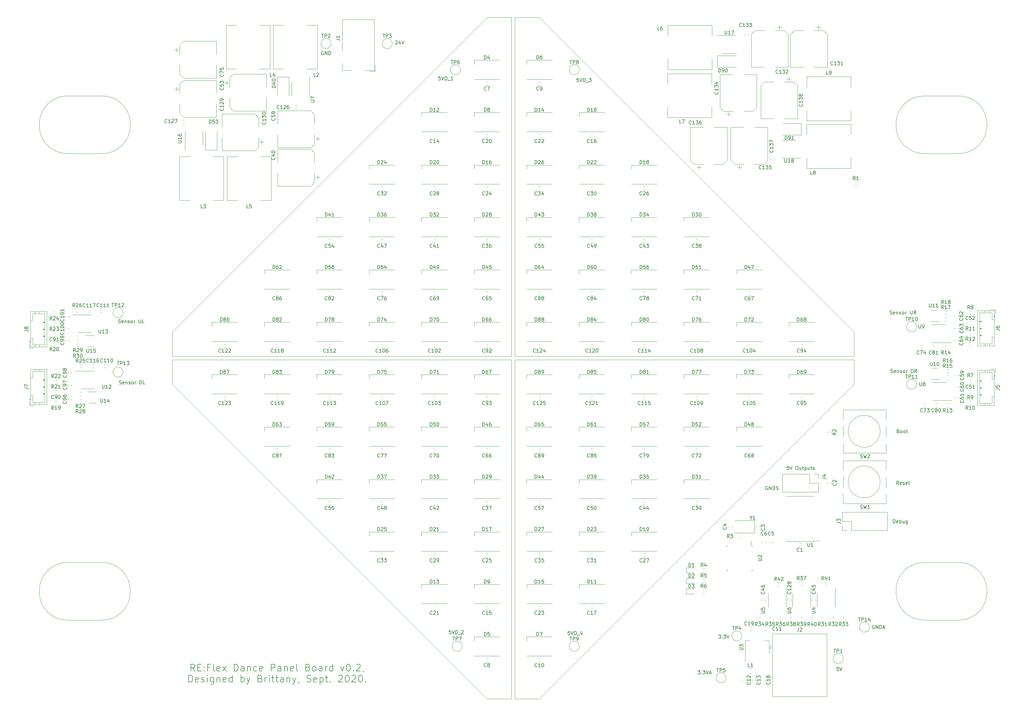
<source format=gbr>
G04 #@! TF.GenerationSoftware,KiCad,Pcbnew,(5.1.4)-1*
G04 #@! TF.CreationDate,2020-09-06T22:03:16+01:00*
G04 #@! TF.ProjectId,led-board,6c65642d-626f-4617-9264-2e6b69636164,rev?*
G04 #@! TF.SameCoordinates,Original*
G04 #@! TF.FileFunction,Legend,Top*
G04 #@! TF.FilePolarity,Positive*
%FSLAX46Y46*%
G04 Gerber Fmt 4.6, Leading zero omitted, Abs format (unit mm)*
G04 Created by KiCad (PCBNEW (5.1.4)-1) date 2020-09-06 22:03:16*
%MOMM*%
%LPD*%
G04 APERTURE LIST*
%ADD10C,0.150000*%
%ADD11C,0.120000*%
G04 APERTURE END LIST*
D10*
X320535714Y-149154761D02*
X320678571Y-149202380D01*
X320916666Y-149202380D01*
X321011904Y-149154761D01*
X321059523Y-149107142D01*
X321107142Y-149011904D01*
X321107142Y-148916666D01*
X321059523Y-148821428D01*
X321011904Y-148773809D01*
X320916666Y-148726190D01*
X320726190Y-148678571D01*
X320630952Y-148630952D01*
X320583333Y-148583333D01*
X320535714Y-148488095D01*
X320535714Y-148392857D01*
X320583333Y-148297619D01*
X320630952Y-148250000D01*
X320726190Y-148202380D01*
X320964285Y-148202380D01*
X321107142Y-148250000D01*
X321916666Y-149154761D02*
X321821428Y-149202380D01*
X321630952Y-149202380D01*
X321535714Y-149154761D01*
X321488095Y-149059523D01*
X321488095Y-148678571D01*
X321535714Y-148583333D01*
X321630952Y-148535714D01*
X321821428Y-148535714D01*
X321916666Y-148583333D01*
X321964285Y-148678571D01*
X321964285Y-148773809D01*
X321488095Y-148869047D01*
X322392857Y-148535714D02*
X322392857Y-149202380D01*
X322392857Y-148630952D02*
X322440476Y-148583333D01*
X322535714Y-148535714D01*
X322678571Y-148535714D01*
X322773809Y-148583333D01*
X322821428Y-148678571D01*
X322821428Y-149202380D01*
X323250000Y-149154761D02*
X323345238Y-149202380D01*
X323535714Y-149202380D01*
X323630952Y-149154761D01*
X323678571Y-149059523D01*
X323678571Y-149011904D01*
X323630952Y-148916666D01*
X323535714Y-148869047D01*
X323392857Y-148869047D01*
X323297619Y-148821428D01*
X323250000Y-148726190D01*
X323250000Y-148678571D01*
X323297619Y-148583333D01*
X323392857Y-148535714D01*
X323535714Y-148535714D01*
X323630952Y-148583333D01*
X324250000Y-149202380D02*
X324154761Y-149154761D01*
X324107142Y-149107142D01*
X324059523Y-149011904D01*
X324059523Y-148726190D01*
X324107142Y-148630952D01*
X324154761Y-148583333D01*
X324250000Y-148535714D01*
X324392857Y-148535714D01*
X324488095Y-148583333D01*
X324535714Y-148630952D01*
X324583333Y-148726190D01*
X324583333Y-149011904D01*
X324535714Y-149107142D01*
X324488095Y-149154761D01*
X324392857Y-149202380D01*
X324250000Y-149202380D01*
X325011904Y-149202380D02*
X325011904Y-148535714D01*
X325011904Y-148726190D02*
X325059523Y-148630952D01*
X325107142Y-148583333D01*
X325202380Y-148535714D01*
X325297619Y-148535714D01*
X326392857Y-149202380D02*
X326392857Y-148202380D01*
X326630952Y-148202380D01*
X326773809Y-148250000D01*
X326869047Y-148345238D01*
X326916666Y-148440476D01*
X326964285Y-148630952D01*
X326964285Y-148773809D01*
X326916666Y-148964285D01*
X326869047Y-149059523D01*
X326773809Y-149154761D01*
X326630952Y-149202380D01*
X326392857Y-149202380D01*
X327964285Y-149202380D02*
X327630952Y-148726190D01*
X327392857Y-149202380D02*
X327392857Y-148202380D01*
X327773809Y-148202380D01*
X327869047Y-148250000D01*
X327916666Y-148297619D01*
X327964285Y-148392857D01*
X327964285Y-148535714D01*
X327916666Y-148630952D01*
X327869047Y-148678571D01*
X327773809Y-148726190D01*
X327392857Y-148726190D01*
X320261904Y-132404761D02*
X320404761Y-132452380D01*
X320642857Y-132452380D01*
X320738095Y-132404761D01*
X320785714Y-132357142D01*
X320833333Y-132261904D01*
X320833333Y-132166666D01*
X320785714Y-132071428D01*
X320738095Y-132023809D01*
X320642857Y-131976190D01*
X320452380Y-131928571D01*
X320357142Y-131880952D01*
X320309523Y-131833333D01*
X320261904Y-131738095D01*
X320261904Y-131642857D01*
X320309523Y-131547619D01*
X320357142Y-131500000D01*
X320452380Y-131452380D01*
X320690476Y-131452380D01*
X320833333Y-131500000D01*
X321642857Y-132404761D02*
X321547619Y-132452380D01*
X321357142Y-132452380D01*
X321261904Y-132404761D01*
X321214285Y-132309523D01*
X321214285Y-131928571D01*
X321261904Y-131833333D01*
X321357142Y-131785714D01*
X321547619Y-131785714D01*
X321642857Y-131833333D01*
X321690476Y-131928571D01*
X321690476Y-132023809D01*
X321214285Y-132119047D01*
X322119047Y-131785714D02*
X322119047Y-132452380D01*
X322119047Y-131880952D02*
X322166666Y-131833333D01*
X322261904Y-131785714D01*
X322404761Y-131785714D01*
X322500000Y-131833333D01*
X322547619Y-131928571D01*
X322547619Y-132452380D01*
X322976190Y-132404761D02*
X323071428Y-132452380D01*
X323261904Y-132452380D01*
X323357142Y-132404761D01*
X323404761Y-132309523D01*
X323404761Y-132261904D01*
X323357142Y-132166666D01*
X323261904Y-132119047D01*
X323119047Y-132119047D01*
X323023809Y-132071428D01*
X322976190Y-131976190D01*
X322976190Y-131928571D01*
X323023809Y-131833333D01*
X323119047Y-131785714D01*
X323261904Y-131785714D01*
X323357142Y-131833333D01*
X323976190Y-132452380D02*
X323880952Y-132404761D01*
X323833333Y-132357142D01*
X323785714Y-132261904D01*
X323785714Y-131976190D01*
X323833333Y-131880952D01*
X323880952Y-131833333D01*
X323976190Y-131785714D01*
X324119047Y-131785714D01*
X324214285Y-131833333D01*
X324261904Y-131880952D01*
X324309523Y-131976190D01*
X324309523Y-132261904D01*
X324261904Y-132357142D01*
X324214285Y-132404761D01*
X324119047Y-132452380D01*
X323976190Y-132452380D01*
X324738095Y-132452380D02*
X324738095Y-131785714D01*
X324738095Y-131976190D02*
X324785714Y-131880952D01*
X324833333Y-131833333D01*
X324928571Y-131785714D01*
X325023809Y-131785714D01*
X326119047Y-131452380D02*
X326119047Y-132261904D01*
X326166666Y-132357142D01*
X326214285Y-132404761D01*
X326309523Y-132452380D01*
X326500000Y-132452380D01*
X326595238Y-132404761D01*
X326642857Y-132357142D01*
X326690476Y-132261904D01*
X326690476Y-131452380D01*
X327738095Y-132452380D02*
X327404761Y-131976190D01*
X327166666Y-132452380D02*
X327166666Y-131452380D01*
X327547619Y-131452380D01*
X327642857Y-131500000D01*
X327690476Y-131547619D01*
X327738095Y-131642857D01*
X327738095Y-131785714D01*
X327690476Y-131880952D01*
X327642857Y-131928571D01*
X327547619Y-131976190D01*
X327166666Y-131976190D01*
X99607142Y-134904761D02*
X99750000Y-134952380D01*
X99988095Y-134952380D01*
X100083333Y-134904761D01*
X100130952Y-134857142D01*
X100178571Y-134761904D01*
X100178571Y-134666666D01*
X100130952Y-134571428D01*
X100083333Y-134523809D01*
X99988095Y-134476190D01*
X99797619Y-134428571D01*
X99702380Y-134380952D01*
X99654761Y-134333333D01*
X99607142Y-134238095D01*
X99607142Y-134142857D01*
X99654761Y-134047619D01*
X99702380Y-134000000D01*
X99797619Y-133952380D01*
X100035714Y-133952380D01*
X100178571Y-134000000D01*
X100988095Y-134904761D02*
X100892857Y-134952380D01*
X100702380Y-134952380D01*
X100607142Y-134904761D01*
X100559523Y-134809523D01*
X100559523Y-134428571D01*
X100607142Y-134333333D01*
X100702380Y-134285714D01*
X100892857Y-134285714D01*
X100988095Y-134333333D01*
X101035714Y-134428571D01*
X101035714Y-134523809D01*
X100559523Y-134619047D01*
X101464285Y-134285714D02*
X101464285Y-134952380D01*
X101464285Y-134380952D02*
X101511904Y-134333333D01*
X101607142Y-134285714D01*
X101750000Y-134285714D01*
X101845238Y-134333333D01*
X101892857Y-134428571D01*
X101892857Y-134952380D01*
X102321428Y-134904761D02*
X102416666Y-134952380D01*
X102607142Y-134952380D01*
X102702380Y-134904761D01*
X102750000Y-134809523D01*
X102750000Y-134761904D01*
X102702380Y-134666666D01*
X102607142Y-134619047D01*
X102464285Y-134619047D01*
X102369047Y-134571428D01*
X102321428Y-134476190D01*
X102321428Y-134428571D01*
X102369047Y-134333333D01*
X102464285Y-134285714D01*
X102607142Y-134285714D01*
X102702380Y-134333333D01*
X103321428Y-134952380D02*
X103226190Y-134904761D01*
X103178571Y-134857142D01*
X103130952Y-134761904D01*
X103130952Y-134476190D01*
X103178571Y-134380952D01*
X103226190Y-134333333D01*
X103321428Y-134285714D01*
X103464285Y-134285714D01*
X103559523Y-134333333D01*
X103607142Y-134380952D01*
X103654761Y-134476190D01*
X103654761Y-134761904D01*
X103607142Y-134857142D01*
X103559523Y-134904761D01*
X103464285Y-134952380D01*
X103321428Y-134952380D01*
X104083333Y-134952380D02*
X104083333Y-134285714D01*
X104083333Y-134476190D02*
X104130952Y-134380952D01*
X104178571Y-134333333D01*
X104273809Y-134285714D01*
X104369047Y-134285714D01*
X105464285Y-133952380D02*
X105464285Y-134761904D01*
X105511904Y-134857142D01*
X105559523Y-134904761D01*
X105654761Y-134952380D01*
X105845238Y-134952380D01*
X105940476Y-134904761D01*
X105988095Y-134857142D01*
X106035714Y-134761904D01*
X106035714Y-133952380D01*
X106988095Y-134952380D02*
X106511904Y-134952380D01*
X106511904Y-133952380D01*
X99880952Y-152404761D02*
X100023809Y-152452380D01*
X100261904Y-152452380D01*
X100357142Y-152404761D01*
X100404761Y-152357142D01*
X100452380Y-152261904D01*
X100452380Y-152166666D01*
X100404761Y-152071428D01*
X100357142Y-152023809D01*
X100261904Y-151976190D01*
X100071428Y-151928571D01*
X99976190Y-151880952D01*
X99928571Y-151833333D01*
X99880952Y-151738095D01*
X99880952Y-151642857D01*
X99928571Y-151547619D01*
X99976190Y-151500000D01*
X100071428Y-151452380D01*
X100309523Y-151452380D01*
X100452380Y-151500000D01*
X101261904Y-152404761D02*
X101166666Y-152452380D01*
X100976190Y-152452380D01*
X100880952Y-152404761D01*
X100833333Y-152309523D01*
X100833333Y-151928571D01*
X100880952Y-151833333D01*
X100976190Y-151785714D01*
X101166666Y-151785714D01*
X101261904Y-151833333D01*
X101309523Y-151928571D01*
X101309523Y-152023809D01*
X100833333Y-152119047D01*
X101738095Y-151785714D02*
X101738095Y-152452380D01*
X101738095Y-151880952D02*
X101785714Y-151833333D01*
X101880952Y-151785714D01*
X102023809Y-151785714D01*
X102119047Y-151833333D01*
X102166666Y-151928571D01*
X102166666Y-152452380D01*
X102595238Y-152404761D02*
X102690476Y-152452380D01*
X102880952Y-152452380D01*
X102976190Y-152404761D01*
X103023809Y-152309523D01*
X103023809Y-152261904D01*
X102976190Y-152166666D01*
X102880952Y-152119047D01*
X102738095Y-152119047D01*
X102642857Y-152071428D01*
X102595238Y-151976190D01*
X102595238Y-151928571D01*
X102642857Y-151833333D01*
X102738095Y-151785714D01*
X102880952Y-151785714D01*
X102976190Y-151833333D01*
X103595238Y-152452380D02*
X103500000Y-152404761D01*
X103452380Y-152357142D01*
X103404761Y-152261904D01*
X103404761Y-151976190D01*
X103452380Y-151880952D01*
X103500000Y-151833333D01*
X103595238Y-151785714D01*
X103738095Y-151785714D01*
X103833333Y-151833333D01*
X103880952Y-151880952D01*
X103928571Y-151976190D01*
X103928571Y-152261904D01*
X103880952Y-152357142D01*
X103833333Y-152404761D01*
X103738095Y-152452380D01*
X103595238Y-152452380D01*
X104357142Y-152452380D02*
X104357142Y-151785714D01*
X104357142Y-151976190D02*
X104404761Y-151880952D01*
X104452380Y-151833333D01*
X104547619Y-151785714D01*
X104642857Y-151785714D01*
X105738095Y-152452380D02*
X105738095Y-151452380D01*
X105976190Y-151452380D01*
X106119047Y-151500000D01*
X106214285Y-151595238D01*
X106261904Y-151690476D01*
X106309523Y-151880952D01*
X106309523Y-152023809D01*
X106261904Y-152214285D01*
X106214285Y-152309523D01*
X106119047Y-152404761D01*
X105976190Y-152452380D01*
X105738095Y-152452380D01*
X107214285Y-152452380D02*
X106738095Y-152452380D01*
X106738095Y-151452380D01*
X191702380Y-64452380D02*
X191226190Y-64452380D01*
X191178571Y-64928571D01*
X191226190Y-64880952D01*
X191321428Y-64833333D01*
X191559523Y-64833333D01*
X191654761Y-64880952D01*
X191702380Y-64928571D01*
X191750000Y-65023809D01*
X191750000Y-65261904D01*
X191702380Y-65357142D01*
X191654761Y-65404761D01*
X191559523Y-65452380D01*
X191321428Y-65452380D01*
X191226190Y-65404761D01*
X191178571Y-65357142D01*
X192035714Y-64452380D02*
X192369047Y-65452380D01*
X192702380Y-64452380D01*
X193035714Y-65452380D02*
X193035714Y-64452380D01*
X193273809Y-64452380D01*
X193416666Y-64500000D01*
X193511904Y-64595238D01*
X193559523Y-64690476D01*
X193607142Y-64880952D01*
X193607142Y-65023809D01*
X193559523Y-65214285D01*
X193511904Y-65309523D01*
X193416666Y-65404761D01*
X193273809Y-65452380D01*
X193035714Y-65452380D01*
X193797619Y-65547619D02*
X194559523Y-65547619D01*
X195321428Y-65452380D02*
X194750000Y-65452380D01*
X195035714Y-65452380D02*
X195035714Y-64452380D01*
X194940476Y-64595238D01*
X194845238Y-64690476D01*
X194750000Y-64738095D01*
X231202380Y-64952380D02*
X230726190Y-64952380D01*
X230678571Y-65428571D01*
X230726190Y-65380952D01*
X230821428Y-65333333D01*
X231059523Y-65333333D01*
X231154761Y-65380952D01*
X231202380Y-65428571D01*
X231250000Y-65523809D01*
X231250000Y-65761904D01*
X231202380Y-65857142D01*
X231154761Y-65904761D01*
X231059523Y-65952380D01*
X230821428Y-65952380D01*
X230726190Y-65904761D01*
X230678571Y-65857142D01*
X231535714Y-64952380D02*
X231869047Y-65952380D01*
X232202380Y-64952380D01*
X232535714Y-65952380D02*
X232535714Y-64952380D01*
X232773809Y-64952380D01*
X232916666Y-65000000D01*
X233011904Y-65095238D01*
X233059523Y-65190476D01*
X233107142Y-65380952D01*
X233107142Y-65523809D01*
X233059523Y-65714285D01*
X233011904Y-65809523D01*
X232916666Y-65904761D01*
X232773809Y-65952380D01*
X232535714Y-65952380D01*
X233297619Y-66047619D02*
X234059523Y-66047619D01*
X234202380Y-64952380D02*
X234821428Y-64952380D01*
X234488095Y-65333333D01*
X234630952Y-65333333D01*
X234726190Y-65380952D01*
X234773809Y-65428571D01*
X234821428Y-65523809D01*
X234821428Y-65761904D01*
X234773809Y-65857142D01*
X234726190Y-65904761D01*
X234630952Y-65952380D01*
X234345238Y-65952380D01*
X234250000Y-65904761D01*
X234202380Y-65857142D01*
X158238095Y-57250000D02*
X158142857Y-57202380D01*
X158000000Y-57202380D01*
X157857142Y-57250000D01*
X157761904Y-57345238D01*
X157714285Y-57440476D01*
X157666666Y-57630952D01*
X157666666Y-57773809D01*
X157714285Y-57964285D01*
X157761904Y-58059523D01*
X157857142Y-58154761D01*
X158000000Y-58202380D01*
X158095238Y-58202380D01*
X158238095Y-58154761D01*
X158285714Y-58107142D01*
X158285714Y-57773809D01*
X158095238Y-57773809D01*
X158714285Y-58202380D02*
X158714285Y-57202380D01*
X159285714Y-58202380D01*
X159285714Y-57202380D01*
X159761904Y-58202380D02*
X159761904Y-57202380D01*
X160000000Y-57202380D01*
X160142857Y-57250000D01*
X160238095Y-57345238D01*
X160285714Y-57440476D01*
X160333333Y-57630952D01*
X160333333Y-57773809D01*
X160285714Y-57964285D01*
X160238095Y-58059523D01*
X160142857Y-58154761D01*
X160000000Y-58202380D01*
X159761904Y-58202380D01*
X178809523Y-54297619D02*
X178857142Y-54250000D01*
X178952380Y-54202380D01*
X179190476Y-54202380D01*
X179285714Y-54250000D01*
X179333333Y-54297619D01*
X179380952Y-54392857D01*
X179380952Y-54488095D01*
X179333333Y-54630952D01*
X178761904Y-55202380D01*
X179380952Y-55202380D01*
X180238095Y-54535714D02*
X180238095Y-55202380D01*
X180000000Y-54154761D02*
X179761904Y-54869047D01*
X180380952Y-54869047D01*
X180619047Y-54202380D02*
X180952380Y-55202380D01*
X181285714Y-54202380D01*
X194702380Y-222952380D02*
X194226190Y-222952380D01*
X194178571Y-223428571D01*
X194226190Y-223380952D01*
X194321428Y-223333333D01*
X194559523Y-223333333D01*
X194654761Y-223380952D01*
X194702380Y-223428571D01*
X194750000Y-223523809D01*
X194750000Y-223761904D01*
X194702380Y-223857142D01*
X194654761Y-223904761D01*
X194559523Y-223952380D01*
X194321428Y-223952380D01*
X194226190Y-223904761D01*
X194178571Y-223857142D01*
X195035714Y-222952380D02*
X195369047Y-223952380D01*
X195702380Y-222952380D01*
X196035714Y-223952380D02*
X196035714Y-222952380D01*
X196273809Y-222952380D01*
X196416666Y-223000000D01*
X196511904Y-223095238D01*
X196559523Y-223190476D01*
X196607142Y-223380952D01*
X196607142Y-223523809D01*
X196559523Y-223714285D01*
X196511904Y-223809523D01*
X196416666Y-223904761D01*
X196273809Y-223952380D01*
X196035714Y-223952380D01*
X196797619Y-224047619D02*
X197559523Y-224047619D01*
X197750000Y-223047619D02*
X197797619Y-223000000D01*
X197892857Y-222952380D01*
X198130952Y-222952380D01*
X198226190Y-223000000D01*
X198273809Y-223047619D01*
X198321428Y-223142857D01*
X198321428Y-223238095D01*
X198273809Y-223380952D01*
X197702380Y-223952380D01*
X198321428Y-223952380D01*
X228702380Y-223202380D02*
X228226190Y-223202380D01*
X228178571Y-223678571D01*
X228226190Y-223630952D01*
X228321428Y-223583333D01*
X228559523Y-223583333D01*
X228654761Y-223630952D01*
X228702380Y-223678571D01*
X228750000Y-223773809D01*
X228750000Y-224011904D01*
X228702380Y-224107142D01*
X228654761Y-224154761D01*
X228559523Y-224202380D01*
X228321428Y-224202380D01*
X228226190Y-224154761D01*
X228178571Y-224107142D01*
X229035714Y-223202380D02*
X229369047Y-224202380D01*
X229702380Y-223202380D01*
X230035714Y-224202380D02*
X230035714Y-223202380D01*
X230273809Y-223202380D01*
X230416666Y-223250000D01*
X230511904Y-223345238D01*
X230559523Y-223440476D01*
X230607142Y-223630952D01*
X230607142Y-223773809D01*
X230559523Y-223964285D01*
X230511904Y-224059523D01*
X230416666Y-224154761D01*
X230273809Y-224202380D01*
X230035714Y-224202380D01*
X230797619Y-224297619D02*
X231559523Y-224297619D01*
X232226190Y-223535714D02*
X232226190Y-224202380D01*
X231988095Y-223154761D02*
X231750000Y-223869047D01*
X232369047Y-223869047D01*
X271273809Y-224202380D02*
X271892857Y-224202380D01*
X271559523Y-224583333D01*
X271702380Y-224583333D01*
X271797619Y-224630952D01*
X271845238Y-224678571D01*
X271892857Y-224773809D01*
X271892857Y-225011904D01*
X271845238Y-225107142D01*
X271797619Y-225154761D01*
X271702380Y-225202380D01*
X271416666Y-225202380D01*
X271321428Y-225154761D01*
X271273809Y-225107142D01*
X272321428Y-225107142D02*
X272369047Y-225154761D01*
X272321428Y-225202380D01*
X272273809Y-225154761D01*
X272321428Y-225107142D01*
X272321428Y-225202380D01*
X272702380Y-224202380D02*
X273321428Y-224202380D01*
X272988095Y-224583333D01*
X273130952Y-224583333D01*
X273226190Y-224630952D01*
X273273809Y-224678571D01*
X273321428Y-224773809D01*
X273321428Y-225011904D01*
X273273809Y-225107142D01*
X273226190Y-225154761D01*
X273130952Y-225202380D01*
X272845238Y-225202380D01*
X272750000Y-225154761D01*
X272702380Y-225107142D01*
X273607142Y-224202380D02*
X273940476Y-225202380D01*
X274273809Y-224202380D01*
X265345238Y-234452380D02*
X265964285Y-234452380D01*
X265630952Y-234833333D01*
X265773809Y-234833333D01*
X265869047Y-234880952D01*
X265916666Y-234928571D01*
X265964285Y-235023809D01*
X265964285Y-235261904D01*
X265916666Y-235357142D01*
X265869047Y-235404761D01*
X265773809Y-235452380D01*
X265488095Y-235452380D01*
X265392857Y-235404761D01*
X265345238Y-235357142D01*
X266392857Y-235357142D02*
X266440476Y-235404761D01*
X266392857Y-235452380D01*
X266345238Y-235404761D01*
X266392857Y-235357142D01*
X266392857Y-235452380D01*
X266773809Y-234452380D02*
X267392857Y-234452380D01*
X267059523Y-234833333D01*
X267202380Y-234833333D01*
X267297619Y-234880952D01*
X267345238Y-234928571D01*
X267392857Y-235023809D01*
X267392857Y-235261904D01*
X267345238Y-235357142D01*
X267297619Y-235404761D01*
X267202380Y-235452380D01*
X266916666Y-235452380D01*
X266821428Y-235404761D01*
X266773809Y-235357142D01*
X267678571Y-234452380D02*
X268011904Y-235452380D01*
X268345238Y-234452380D01*
X268630952Y-235166666D02*
X269107142Y-235166666D01*
X268535714Y-235452380D02*
X268869047Y-234452380D01*
X269202380Y-235452380D01*
X305559523Y-233452380D02*
X305083333Y-233452380D01*
X305035714Y-233928571D01*
X305083333Y-233880952D01*
X305178571Y-233833333D01*
X305416666Y-233833333D01*
X305511904Y-233880952D01*
X305559523Y-233928571D01*
X305607142Y-234023809D01*
X305607142Y-234261904D01*
X305559523Y-234357142D01*
X305511904Y-234404761D01*
X305416666Y-234452380D01*
X305178571Y-234452380D01*
X305083333Y-234404761D01*
X305035714Y-234357142D01*
X305892857Y-233452380D02*
X306226190Y-234452380D01*
X306559523Y-233452380D01*
X315809523Y-221500000D02*
X315714285Y-221452380D01*
X315571428Y-221452380D01*
X315428571Y-221500000D01*
X315333333Y-221595238D01*
X315285714Y-221690476D01*
X315238095Y-221880952D01*
X315238095Y-222023809D01*
X315285714Y-222214285D01*
X315333333Y-222309523D01*
X315428571Y-222404761D01*
X315571428Y-222452380D01*
X315666666Y-222452380D01*
X315809523Y-222404761D01*
X315857142Y-222357142D01*
X315857142Y-222023809D01*
X315666666Y-222023809D01*
X316285714Y-222452380D02*
X316285714Y-221452380D01*
X316857142Y-222452380D01*
X316857142Y-221452380D01*
X317333333Y-222452380D02*
X317333333Y-221452380D01*
X317571428Y-221452380D01*
X317714285Y-221500000D01*
X317809523Y-221595238D01*
X317857142Y-221690476D01*
X317904761Y-221880952D01*
X317904761Y-222023809D01*
X317857142Y-222214285D01*
X317809523Y-222309523D01*
X317714285Y-222404761D01*
X317571428Y-222452380D01*
X317333333Y-222452380D01*
X318285714Y-222166666D02*
X318761904Y-222166666D01*
X318190476Y-222452380D02*
X318523809Y-221452380D01*
X318857142Y-222452380D01*
X291321428Y-175952380D02*
X290845238Y-175952380D01*
X290797619Y-176428571D01*
X290845238Y-176380952D01*
X290940476Y-176333333D01*
X291178571Y-176333333D01*
X291273809Y-176380952D01*
X291321428Y-176428571D01*
X291369047Y-176523809D01*
X291369047Y-176761904D01*
X291321428Y-176857142D01*
X291273809Y-176904761D01*
X291178571Y-176952380D01*
X290940476Y-176952380D01*
X290845238Y-176904761D01*
X290797619Y-176857142D01*
X291654761Y-175952380D02*
X291988095Y-176952380D01*
X292321428Y-175952380D01*
X293607142Y-175952380D02*
X293797619Y-175952380D01*
X293892857Y-176000000D01*
X293988095Y-176095238D01*
X294035714Y-176285714D01*
X294035714Y-176619047D01*
X293988095Y-176809523D01*
X293892857Y-176904761D01*
X293797619Y-176952380D01*
X293607142Y-176952380D01*
X293511904Y-176904761D01*
X293416666Y-176809523D01*
X293369047Y-176619047D01*
X293369047Y-176285714D01*
X293416666Y-176095238D01*
X293511904Y-176000000D01*
X293607142Y-175952380D01*
X294892857Y-176285714D02*
X294892857Y-176952380D01*
X294464285Y-176285714D02*
X294464285Y-176809523D01*
X294511904Y-176904761D01*
X294607142Y-176952380D01*
X294750000Y-176952380D01*
X294845238Y-176904761D01*
X294892857Y-176857142D01*
X295226190Y-176285714D02*
X295607142Y-176285714D01*
X295369047Y-175952380D02*
X295369047Y-176809523D01*
X295416666Y-176904761D01*
X295511904Y-176952380D01*
X295607142Y-176952380D01*
X295940476Y-176285714D02*
X295940476Y-177285714D01*
X295940476Y-176333333D02*
X296035714Y-176285714D01*
X296226190Y-176285714D01*
X296321428Y-176333333D01*
X296369047Y-176380952D01*
X296416666Y-176476190D01*
X296416666Y-176761904D01*
X296369047Y-176857142D01*
X296321428Y-176904761D01*
X296226190Y-176952380D01*
X296035714Y-176952380D01*
X295940476Y-176904761D01*
X297273809Y-176285714D02*
X297273809Y-176952380D01*
X296845238Y-176285714D02*
X296845238Y-176809523D01*
X296892857Y-176904761D01*
X296988095Y-176952380D01*
X297130952Y-176952380D01*
X297226190Y-176904761D01*
X297273809Y-176857142D01*
X297607142Y-176285714D02*
X297988095Y-176285714D01*
X297750000Y-175952380D02*
X297750000Y-176809523D01*
X297797619Y-176904761D01*
X297892857Y-176952380D01*
X297988095Y-176952380D01*
X298273809Y-176904761D02*
X298369047Y-176952380D01*
X298559523Y-176952380D01*
X298654761Y-176904761D01*
X298702380Y-176809523D01*
X298702380Y-176761904D01*
X298654761Y-176666666D01*
X298559523Y-176619047D01*
X298416666Y-176619047D01*
X298321428Y-176571428D01*
X298273809Y-176476190D01*
X298273809Y-176428571D01*
X298321428Y-176333333D01*
X298416666Y-176285714D01*
X298559523Y-176285714D01*
X298654761Y-176333333D01*
X285261904Y-181750000D02*
X285166666Y-181702380D01*
X285023809Y-181702380D01*
X284880952Y-181750000D01*
X284785714Y-181845238D01*
X284738095Y-181940476D01*
X284690476Y-182130952D01*
X284690476Y-182273809D01*
X284738095Y-182464285D01*
X284785714Y-182559523D01*
X284880952Y-182654761D01*
X285023809Y-182702380D01*
X285119047Y-182702380D01*
X285261904Y-182654761D01*
X285309523Y-182607142D01*
X285309523Y-182273809D01*
X285119047Y-182273809D01*
X285738095Y-182702380D02*
X285738095Y-181702380D01*
X286309523Y-182702380D01*
X286309523Y-181702380D01*
X286785714Y-182702380D02*
X286785714Y-181702380D01*
X287023809Y-181702380D01*
X287166666Y-181750000D01*
X287261904Y-181845238D01*
X287309523Y-181940476D01*
X287357142Y-182130952D01*
X287357142Y-182273809D01*
X287309523Y-182464285D01*
X287261904Y-182559523D01*
X287166666Y-182654761D01*
X287023809Y-182702380D01*
X286785714Y-182702380D01*
X287738095Y-182654761D02*
X287880952Y-182702380D01*
X288119047Y-182702380D01*
X288214285Y-182654761D01*
X288261904Y-182607142D01*
X288309523Y-182511904D01*
X288309523Y-182416666D01*
X288261904Y-182321428D01*
X288214285Y-182273809D01*
X288119047Y-182226190D01*
X287928571Y-182178571D01*
X287833333Y-182130952D01*
X287785714Y-182083333D01*
X287738095Y-181988095D01*
X287738095Y-181892857D01*
X287785714Y-181797619D01*
X287833333Y-181750000D01*
X287928571Y-181702380D01*
X288166666Y-181702380D01*
X288309523Y-181750000D01*
X321202380Y-192202380D02*
X321202380Y-191202380D01*
X321440476Y-191202380D01*
X321583333Y-191250000D01*
X321678571Y-191345238D01*
X321726190Y-191440476D01*
X321773809Y-191630952D01*
X321773809Y-191773809D01*
X321726190Y-191964285D01*
X321678571Y-192059523D01*
X321583333Y-192154761D01*
X321440476Y-192202380D01*
X321202380Y-192202380D01*
X322583333Y-192154761D02*
X322488095Y-192202380D01*
X322297619Y-192202380D01*
X322202380Y-192154761D01*
X322154761Y-192059523D01*
X322154761Y-191678571D01*
X322202380Y-191583333D01*
X322297619Y-191535714D01*
X322488095Y-191535714D01*
X322583333Y-191583333D01*
X322630952Y-191678571D01*
X322630952Y-191773809D01*
X322154761Y-191869047D01*
X323059523Y-192202380D02*
X323059523Y-191202380D01*
X323059523Y-191583333D02*
X323154761Y-191535714D01*
X323345238Y-191535714D01*
X323440476Y-191583333D01*
X323488095Y-191630952D01*
X323535714Y-191726190D01*
X323535714Y-192011904D01*
X323488095Y-192107142D01*
X323440476Y-192154761D01*
X323345238Y-192202380D01*
X323154761Y-192202380D01*
X323059523Y-192154761D01*
X324392857Y-191535714D02*
X324392857Y-192202380D01*
X323964285Y-191535714D02*
X323964285Y-192059523D01*
X324011904Y-192154761D01*
X324107142Y-192202380D01*
X324250000Y-192202380D01*
X324345238Y-192154761D01*
X324392857Y-192107142D01*
X325297619Y-191535714D02*
X325297619Y-192345238D01*
X325250000Y-192440476D01*
X325202380Y-192488095D01*
X325107142Y-192535714D01*
X324964285Y-192535714D01*
X324869047Y-192488095D01*
X325297619Y-192154761D02*
X325202380Y-192202380D01*
X325011904Y-192202380D01*
X324916666Y-192154761D01*
X324869047Y-192107142D01*
X324821428Y-192011904D01*
X324821428Y-191726190D01*
X324869047Y-191630952D01*
X324916666Y-191583333D01*
X325011904Y-191535714D01*
X325202380Y-191535714D01*
X325297619Y-191583333D01*
X322630952Y-165928571D02*
X322773809Y-165976190D01*
X322821428Y-166023809D01*
X322869047Y-166119047D01*
X322869047Y-166261904D01*
X322821428Y-166357142D01*
X322773809Y-166404761D01*
X322678571Y-166452380D01*
X322297619Y-166452380D01*
X322297619Y-165452380D01*
X322630952Y-165452380D01*
X322726190Y-165500000D01*
X322773809Y-165547619D01*
X322821428Y-165642857D01*
X322821428Y-165738095D01*
X322773809Y-165833333D01*
X322726190Y-165880952D01*
X322630952Y-165928571D01*
X322297619Y-165928571D01*
X323440476Y-166452380D02*
X323345238Y-166404761D01*
X323297619Y-166357142D01*
X323250000Y-166261904D01*
X323250000Y-165976190D01*
X323297619Y-165880952D01*
X323345238Y-165833333D01*
X323440476Y-165785714D01*
X323583333Y-165785714D01*
X323678571Y-165833333D01*
X323726190Y-165880952D01*
X323773809Y-165976190D01*
X323773809Y-166261904D01*
X323726190Y-166357142D01*
X323678571Y-166404761D01*
X323583333Y-166452380D01*
X323440476Y-166452380D01*
X324345238Y-166452380D02*
X324250000Y-166404761D01*
X324202380Y-166357142D01*
X324154761Y-166261904D01*
X324154761Y-165976190D01*
X324202380Y-165880952D01*
X324250000Y-165833333D01*
X324345238Y-165785714D01*
X324488095Y-165785714D01*
X324583333Y-165833333D01*
X324630952Y-165880952D01*
X324678571Y-165976190D01*
X324678571Y-166261904D01*
X324630952Y-166357142D01*
X324583333Y-166404761D01*
X324488095Y-166452380D01*
X324345238Y-166452380D01*
X324964285Y-165785714D02*
X325345238Y-165785714D01*
X325107142Y-165452380D02*
X325107142Y-166309523D01*
X325154761Y-166404761D01*
X325250000Y-166452380D01*
X325345238Y-166452380D01*
X322761904Y-181202380D02*
X322428571Y-180726190D01*
X322190476Y-181202380D02*
X322190476Y-180202380D01*
X322571428Y-180202380D01*
X322666666Y-180250000D01*
X322714285Y-180297619D01*
X322761904Y-180392857D01*
X322761904Y-180535714D01*
X322714285Y-180630952D01*
X322666666Y-180678571D01*
X322571428Y-180726190D01*
X322190476Y-180726190D01*
X323571428Y-181154761D02*
X323476190Y-181202380D01*
X323285714Y-181202380D01*
X323190476Y-181154761D01*
X323142857Y-181059523D01*
X323142857Y-180678571D01*
X323190476Y-180583333D01*
X323285714Y-180535714D01*
X323476190Y-180535714D01*
X323571428Y-180583333D01*
X323619047Y-180678571D01*
X323619047Y-180773809D01*
X323142857Y-180869047D01*
X324000000Y-181154761D02*
X324095238Y-181202380D01*
X324285714Y-181202380D01*
X324380952Y-181154761D01*
X324428571Y-181059523D01*
X324428571Y-181011904D01*
X324380952Y-180916666D01*
X324285714Y-180869047D01*
X324142857Y-180869047D01*
X324047619Y-180821428D01*
X324000000Y-180726190D01*
X324000000Y-180678571D01*
X324047619Y-180583333D01*
X324142857Y-180535714D01*
X324285714Y-180535714D01*
X324380952Y-180583333D01*
X325238095Y-181154761D02*
X325142857Y-181202380D01*
X324952380Y-181202380D01*
X324857142Y-181154761D01*
X324809523Y-181059523D01*
X324809523Y-180678571D01*
X324857142Y-180583333D01*
X324952380Y-180535714D01*
X325142857Y-180535714D01*
X325238095Y-180583333D01*
X325285714Y-180678571D01*
X325285714Y-180773809D01*
X324809523Y-180869047D01*
X325571428Y-180535714D02*
X325952380Y-180535714D01*
X325714285Y-180202380D02*
X325714285Y-181059523D01*
X325761904Y-181154761D01*
X325857142Y-181202380D01*
X325952380Y-181202380D01*
D11*
X212000000Y-47500000D02*
X205000000Y-47500000D01*
X220000000Y-47500000D02*
X213000000Y-47500000D01*
D10*
X121476190Y-234579761D02*
X120809523Y-233627380D01*
X120333333Y-234579761D02*
X120333333Y-232579761D01*
X121095238Y-232579761D01*
X121285714Y-232675000D01*
X121380952Y-232770238D01*
X121476190Y-232960714D01*
X121476190Y-233246428D01*
X121380952Y-233436904D01*
X121285714Y-233532142D01*
X121095238Y-233627380D01*
X120333333Y-233627380D01*
X122333333Y-233532142D02*
X123000000Y-233532142D01*
X123285714Y-234579761D02*
X122333333Y-234579761D01*
X122333333Y-232579761D01*
X123285714Y-232579761D01*
X124142857Y-234389285D02*
X124238095Y-234484523D01*
X124142857Y-234579761D01*
X124047619Y-234484523D01*
X124142857Y-234389285D01*
X124142857Y-234579761D01*
X124142857Y-233341666D02*
X124238095Y-233436904D01*
X124142857Y-233532142D01*
X124047619Y-233436904D01*
X124142857Y-233341666D01*
X124142857Y-233532142D01*
X125761904Y-233532142D02*
X125095238Y-233532142D01*
X125095238Y-234579761D02*
X125095238Y-232579761D01*
X126047619Y-232579761D01*
X127095238Y-234579761D02*
X126904761Y-234484523D01*
X126809523Y-234294047D01*
X126809523Y-232579761D01*
X128619047Y-234484523D02*
X128428571Y-234579761D01*
X128047619Y-234579761D01*
X127857142Y-234484523D01*
X127761904Y-234294047D01*
X127761904Y-233532142D01*
X127857142Y-233341666D01*
X128047619Y-233246428D01*
X128428571Y-233246428D01*
X128619047Y-233341666D01*
X128714285Y-233532142D01*
X128714285Y-233722619D01*
X127761904Y-233913095D01*
X129380952Y-234579761D02*
X130428571Y-233246428D01*
X129380952Y-233246428D02*
X130428571Y-234579761D01*
X132714285Y-234579761D02*
X132714285Y-232579761D01*
X133190476Y-232579761D01*
X133476190Y-232675000D01*
X133666666Y-232865476D01*
X133761904Y-233055952D01*
X133857142Y-233436904D01*
X133857142Y-233722619D01*
X133761904Y-234103571D01*
X133666666Y-234294047D01*
X133476190Y-234484523D01*
X133190476Y-234579761D01*
X132714285Y-234579761D01*
X135571428Y-234579761D02*
X135571428Y-233532142D01*
X135476190Y-233341666D01*
X135285714Y-233246428D01*
X134904761Y-233246428D01*
X134714285Y-233341666D01*
X135571428Y-234484523D02*
X135380952Y-234579761D01*
X134904761Y-234579761D01*
X134714285Y-234484523D01*
X134619047Y-234294047D01*
X134619047Y-234103571D01*
X134714285Y-233913095D01*
X134904761Y-233817857D01*
X135380952Y-233817857D01*
X135571428Y-233722619D01*
X136523809Y-233246428D02*
X136523809Y-234579761D01*
X136523809Y-233436904D02*
X136619047Y-233341666D01*
X136809523Y-233246428D01*
X137095238Y-233246428D01*
X137285714Y-233341666D01*
X137380952Y-233532142D01*
X137380952Y-234579761D01*
X139190476Y-234484523D02*
X139000000Y-234579761D01*
X138619047Y-234579761D01*
X138428571Y-234484523D01*
X138333333Y-234389285D01*
X138238095Y-234198809D01*
X138238095Y-233627380D01*
X138333333Y-233436904D01*
X138428571Y-233341666D01*
X138619047Y-233246428D01*
X139000000Y-233246428D01*
X139190476Y-233341666D01*
X140809523Y-234484523D02*
X140619047Y-234579761D01*
X140238095Y-234579761D01*
X140047619Y-234484523D01*
X139952380Y-234294047D01*
X139952380Y-233532142D01*
X140047619Y-233341666D01*
X140238095Y-233246428D01*
X140619047Y-233246428D01*
X140809523Y-233341666D01*
X140904761Y-233532142D01*
X140904761Y-233722619D01*
X139952380Y-233913095D01*
X143285714Y-234579761D02*
X143285714Y-232579761D01*
X144047619Y-232579761D01*
X144238095Y-232675000D01*
X144333333Y-232770238D01*
X144428571Y-232960714D01*
X144428571Y-233246428D01*
X144333333Y-233436904D01*
X144238095Y-233532142D01*
X144047619Y-233627380D01*
X143285714Y-233627380D01*
X146142857Y-234579761D02*
X146142857Y-233532142D01*
X146047619Y-233341666D01*
X145857142Y-233246428D01*
X145476190Y-233246428D01*
X145285714Y-233341666D01*
X146142857Y-234484523D02*
X145952380Y-234579761D01*
X145476190Y-234579761D01*
X145285714Y-234484523D01*
X145190476Y-234294047D01*
X145190476Y-234103571D01*
X145285714Y-233913095D01*
X145476190Y-233817857D01*
X145952380Y-233817857D01*
X146142857Y-233722619D01*
X147095238Y-233246428D02*
X147095238Y-234579761D01*
X147095238Y-233436904D02*
X147190476Y-233341666D01*
X147380952Y-233246428D01*
X147666666Y-233246428D01*
X147857142Y-233341666D01*
X147952380Y-233532142D01*
X147952380Y-234579761D01*
X149666666Y-234484523D02*
X149476190Y-234579761D01*
X149095238Y-234579761D01*
X148904761Y-234484523D01*
X148809523Y-234294047D01*
X148809523Y-233532142D01*
X148904761Y-233341666D01*
X149095238Y-233246428D01*
X149476190Y-233246428D01*
X149666666Y-233341666D01*
X149761904Y-233532142D01*
X149761904Y-233722619D01*
X148809523Y-233913095D01*
X150904761Y-234579761D02*
X150714285Y-234484523D01*
X150619047Y-234294047D01*
X150619047Y-232579761D01*
X153857142Y-233532142D02*
X154142857Y-233627380D01*
X154238095Y-233722619D01*
X154333333Y-233913095D01*
X154333333Y-234198809D01*
X154238095Y-234389285D01*
X154142857Y-234484523D01*
X153952380Y-234579761D01*
X153190476Y-234579761D01*
X153190476Y-232579761D01*
X153857142Y-232579761D01*
X154047619Y-232675000D01*
X154142857Y-232770238D01*
X154238095Y-232960714D01*
X154238095Y-233151190D01*
X154142857Y-233341666D01*
X154047619Y-233436904D01*
X153857142Y-233532142D01*
X153190476Y-233532142D01*
X155476190Y-234579761D02*
X155285714Y-234484523D01*
X155190476Y-234389285D01*
X155095238Y-234198809D01*
X155095238Y-233627380D01*
X155190476Y-233436904D01*
X155285714Y-233341666D01*
X155476190Y-233246428D01*
X155761904Y-233246428D01*
X155952380Y-233341666D01*
X156047619Y-233436904D01*
X156142857Y-233627380D01*
X156142857Y-234198809D01*
X156047619Y-234389285D01*
X155952380Y-234484523D01*
X155761904Y-234579761D01*
X155476190Y-234579761D01*
X157857142Y-234579761D02*
X157857142Y-233532142D01*
X157761904Y-233341666D01*
X157571428Y-233246428D01*
X157190476Y-233246428D01*
X157000000Y-233341666D01*
X157857142Y-234484523D02*
X157666666Y-234579761D01*
X157190476Y-234579761D01*
X157000000Y-234484523D01*
X156904761Y-234294047D01*
X156904761Y-234103571D01*
X157000000Y-233913095D01*
X157190476Y-233817857D01*
X157666666Y-233817857D01*
X157857142Y-233722619D01*
X158809523Y-234579761D02*
X158809523Y-233246428D01*
X158809523Y-233627380D02*
X158904761Y-233436904D01*
X158999999Y-233341666D01*
X159190476Y-233246428D01*
X159380952Y-233246428D01*
X160904761Y-234579761D02*
X160904761Y-232579761D01*
X160904761Y-234484523D02*
X160714285Y-234579761D01*
X160333333Y-234579761D01*
X160142857Y-234484523D01*
X160047619Y-234389285D01*
X159952380Y-234198809D01*
X159952380Y-233627380D01*
X160047619Y-233436904D01*
X160142857Y-233341666D01*
X160333333Y-233246428D01*
X160714285Y-233246428D01*
X160904761Y-233341666D01*
X163190476Y-233246428D02*
X163666666Y-234579761D01*
X164142857Y-233246428D01*
X165285714Y-232579761D02*
X165476190Y-232579761D01*
X165666666Y-232675000D01*
X165761904Y-232770238D01*
X165857142Y-232960714D01*
X165952380Y-233341666D01*
X165952380Y-233817857D01*
X165857142Y-234198809D01*
X165761904Y-234389285D01*
X165666666Y-234484523D01*
X165476190Y-234579761D01*
X165285714Y-234579761D01*
X165095238Y-234484523D01*
X164999999Y-234389285D01*
X164904761Y-234198809D01*
X164809523Y-233817857D01*
X164809523Y-233341666D01*
X164904761Y-232960714D01*
X164999999Y-232770238D01*
X165095238Y-232675000D01*
X165285714Y-232579761D01*
X166809523Y-234389285D02*
X166904761Y-234484523D01*
X166809523Y-234579761D01*
X166714285Y-234484523D01*
X166809523Y-234389285D01*
X166809523Y-234579761D01*
X167666666Y-232770238D02*
X167761904Y-232675000D01*
X167952380Y-232579761D01*
X168428571Y-232579761D01*
X168619047Y-232675000D01*
X168714285Y-232770238D01*
X168809523Y-232960714D01*
X168809523Y-233151190D01*
X168714285Y-233436904D01*
X167571428Y-234579761D01*
X168809523Y-234579761D01*
X169761904Y-234484523D02*
X169761904Y-234579761D01*
X169666666Y-234770238D01*
X169571428Y-234865476D01*
X119714285Y-237729761D02*
X119714285Y-235729761D01*
X120190476Y-235729761D01*
X120476190Y-235825000D01*
X120666666Y-236015476D01*
X120761904Y-236205952D01*
X120857142Y-236586904D01*
X120857142Y-236872619D01*
X120761904Y-237253571D01*
X120666666Y-237444047D01*
X120476190Y-237634523D01*
X120190476Y-237729761D01*
X119714285Y-237729761D01*
X122476190Y-237634523D02*
X122285714Y-237729761D01*
X121904761Y-237729761D01*
X121714285Y-237634523D01*
X121619047Y-237444047D01*
X121619047Y-236682142D01*
X121714285Y-236491666D01*
X121904761Y-236396428D01*
X122285714Y-236396428D01*
X122476190Y-236491666D01*
X122571428Y-236682142D01*
X122571428Y-236872619D01*
X121619047Y-237063095D01*
X123333333Y-237634523D02*
X123523809Y-237729761D01*
X123904761Y-237729761D01*
X124095238Y-237634523D01*
X124190476Y-237444047D01*
X124190476Y-237348809D01*
X124095238Y-237158333D01*
X123904761Y-237063095D01*
X123619047Y-237063095D01*
X123428571Y-236967857D01*
X123333333Y-236777380D01*
X123333333Y-236682142D01*
X123428571Y-236491666D01*
X123619047Y-236396428D01*
X123904761Y-236396428D01*
X124095238Y-236491666D01*
X125047619Y-237729761D02*
X125047619Y-236396428D01*
X125047619Y-235729761D02*
X124952380Y-235825000D01*
X125047619Y-235920238D01*
X125142857Y-235825000D01*
X125047619Y-235729761D01*
X125047619Y-235920238D01*
X126857142Y-236396428D02*
X126857142Y-238015476D01*
X126761904Y-238205952D01*
X126666666Y-238301190D01*
X126476190Y-238396428D01*
X126190476Y-238396428D01*
X126000000Y-238301190D01*
X126857142Y-237634523D02*
X126666666Y-237729761D01*
X126285714Y-237729761D01*
X126095238Y-237634523D01*
X126000000Y-237539285D01*
X125904761Y-237348809D01*
X125904761Y-236777380D01*
X126000000Y-236586904D01*
X126095238Y-236491666D01*
X126285714Y-236396428D01*
X126666666Y-236396428D01*
X126857142Y-236491666D01*
X127809523Y-236396428D02*
X127809523Y-237729761D01*
X127809523Y-236586904D02*
X127904761Y-236491666D01*
X128095238Y-236396428D01*
X128380952Y-236396428D01*
X128571428Y-236491666D01*
X128666666Y-236682142D01*
X128666666Y-237729761D01*
X130380952Y-237634523D02*
X130190476Y-237729761D01*
X129809523Y-237729761D01*
X129619047Y-237634523D01*
X129523809Y-237444047D01*
X129523809Y-236682142D01*
X129619047Y-236491666D01*
X129809523Y-236396428D01*
X130190476Y-236396428D01*
X130380952Y-236491666D01*
X130476190Y-236682142D01*
X130476190Y-236872619D01*
X129523809Y-237063095D01*
X132190476Y-237729761D02*
X132190476Y-235729761D01*
X132190476Y-237634523D02*
X132000000Y-237729761D01*
X131619047Y-237729761D01*
X131428571Y-237634523D01*
X131333333Y-237539285D01*
X131238095Y-237348809D01*
X131238095Y-236777380D01*
X131333333Y-236586904D01*
X131428571Y-236491666D01*
X131619047Y-236396428D01*
X132000000Y-236396428D01*
X132190476Y-236491666D01*
X134666666Y-237729761D02*
X134666666Y-235729761D01*
X134666666Y-236491666D02*
X134857142Y-236396428D01*
X135238095Y-236396428D01*
X135428571Y-236491666D01*
X135523809Y-236586904D01*
X135619047Y-236777380D01*
X135619047Y-237348809D01*
X135523809Y-237539285D01*
X135428571Y-237634523D01*
X135238095Y-237729761D01*
X134857142Y-237729761D01*
X134666666Y-237634523D01*
X136285714Y-236396428D02*
X136761904Y-237729761D01*
X137238095Y-236396428D02*
X136761904Y-237729761D01*
X136571428Y-238205952D01*
X136476190Y-238301190D01*
X136285714Y-238396428D01*
X140190476Y-236682142D02*
X140476190Y-236777380D01*
X140571428Y-236872619D01*
X140666666Y-237063095D01*
X140666666Y-237348809D01*
X140571428Y-237539285D01*
X140476190Y-237634523D01*
X140285714Y-237729761D01*
X139523809Y-237729761D01*
X139523809Y-235729761D01*
X140190476Y-235729761D01*
X140380952Y-235825000D01*
X140476190Y-235920238D01*
X140571428Y-236110714D01*
X140571428Y-236301190D01*
X140476190Y-236491666D01*
X140380952Y-236586904D01*
X140190476Y-236682142D01*
X139523809Y-236682142D01*
X141523809Y-237729761D02*
X141523809Y-236396428D01*
X141523809Y-236777380D02*
X141619047Y-236586904D01*
X141714285Y-236491666D01*
X141904761Y-236396428D01*
X142095238Y-236396428D01*
X142761904Y-237729761D02*
X142761904Y-236396428D01*
X142761904Y-235729761D02*
X142666666Y-235825000D01*
X142761904Y-235920238D01*
X142857142Y-235825000D01*
X142761904Y-235729761D01*
X142761904Y-235920238D01*
X143428571Y-236396428D02*
X144190476Y-236396428D01*
X143714285Y-235729761D02*
X143714285Y-237444047D01*
X143809523Y-237634523D01*
X144000000Y-237729761D01*
X144190476Y-237729761D01*
X144571428Y-236396428D02*
X145333333Y-236396428D01*
X144857142Y-235729761D02*
X144857142Y-237444047D01*
X144952380Y-237634523D01*
X145142857Y-237729761D01*
X145333333Y-237729761D01*
X146857142Y-237729761D02*
X146857142Y-236682142D01*
X146761904Y-236491666D01*
X146571428Y-236396428D01*
X146190476Y-236396428D01*
X146000000Y-236491666D01*
X146857142Y-237634523D02*
X146666666Y-237729761D01*
X146190476Y-237729761D01*
X146000000Y-237634523D01*
X145904761Y-237444047D01*
X145904761Y-237253571D01*
X146000000Y-237063095D01*
X146190476Y-236967857D01*
X146666666Y-236967857D01*
X146857142Y-236872619D01*
X147809523Y-236396428D02*
X147809523Y-237729761D01*
X147809523Y-236586904D02*
X147904761Y-236491666D01*
X148095238Y-236396428D01*
X148380952Y-236396428D01*
X148571428Y-236491666D01*
X148666666Y-236682142D01*
X148666666Y-237729761D01*
X149428571Y-236396428D02*
X149904761Y-237729761D01*
X150380952Y-236396428D02*
X149904761Y-237729761D01*
X149714285Y-238205952D01*
X149619047Y-238301190D01*
X149428571Y-238396428D01*
X151238095Y-237634523D02*
X151238095Y-237729761D01*
X151142857Y-237920238D01*
X151047619Y-238015476D01*
X153523809Y-237634523D02*
X153809523Y-237729761D01*
X154285714Y-237729761D01*
X154476190Y-237634523D01*
X154571428Y-237539285D01*
X154666666Y-237348809D01*
X154666666Y-237158333D01*
X154571428Y-236967857D01*
X154476190Y-236872619D01*
X154285714Y-236777380D01*
X153904761Y-236682142D01*
X153714285Y-236586904D01*
X153619047Y-236491666D01*
X153523809Y-236301190D01*
X153523809Y-236110714D01*
X153619047Y-235920238D01*
X153714285Y-235825000D01*
X153904761Y-235729761D01*
X154380952Y-235729761D01*
X154666666Y-235825000D01*
X156285714Y-237634523D02*
X156095238Y-237729761D01*
X155714285Y-237729761D01*
X155523809Y-237634523D01*
X155428571Y-237444047D01*
X155428571Y-236682142D01*
X155523809Y-236491666D01*
X155714285Y-236396428D01*
X156095238Y-236396428D01*
X156285714Y-236491666D01*
X156380952Y-236682142D01*
X156380952Y-236872619D01*
X155428571Y-237063095D01*
X157238095Y-236396428D02*
X157238095Y-238396428D01*
X157238095Y-236491666D02*
X157428571Y-236396428D01*
X157809523Y-236396428D01*
X158000000Y-236491666D01*
X158095238Y-236586904D01*
X158190476Y-236777380D01*
X158190476Y-237348809D01*
X158095238Y-237539285D01*
X158000000Y-237634523D01*
X157809523Y-237729761D01*
X157428571Y-237729761D01*
X157238095Y-237634523D01*
X158761904Y-236396428D02*
X159523809Y-236396428D01*
X159047619Y-235729761D02*
X159047619Y-237444047D01*
X159142857Y-237634523D01*
X159333333Y-237729761D01*
X159523809Y-237729761D01*
X160190476Y-237539285D02*
X160285714Y-237634523D01*
X160190476Y-237729761D01*
X160095238Y-237634523D01*
X160190476Y-237539285D01*
X160190476Y-237729761D01*
X162571428Y-235920238D02*
X162666666Y-235825000D01*
X162857142Y-235729761D01*
X163333333Y-235729761D01*
X163523809Y-235825000D01*
X163619047Y-235920238D01*
X163714285Y-236110714D01*
X163714285Y-236301190D01*
X163619047Y-236586904D01*
X162476190Y-237729761D01*
X163714285Y-237729761D01*
X164952380Y-235729761D02*
X165142857Y-235729761D01*
X165333333Y-235825000D01*
X165428571Y-235920238D01*
X165523809Y-236110714D01*
X165619047Y-236491666D01*
X165619047Y-236967857D01*
X165523809Y-237348809D01*
X165428571Y-237539285D01*
X165333333Y-237634523D01*
X165142857Y-237729761D01*
X164952380Y-237729761D01*
X164761904Y-237634523D01*
X164666666Y-237539285D01*
X164571428Y-237348809D01*
X164476190Y-236967857D01*
X164476190Y-236491666D01*
X164571428Y-236110714D01*
X164666666Y-235920238D01*
X164761904Y-235825000D01*
X164952380Y-235729761D01*
X166380952Y-235920238D02*
X166476190Y-235825000D01*
X166666666Y-235729761D01*
X167142857Y-235729761D01*
X167333333Y-235825000D01*
X167428571Y-235920238D01*
X167523809Y-236110714D01*
X167523809Y-236301190D01*
X167428571Y-236586904D01*
X166285714Y-237729761D01*
X167523809Y-237729761D01*
X168761904Y-235729761D02*
X168952380Y-235729761D01*
X169142857Y-235825000D01*
X169238095Y-235920238D01*
X169333333Y-236110714D01*
X169428571Y-236491666D01*
X169428571Y-236967857D01*
X169333333Y-237348809D01*
X169238095Y-237539285D01*
X169142857Y-237634523D01*
X168952380Y-237729761D01*
X168761904Y-237729761D01*
X168571428Y-237634523D01*
X168476190Y-237539285D01*
X168380952Y-237348809D01*
X168285714Y-236967857D01*
X168285714Y-236491666D01*
X168380952Y-236110714D01*
X168476190Y-235920238D01*
X168571428Y-235825000D01*
X168761904Y-235729761D01*
X170285714Y-237539285D02*
X170380952Y-237634523D01*
X170285714Y-237729761D01*
X170190476Y-237634523D01*
X170285714Y-237539285D01*
X170285714Y-237729761D01*
D11*
X115000000Y-144500000D02*
X115000000Y-137500000D01*
X115000000Y-152500000D02*
X115000000Y-145500000D01*
X310000000Y-145500000D02*
X310000000Y-152500000D01*
X310000000Y-137500000D02*
X310000000Y-144500000D01*
X348000000Y-78500000D02*
G75*
G02X340000000Y-86500000I-8000000J0D01*
G01*
X330000000Y-86500000D02*
G75*
G02X322000000Y-78500000I0J8000000D01*
G01*
X330000000Y-86500000D02*
X340000000Y-86500000D01*
X340000000Y-70000000D02*
G75*
G02X348000000Y-78000000I0J-8000000D01*
G01*
X322000000Y-78000000D02*
G75*
G02X330000000Y-70000000I8000000J0D01*
G01*
X340000000Y-203500000D02*
X330000000Y-203500000D01*
X322000000Y-78000000D02*
X322000000Y-78500000D01*
X348000000Y-78000000D02*
X348000000Y-78500000D01*
X348000000Y-211500000D02*
X348000000Y-212000000D01*
X322000000Y-211500000D02*
G75*
G02X330000000Y-203500000I8000000J0D01*
G01*
X340000000Y-70000000D02*
X330000000Y-70000000D01*
X330000000Y-220000000D02*
X340000000Y-220000000D01*
X330000000Y-220000000D02*
G75*
G02X322000000Y-212000000I0J8000000D01*
G01*
X348000000Y-212000000D02*
G75*
G02X340000000Y-220000000I-8000000J0D01*
G01*
X340000000Y-203500000D02*
G75*
G02X348000000Y-211500000I0J-8000000D01*
G01*
X322000000Y-211500000D02*
X322000000Y-212000000D01*
X103000000Y-212000000D02*
G75*
G02X95000000Y-220000000I-8000000J0D01*
G01*
X85000000Y-220000000D02*
G75*
G02X77000000Y-212000000I0J8000000D01*
G01*
X77000000Y-211500000D02*
G75*
G02X85000000Y-203500000I8000000J0D01*
G01*
X95000000Y-203500000D02*
G75*
G02X103000000Y-211500000I0J-8000000D01*
G01*
X95000000Y-203500000D02*
X85000000Y-203500000D01*
X103000000Y-212000000D02*
X103000000Y-211500000D01*
X85000000Y-220000000D02*
X95000000Y-220000000D01*
X77000000Y-212000000D02*
X77000000Y-211500000D01*
X77000000Y-78500000D02*
X77000000Y-78000000D01*
X95000000Y-70000000D02*
X85000000Y-70000000D01*
X103000000Y-78500000D02*
X103000000Y-78000000D01*
X85000000Y-86500000D02*
X95000000Y-86500000D01*
X85000000Y-86500000D02*
G75*
G02X77000000Y-78500000I0J8000000D01*
G01*
X77000000Y-78000000D02*
G75*
G02X85000000Y-70000000I8000000J0D01*
G01*
X103000000Y-78500000D02*
G75*
G02X95000000Y-86500000I-8000000J0D01*
G01*
X95000000Y-70000000D02*
G75*
G02X103000000Y-78000000I0J-8000000D01*
G01*
X212000000Y-242500000D02*
X205000000Y-242500000D01*
X212000000Y-241500000D02*
X212000000Y-242500000D01*
X213000000Y-242500000D02*
X220000000Y-242500000D01*
X213000000Y-241500000D02*
X213000000Y-242500000D01*
X220000000Y-242500000D02*
X310000000Y-152500000D01*
X205000000Y-242500000D02*
X115000000Y-152500000D01*
X212000000Y-145500000D02*
X115000000Y-145500000D01*
X212000000Y-241500000D02*
X212000000Y-145500000D01*
X213000000Y-145500000D02*
X213000000Y-241500000D01*
X310000000Y-145500000D02*
X213000000Y-145500000D01*
X310000000Y-144500000D02*
X213000000Y-144500000D01*
X213000000Y-47500000D02*
X213000000Y-144500000D01*
X212000000Y-144500000D02*
X115000000Y-144500000D01*
X212000000Y-47500000D02*
X212000000Y-144500000D01*
X220000000Y-47500000D02*
X310000000Y-137500000D01*
X115000000Y-137500000D02*
X205000000Y-47500000D01*
X153500000Y-49700000D02*
X156500000Y-49700000D01*
X156500000Y-49700000D02*
X156500000Y-62300000D01*
X156500000Y-62300000D02*
X153500000Y-62300000D01*
X146900000Y-62300000D02*
X143900000Y-62300000D01*
X143900000Y-62300000D02*
X143900000Y-49700000D01*
X143900000Y-49700000D02*
X146900000Y-49700000D01*
X145190000Y-85240000D02*
X145190000Y-88990000D01*
X145190000Y-95760000D02*
X145190000Y-92010000D01*
X154645563Y-95760000D02*
X145190000Y-95760000D01*
X154645563Y-85240000D02*
X145190000Y-85240000D01*
X155710000Y-86304437D02*
X155710000Y-88990000D01*
X155710000Y-94695563D02*
X155710000Y-92010000D01*
X155710000Y-94695563D02*
X154645563Y-95760000D01*
X155710000Y-86304437D02*
X154645563Y-85240000D01*
X157200000Y-93260000D02*
X155950000Y-93260000D01*
X156575000Y-93885000D02*
X156575000Y-92635000D01*
X334500000Y-151940000D02*
X332550000Y-151940000D01*
X334500000Y-151940000D02*
X336450000Y-151940000D01*
X334500000Y-157060000D02*
X332550000Y-157060000D01*
X334500000Y-157060000D02*
X337950000Y-157060000D01*
X343087221Y-150990000D02*
X343412779Y-150990000D01*
X343087221Y-152010000D02*
X343412779Y-152010000D01*
X186350000Y-155250000D02*
X193650000Y-155250000D01*
X186350000Y-150900000D02*
X186350000Y-149750000D01*
X186350000Y-149750000D02*
X193650000Y-149750000D01*
X186350000Y-164750000D02*
X193650000Y-164750000D01*
X186350000Y-165900000D02*
X186350000Y-164750000D01*
X186350000Y-170250000D02*
X193650000Y-170250000D01*
X141350000Y-170250000D02*
X148650000Y-170250000D01*
X141350000Y-165900000D02*
X141350000Y-164750000D01*
X141350000Y-164750000D02*
X148650000Y-164750000D01*
X201350000Y-170250000D02*
X208650000Y-170250000D01*
X201350000Y-165900000D02*
X201350000Y-164750000D01*
X201350000Y-164750000D02*
X208650000Y-164750000D01*
X156350000Y-164750000D02*
X163650000Y-164750000D01*
X156350000Y-165900000D02*
X156350000Y-164750000D01*
X156350000Y-170250000D02*
X163650000Y-170250000D01*
X156350000Y-179750000D02*
X163650000Y-179750000D01*
X156350000Y-180900000D02*
X156350000Y-179750000D01*
X156350000Y-185250000D02*
X163650000Y-185250000D01*
X171350000Y-170250000D02*
X178650000Y-170250000D01*
X171350000Y-165900000D02*
X171350000Y-164750000D01*
X171350000Y-164750000D02*
X178650000Y-164750000D01*
X201350000Y-149750000D02*
X208650000Y-149750000D01*
X201350000Y-150900000D02*
X201350000Y-149750000D01*
X201350000Y-155250000D02*
X208650000Y-155250000D01*
X171350000Y-194750000D02*
X178650000Y-194750000D01*
X171350000Y-195900000D02*
X171350000Y-194750000D01*
X171350000Y-200250000D02*
X178650000Y-200250000D01*
X201350000Y-224750000D02*
X208650000Y-224750000D01*
X201350000Y-225900000D02*
X201350000Y-224750000D01*
X201350000Y-230250000D02*
X208650000Y-230250000D01*
X186350000Y-209750000D02*
X193650000Y-209750000D01*
X186350000Y-210900000D02*
X186350000Y-209750000D01*
X186350000Y-215250000D02*
X193650000Y-215250000D01*
X186350000Y-200250000D02*
X193650000Y-200250000D01*
X186350000Y-195900000D02*
X186350000Y-194750000D01*
X186350000Y-194750000D02*
X193650000Y-194750000D01*
X171350000Y-185250000D02*
X178650000Y-185250000D01*
X171350000Y-180900000D02*
X171350000Y-179750000D01*
X171350000Y-179750000D02*
X178650000Y-179750000D01*
X201350000Y-209750000D02*
X208650000Y-209750000D01*
X201350000Y-210900000D02*
X201350000Y-209750000D01*
X201350000Y-215250000D02*
X208650000Y-215250000D01*
X201350000Y-200250000D02*
X208650000Y-200250000D01*
X201350000Y-195900000D02*
X201350000Y-194750000D01*
X201350000Y-194750000D02*
X208650000Y-194750000D01*
X201350000Y-185250000D02*
X208650000Y-185250000D01*
X201350000Y-180900000D02*
X201350000Y-179750000D01*
X201350000Y-179750000D02*
X208650000Y-179750000D01*
X186350000Y-179750000D02*
X193650000Y-179750000D01*
X186350000Y-180900000D02*
X186350000Y-179750000D01*
X186350000Y-185250000D02*
X193650000Y-185250000D01*
X171350000Y-149750000D02*
X178650000Y-149750000D01*
X171350000Y-150900000D02*
X171350000Y-149750000D01*
X171350000Y-155250000D02*
X178650000Y-155250000D01*
X294662779Y-197990000D02*
X294337221Y-197990000D01*
X294662779Y-199010000D02*
X294337221Y-199010000D01*
X303510000Y-180875279D02*
X303510000Y-180549721D01*
X302490000Y-180875279D02*
X302490000Y-180549721D01*
X281990000Y-193412779D02*
X281990000Y-193087221D01*
X283010000Y-193412779D02*
X283010000Y-193087221D01*
X275010000Y-193412779D02*
X275010000Y-193087221D01*
X273990000Y-193412779D02*
X273990000Y-193087221D01*
X286760000Y-197912779D02*
X286760000Y-197587221D01*
X285740000Y-197912779D02*
X285740000Y-197587221D01*
X283740000Y-197912779D02*
X283740000Y-197587221D01*
X284760000Y-197912779D02*
X284760000Y-197587221D01*
X205162779Y-65990000D02*
X204837221Y-65990000D01*
X205162779Y-67010000D02*
X204837221Y-67010000D01*
X205162779Y-230990000D02*
X204837221Y-230990000D01*
X205162779Y-232010000D02*
X204837221Y-232010000D01*
X220162779Y-65990000D02*
X219837221Y-65990000D01*
X220162779Y-67010000D02*
X219837221Y-67010000D01*
X220162779Y-232010000D02*
X219837221Y-232010000D01*
X220162779Y-230990000D02*
X219837221Y-230990000D01*
X284662779Y-221990000D02*
X284337221Y-221990000D01*
X284662779Y-223010000D02*
X284337221Y-223010000D01*
X277990000Y-236987221D02*
X277990000Y-237312779D01*
X279010000Y-236987221D02*
X279010000Y-237312779D01*
X280790000Y-236987221D02*
X280790000Y-237312779D01*
X281810000Y-236987221D02*
X281810000Y-237312779D01*
X190162779Y-80990000D02*
X189837221Y-80990000D01*
X190162779Y-82010000D02*
X189837221Y-82010000D01*
X205162779Y-217010000D02*
X204837221Y-217010000D01*
X205162779Y-215990000D02*
X204837221Y-215990000D01*
X235162779Y-82010000D02*
X234837221Y-82010000D01*
X235162779Y-80990000D02*
X234837221Y-80990000D01*
X235162779Y-217010000D02*
X234837221Y-217010000D01*
X235162779Y-215990000D02*
X234837221Y-215990000D01*
X283590000Y-236987221D02*
X283590000Y-237312779D01*
X284610000Y-236987221D02*
X284610000Y-237312779D01*
X280337221Y-221990000D02*
X280662779Y-221990000D01*
X280337221Y-223010000D02*
X280662779Y-223010000D01*
X205162779Y-82010000D02*
X204837221Y-82010000D01*
X205162779Y-80990000D02*
X204837221Y-80990000D01*
X190162779Y-215990000D02*
X189837221Y-215990000D01*
X190162779Y-217010000D02*
X189837221Y-217010000D01*
X220162779Y-82010000D02*
X219837221Y-82010000D01*
X220162779Y-80990000D02*
X219837221Y-80990000D01*
X220162779Y-215990000D02*
X219837221Y-215990000D01*
X220162779Y-217010000D02*
X219837221Y-217010000D01*
X205162779Y-95990000D02*
X204837221Y-95990000D01*
X205162779Y-97010000D02*
X204837221Y-97010000D01*
X205162779Y-202010000D02*
X204837221Y-202010000D01*
X205162779Y-200990000D02*
X204837221Y-200990000D01*
X250162779Y-95990000D02*
X249837221Y-95990000D01*
X250162779Y-97010000D02*
X249837221Y-97010000D01*
X250162779Y-200990000D02*
X249837221Y-200990000D01*
X250162779Y-202010000D02*
X249837221Y-202010000D01*
X190162779Y-97010000D02*
X189837221Y-97010000D01*
X190162779Y-95990000D02*
X189837221Y-95990000D01*
X190162779Y-200990000D02*
X189837221Y-200990000D01*
X190162779Y-202010000D02*
X189837221Y-202010000D01*
X235162779Y-95990000D02*
X234837221Y-95990000D01*
X235162779Y-97010000D02*
X234837221Y-97010000D01*
X235162779Y-200990000D02*
X234837221Y-200990000D01*
X235162779Y-202010000D02*
X234837221Y-202010000D01*
X175162779Y-95990000D02*
X174837221Y-95990000D01*
X175162779Y-97010000D02*
X174837221Y-97010000D01*
X175162779Y-200990000D02*
X174837221Y-200990000D01*
X175162779Y-202010000D02*
X174837221Y-202010000D01*
X220162779Y-97010000D02*
X219837221Y-97010000D01*
X220162779Y-95990000D02*
X219837221Y-95990000D01*
X220162779Y-202010000D02*
X219837221Y-202010000D01*
X220162779Y-200990000D02*
X219837221Y-200990000D01*
X205162779Y-112010000D02*
X204837221Y-112010000D01*
X205162779Y-110990000D02*
X204837221Y-110990000D01*
X205162779Y-187010000D02*
X204837221Y-187010000D01*
X205162779Y-185990000D02*
X204837221Y-185990000D01*
X265162779Y-112010000D02*
X264837221Y-112010000D01*
X265162779Y-110990000D02*
X264837221Y-110990000D01*
X265162779Y-185990000D02*
X264837221Y-185990000D01*
X265162779Y-187010000D02*
X264837221Y-187010000D01*
X190162779Y-110990000D02*
X189837221Y-110990000D01*
X190162779Y-112010000D02*
X189837221Y-112010000D01*
X190162779Y-187010000D02*
X189837221Y-187010000D01*
X190162779Y-185990000D02*
X189837221Y-185990000D01*
X250162779Y-110990000D02*
X249837221Y-110990000D01*
X250162779Y-112010000D02*
X249837221Y-112010000D01*
X250162779Y-185990000D02*
X249837221Y-185990000D01*
X250162779Y-187010000D02*
X249837221Y-187010000D01*
X299010000Y-214412779D02*
X299010000Y-214087221D01*
X297990000Y-214412779D02*
X297990000Y-214087221D01*
X284510000Y-214412779D02*
X284510000Y-214087221D01*
X283490000Y-214412779D02*
X283490000Y-214087221D01*
X175162779Y-112010000D02*
X174837221Y-112010000D01*
X175162779Y-110990000D02*
X174837221Y-110990000D01*
X175162779Y-185990000D02*
X174837221Y-185990000D01*
X175162779Y-187010000D02*
X174837221Y-187010000D01*
X235162779Y-112010000D02*
X234837221Y-112010000D01*
X235162779Y-110990000D02*
X234837221Y-110990000D01*
X235162779Y-187010000D02*
X234837221Y-187010000D01*
X235162779Y-185990000D02*
X234837221Y-185990000D01*
X343087221Y-135510000D02*
X343412779Y-135510000D01*
X343087221Y-134490000D02*
X343412779Y-134490000D01*
X127660000Y-76060000D02*
X127660000Y-72310000D01*
X127660000Y-65540000D02*
X127660000Y-69290000D01*
X118204437Y-65540000D02*
X127660000Y-65540000D01*
X118204437Y-76060000D02*
X127660000Y-76060000D01*
X117140000Y-74995563D02*
X117140000Y-72310000D01*
X117140000Y-66604437D02*
X117140000Y-69290000D01*
X117140000Y-66604437D02*
X118204437Y-65540000D01*
X117140000Y-74995563D02*
X118204437Y-76060000D01*
X115650000Y-68040000D02*
X116900000Y-68040000D01*
X116275000Y-67415000D02*
X116275000Y-68665000D01*
X160162779Y-112010000D02*
X159837221Y-112010000D01*
X160162779Y-110990000D02*
X159837221Y-110990000D01*
X160162779Y-185990000D02*
X159837221Y-185990000D01*
X160162779Y-187010000D02*
X159837221Y-187010000D01*
X220162779Y-110990000D02*
X219837221Y-110990000D01*
X220162779Y-112010000D02*
X219837221Y-112010000D01*
X220162779Y-187010000D02*
X219837221Y-187010000D01*
X220162779Y-185990000D02*
X219837221Y-185990000D01*
X145190000Y-74240000D02*
X145190000Y-77990000D01*
X145190000Y-84760000D02*
X145190000Y-81010000D01*
X154645563Y-84760000D02*
X145190000Y-84760000D01*
X154645563Y-74240000D02*
X145190000Y-74240000D01*
X155710000Y-75304437D02*
X155710000Y-77990000D01*
X155710000Y-83695563D02*
X155710000Y-81010000D01*
X155710000Y-83695563D02*
X154645563Y-84760000D01*
X155710000Y-75304437D02*
X154645563Y-74240000D01*
X157200000Y-82260000D02*
X155950000Y-82260000D01*
X156575000Y-82885000D02*
X156575000Y-81635000D01*
X340010000Y-149837221D02*
X340010000Y-150162779D01*
X338990000Y-149837221D02*
X338990000Y-150162779D01*
X340010000Y-153087221D02*
X340010000Y-153412779D01*
X338990000Y-153087221D02*
X338990000Y-153412779D01*
X340010000Y-156337221D02*
X340010000Y-156662779D01*
X338990000Y-156337221D02*
X338990000Y-156662779D01*
X339760000Y-132837221D02*
X339760000Y-133162779D01*
X338740000Y-132837221D02*
X338740000Y-133162779D01*
X338740000Y-136337221D02*
X338740000Y-136662779D01*
X339760000Y-136337221D02*
X339760000Y-136662779D01*
X339760000Y-139837221D02*
X339760000Y-140162779D01*
X338740000Y-139837221D02*
X338740000Y-140162779D01*
X205162779Y-125990000D02*
X204837221Y-125990000D01*
X205162779Y-127010000D02*
X204837221Y-127010000D01*
X205162779Y-172010000D02*
X204837221Y-172010000D01*
X205162779Y-170990000D02*
X204837221Y-170990000D01*
X280162779Y-125990000D02*
X279837221Y-125990000D01*
X280162779Y-127010000D02*
X279837221Y-127010000D01*
X280162779Y-172010000D02*
X279837221Y-172010000D01*
X280162779Y-170990000D02*
X279837221Y-170990000D01*
X190162779Y-127010000D02*
X189837221Y-127010000D01*
X190162779Y-125990000D02*
X189837221Y-125990000D01*
X190162779Y-172010000D02*
X189837221Y-172010000D01*
X190162779Y-170990000D02*
X189837221Y-170990000D01*
X265162779Y-127010000D02*
X264837221Y-127010000D01*
X265162779Y-125990000D02*
X264837221Y-125990000D01*
X265162779Y-172010000D02*
X264837221Y-172010000D01*
X265162779Y-170990000D02*
X264837221Y-170990000D01*
X330412779Y-159010000D02*
X330087221Y-159010000D01*
X330412779Y-157990000D02*
X330087221Y-157990000D01*
X329412779Y-141490000D02*
X329087221Y-141490000D01*
X329412779Y-142510000D02*
X329087221Y-142510000D01*
X116275000Y-56215000D02*
X116275000Y-57465000D01*
X115650000Y-56840000D02*
X116900000Y-56840000D01*
X117140000Y-63795563D02*
X118204437Y-64860000D01*
X117140000Y-55404437D02*
X118204437Y-54340000D01*
X117140000Y-55404437D02*
X117140000Y-58090000D01*
X117140000Y-63795563D02*
X117140000Y-61110000D01*
X118204437Y-64860000D02*
X127660000Y-64860000D01*
X118204437Y-54340000D02*
X127660000Y-54340000D01*
X127660000Y-54340000D02*
X127660000Y-58090000D01*
X127660000Y-64860000D02*
X127660000Y-61110000D01*
X175162779Y-127010000D02*
X174837221Y-127010000D01*
X175162779Y-125990000D02*
X174837221Y-125990000D01*
X175162779Y-170990000D02*
X174837221Y-170990000D01*
X175162779Y-172010000D02*
X174837221Y-172010000D01*
X250162779Y-127010000D02*
X249837221Y-127010000D01*
X250162779Y-125990000D02*
X249837221Y-125990000D01*
X250162779Y-172010000D02*
X249837221Y-172010000D01*
X250162779Y-170990000D02*
X249837221Y-170990000D01*
X333337221Y-159010000D02*
X333662779Y-159010000D01*
X333337221Y-157990000D02*
X333662779Y-157990000D01*
X332587221Y-141490000D02*
X332912779Y-141490000D01*
X332587221Y-142510000D02*
X332912779Y-142510000D01*
X160162779Y-125990000D02*
X159837221Y-125990000D01*
X160162779Y-127010000D02*
X159837221Y-127010000D01*
X160162779Y-170990000D02*
X159837221Y-170990000D01*
X160162779Y-172010000D02*
X159837221Y-172010000D01*
X235162779Y-125990000D02*
X234837221Y-125990000D01*
X235162779Y-127010000D02*
X234837221Y-127010000D01*
X235162779Y-172010000D02*
X234837221Y-172010000D01*
X235162779Y-170990000D02*
X234837221Y-170990000D01*
X145162779Y-127010000D02*
X144837221Y-127010000D01*
X145162779Y-125990000D02*
X144837221Y-125990000D01*
X145162779Y-172010000D02*
X144837221Y-172010000D01*
X145162779Y-170990000D02*
X144837221Y-170990000D01*
X220162779Y-125990000D02*
X219837221Y-125990000D01*
X220162779Y-127010000D02*
X219837221Y-127010000D01*
X220162779Y-170990000D02*
X219837221Y-170990000D01*
X220162779Y-172010000D02*
X219837221Y-172010000D01*
X81912779Y-154240000D02*
X81587221Y-154240000D01*
X81912779Y-155260000D02*
X81587221Y-155260000D01*
X81412779Y-138760000D02*
X81087221Y-138760000D01*
X81412779Y-137740000D02*
X81087221Y-137740000D01*
X205162779Y-140990000D02*
X204837221Y-140990000D01*
X205162779Y-142010000D02*
X204837221Y-142010000D01*
X205162779Y-157010000D02*
X204837221Y-157010000D01*
X205162779Y-155990000D02*
X204837221Y-155990000D01*
X295162779Y-140990000D02*
X294837221Y-140990000D01*
X295162779Y-142010000D02*
X294837221Y-142010000D01*
X295162779Y-155990000D02*
X294837221Y-155990000D01*
X295162779Y-157010000D02*
X294837221Y-157010000D01*
X86260000Y-156912779D02*
X86260000Y-156587221D01*
X85240000Y-156912779D02*
X85240000Y-156587221D01*
X85240000Y-152912779D02*
X85240000Y-152587221D01*
X86260000Y-152912779D02*
X86260000Y-152587221D01*
X86260000Y-149412779D02*
X86260000Y-149087221D01*
X85240000Y-149412779D02*
X85240000Y-149087221D01*
X84490000Y-140112779D02*
X84490000Y-139787221D01*
X85510000Y-140112779D02*
X85510000Y-139787221D01*
X85510000Y-136712779D02*
X85510000Y-136387221D01*
X84490000Y-136712779D02*
X84490000Y-136387221D01*
X84490000Y-133312779D02*
X84490000Y-132987221D01*
X85510000Y-133312779D02*
X85510000Y-132987221D01*
X190162779Y-142010000D02*
X189837221Y-142010000D01*
X190162779Y-140990000D02*
X189837221Y-140990000D01*
X190162779Y-155990000D02*
X189837221Y-155990000D01*
X190162779Y-157010000D02*
X189837221Y-157010000D01*
X280162779Y-140990000D02*
X279837221Y-140990000D01*
X280162779Y-142010000D02*
X279837221Y-142010000D01*
X280162779Y-155990000D02*
X279837221Y-155990000D01*
X280162779Y-157010000D02*
X279837221Y-157010000D01*
X175162779Y-140990000D02*
X174837221Y-140990000D01*
X175162779Y-142010000D02*
X174837221Y-142010000D01*
X175162779Y-155990000D02*
X174837221Y-155990000D01*
X175162779Y-157010000D02*
X174837221Y-157010000D01*
X265162779Y-142010000D02*
X264837221Y-142010000D01*
X265162779Y-140990000D02*
X264837221Y-140990000D01*
X265162779Y-157010000D02*
X264837221Y-157010000D01*
X265162779Y-155990000D02*
X264837221Y-155990000D01*
X95587221Y-146740000D02*
X95912779Y-146740000D01*
X95587221Y-147760000D02*
X95912779Y-147760000D01*
X94437221Y-130840000D02*
X94762779Y-130840000D01*
X94437221Y-131860000D02*
X94762779Y-131860000D01*
X160162779Y-142010000D02*
X159837221Y-142010000D01*
X160162779Y-140990000D02*
X159837221Y-140990000D01*
X160162779Y-157010000D02*
X159837221Y-157010000D01*
X160162779Y-155990000D02*
X159837221Y-155990000D01*
X250162779Y-142010000D02*
X249837221Y-142010000D01*
X250162779Y-140990000D02*
X249837221Y-140990000D01*
X250162779Y-155990000D02*
X249837221Y-155990000D01*
X250162779Y-157010000D02*
X249837221Y-157010000D01*
X92412779Y-146740000D02*
X92087221Y-146740000D01*
X92412779Y-147760000D02*
X92087221Y-147760000D01*
X91362779Y-130840000D02*
X91037221Y-130840000D01*
X91362779Y-131860000D02*
X91037221Y-131860000D01*
X145162779Y-140990000D02*
X144837221Y-140990000D01*
X145162779Y-142010000D02*
X144837221Y-142010000D01*
X145162779Y-157010000D02*
X144837221Y-157010000D01*
X145162779Y-155990000D02*
X144837221Y-155990000D01*
X235162779Y-140990000D02*
X234837221Y-140990000D01*
X235162779Y-142010000D02*
X234837221Y-142010000D01*
X235162779Y-155990000D02*
X234837221Y-155990000D01*
X235162779Y-157010000D02*
X234837221Y-157010000D01*
X130162779Y-142010000D02*
X129837221Y-142010000D01*
X130162779Y-140990000D02*
X129837221Y-140990000D01*
X130162779Y-155990000D02*
X129837221Y-155990000D01*
X130162779Y-157010000D02*
X129837221Y-157010000D01*
X220162779Y-140990000D02*
X219837221Y-140990000D01*
X220162779Y-142010000D02*
X219837221Y-142010000D01*
X220162779Y-157010000D02*
X219837221Y-157010000D01*
X220162779Y-155990000D02*
X219837221Y-155990000D01*
X150612779Y-73760000D02*
X150287221Y-73760000D01*
X150612779Y-72740000D02*
X150287221Y-72740000D01*
X118087221Y-77910000D02*
X118412779Y-77910000D01*
X118087221Y-76890000D02*
X118412779Y-76890000D01*
X290990000Y-214412779D02*
X290990000Y-214087221D01*
X292010000Y-214412779D02*
X292010000Y-214087221D01*
X140625000Y-83785000D02*
X140625000Y-82535000D01*
X141250000Y-83160000D02*
X140000000Y-83160000D01*
X139760000Y-76204437D02*
X138695563Y-75140000D01*
X139760000Y-84595563D02*
X138695563Y-85660000D01*
X139760000Y-84595563D02*
X139760000Y-81910000D01*
X139760000Y-76204437D02*
X139760000Y-78890000D01*
X138695563Y-75140000D02*
X129240000Y-75140000D01*
X138695563Y-85660000D02*
X129240000Y-85660000D01*
X129240000Y-85660000D02*
X129240000Y-81910000D01*
X129240000Y-75140000D02*
X129240000Y-78890000D01*
X291840000Y-61760000D02*
X295590000Y-61760000D01*
X302360000Y-61760000D02*
X298610000Y-61760000D01*
X302360000Y-52304437D02*
X302360000Y-61760000D01*
X291840000Y-52304437D02*
X291840000Y-61760000D01*
X292904437Y-51240000D02*
X295590000Y-51240000D01*
X301295563Y-51240000D02*
X298610000Y-51240000D01*
X301295563Y-51240000D02*
X302360000Y-52304437D01*
X292904437Y-51240000D02*
X291840000Y-52304437D01*
X299860000Y-49750000D02*
X299860000Y-51000000D01*
X300485000Y-50375000D02*
X299235000Y-50375000D01*
X289285000Y-50375000D02*
X288035000Y-50375000D01*
X288660000Y-49750000D02*
X288660000Y-51000000D01*
X281704437Y-51240000D02*
X280640000Y-52304437D01*
X290095563Y-51240000D02*
X291160000Y-52304437D01*
X290095563Y-51240000D02*
X287410000Y-51240000D01*
X281704437Y-51240000D02*
X284390000Y-51240000D01*
X280640000Y-52304437D02*
X280640000Y-61760000D01*
X291160000Y-52304437D02*
X291160000Y-61760000D01*
X291160000Y-61760000D02*
X287410000Y-61760000D01*
X280640000Y-61760000D02*
X284390000Y-61760000D01*
X273515000Y-75225000D02*
X274765000Y-75225000D01*
X274140000Y-75850000D02*
X274140000Y-74600000D01*
X281095563Y-74360000D02*
X282160000Y-73295563D01*
X272704437Y-74360000D02*
X271640000Y-73295563D01*
X272704437Y-74360000D02*
X275390000Y-74360000D01*
X281095563Y-74360000D02*
X278410000Y-74360000D01*
X282160000Y-73295563D02*
X282160000Y-63840000D01*
X271640000Y-73295563D02*
X271640000Y-63840000D01*
X271640000Y-63840000D02*
X275390000Y-63840000D01*
X282160000Y-63840000D02*
X278410000Y-63840000D01*
X276615000Y-90375000D02*
X277865000Y-90375000D01*
X277240000Y-91000000D02*
X277240000Y-89750000D01*
X284195563Y-89510000D02*
X285260000Y-88445563D01*
X275804437Y-89510000D02*
X274740000Y-88445563D01*
X275804437Y-89510000D02*
X278490000Y-89510000D01*
X284195563Y-89510000D02*
X281510000Y-89510000D01*
X285260000Y-88445563D02*
X285260000Y-78990000D01*
X274740000Y-88445563D02*
X274740000Y-78990000D01*
X274740000Y-78990000D02*
X278490000Y-78990000D01*
X285260000Y-78990000D02*
X281510000Y-78990000D01*
X273660000Y-78990000D02*
X269910000Y-78990000D01*
X263140000Y-78990000D02*
X266890000Y-78990000D01*
X263140000Y-88445563D02*
X263140000Y-78990000D01*
X273660000Y-88445563D02*
X273660000Y-78990000D01*
X272595563Y-89510000D02*
X269910000Y-89510000D01*
X264204437Y-89510000D02*
X266890000Y-89510000D01*
X264204437Y-89510000D02*
X263140000Y-88445563D01*
X272595563Y-89510000D02*
X273660000Y-88445563D01*
X265640000Y-91000000D02*
X265640000Y-89750000D01*
X265015000Y-90375000D02*
X266265000Y-90375000D01*
X286090000Y-88162779D02*
X286090000Y-87837221D01*
X287110000Y-88162779D02*
X287110000Y-87837221D01*
X291985000Y-65125000D02*
X290735000Y-65125000D01*
X291360000Y-64500000D02*
X291360000Y-65750000D01*
X284404437Y-65990000D02*
X283340000Y-67054437D01*
X292795563Y-65990000D02*
X293860000Y-67054437D01*
X292795563Y-65990000D02*
X290110000Y-65990000D01*
X284404437Y-65990000D02*
X287090000Y-65990000D01*
X283340000Y-67054437D02*
X283340000Y-76510000D01*
X293860000Y-67054437D02*
X293860000Y-76510000D01*
X293860000Y-76510000D02*
X290110000Y-76510000D01*
X283340000Y-76510000D02*
X287090000Y-76510000D01*
X262015000Y-206485000D02*
X264300000Y-206485000D01*
X262015000Y-205015000D02*
X262015000Y-206485000D01*
X264300000Y-205015000D02*
X262015000Y-205015000D01*
X264300000Y-208015000D02*
X262015000Y-208015000D01*
X262015000Y-208015000D02*
X262015000Y-209485000D01*
X262015000Y-209485000D02*
X264300000Y-209485000D01*
X262015000Y-212485000D02*
X264300000Y-212485000D01*
X262015000Y-211015000D02*
X262015000Y-212485000D01*
X264300000Y-211015000D02*
X262015000Y-211015000D01*
X201350000Y-65250000D02*
X208650000Y-65250000D01*
X201350000Y-60900000D02*
X201350000Y-59750000D01*
X201350000Y-59750000D02*
X208650000Y-59750000D01*
X216350000Y-65250000D02*
X223650000Y-65250000D01*
X216350000Y-60900000D02*
X216350000Y-59750000D01*
X216350000Y-59750000D02*
X223650000Y-59750000D01*
X216350000Y-224750000D02*
X223650000Y-224750000D01*
X216350000Y-225900000D02*
X216350000Y-224750000D01*
X216350000Y-230250000D02*
X223650000Y-230250000D01*
X201350000Y-80250000D02*
X208650000Y-80250000D01*
X201350000Y-75900000D02*
X201350000Y-74750000D01*
X201350000Y-74750000D02*
X208650000Y-74750000D01*
X231350000Y-74750000D02*
X238650000Y-74750000D01*
X231350000Y-75900000D02*
X231350000Y-74750000D01*
X231350000Y-80250000D02*
X238650000Y-80250000D01*
X231350000Y-215250000D02*
X238650000Y-215250000D01*
X231350000Y-210900000D02*
X231350000Y-209750000D01*
X231350000Y-209750000D02*
X238650000Y-209750000D01*
X186350000Y-80250000D02*
X193650000Y-80250000D01*
X186350000Y-75900000D02*
X186350000Y-74750000D01*
X186350000Y-74750000D02*
X193650000Y-74750000D01*
X216350000Y-80250000D02*
X223650000Y-80250000D01*
X216350000Y-75900000D02*
X216350000Y-74750000D01*
X216350000Y-74750000D02*
X223650000Y-74750000D01*
X216350000Y-209750000D02*
X223650000Y-209750000D01*
X216350000Y-210900000D02*
X216350000Y-209750000D01*
X216350000Y-215250000D02*
X223650000Y-215250000D01*
X201350000Y-89750000D02*
X208650000Y-89750000D01*
X201350000Y-90900000D02*
X201350000Y-89750000D01*
X201350000Y-95250000D02*
X208650000Y-95250000D01*
X246350000Y-89750000D02*
X253650000Y-89750000D01*
X246350000Y-90900000D02*
X246350000Y-89750000D01*
X246350000Y-95250000D02*
X253650000Y-95250000D01*
X246350000Y-200250000D02*
X253650000Y-200250000D01*
X246350000Y-195900000D02*
X246350000Y-194750000D01*
X246350000Y-194750000D02*
X253650000Y-194750000D01*
X186350000Y-95250000D02*
X193650000Y-95250000D01*
X186350000Y-90900000D02*
X186350000Y-89750000D01*
X186350000Y-89750000D02*
X193650000Y-89750000D01*
X231350000Y-95250000D02*
X238650000Y-95250000D01*
X231350000Y-90900000D02*
X231350000Y-89750000D01*
X231350000Y-89750000D02*
X238650000Y-89750000D01*
X231350000Y-194750000D02*
X238650000Y-194750000D01*
X231350000Y-195900000D02*
X231350000Y-194750000D01*
X231350000Y-200250000D02*
X238650000Y-200250000D01*
X171350000Y-95250000D02*
X178650000Y-95250000D01*
X171350000Y-90900000D02*
X171350000Y-89750000D01*
X171350000Y-89750000D02*
X178650000Y-89750000D01*
X216350000Y-89750000D02*
X223650000Y-89750000D01*
X216350000Y-90900000D02*
X216350000Y-89750000D01*
X216350000Y-95250000D02*
X223650000Y-95250000D01*
X216350000Y-200250000D02*
X223650000Y-200250000D01*
X216350000Y-195900000D02*
X216350000Y-194750000D01*
X216350000Y-194750000D02*
X223650000Y-194750000D01*
X201350000Y-110250000D02*
X208650000Y-110250000D01*
X201350000Y-105900000D02*
X201350000Y-104750000D01*
X201350000Y-104750000D02*
X208650000Y-104750000D01*
X261350000Y-110250000D02*
X268650000Y-110250000D01*
X261350000Y-105900000D02*
X261350000Y-104750000D01*
X261350000Y-104750000D02*
X268650000Y-104750000D01*
X261350000Y-185250000D02*
X268650000Y-185250000D01*
X261350000Y-180900000D02*
X261350000Y-179750000D01*
X261350000Y-179750000D02*
X268650000Y-179750000D01*
X186350000Y-104750000D02*
X193650000Y-104750000D01*
X186350000Y-105900000D02*
X186350000Y-104750000D01*
X186350000Y-110250000D02*
X193650000Y-110250000D01*
X246350000Y-104750000D02*
X253650000Y-104750000D01*
X246350000Y-105900000D02*
X246350000Y-104750000D01*
X246350000Y-110250000D02*
X253650000Y-110250000D01*
X246350000Y-185250000D02*
X253650000Y-185250000D01*
X246350000Y-180900000D02*
X246350000Y-179750000D01*
X246350000Y-179750000D02*
X253650000Y-179750000D01*
X171350000Y-104750000D02*
X178650000Y-104750000D01*
X171350000Y-105900000D02*
X171350000Y-104750000D01*
X171350000Y-110250000D02*
X178650000Y-110250000D01*
X231350000Y-110250000D02*
X238650000Y-110250000D01*
X231350000Y-105900000D02*
X231350000Y-104750000D01*
X231350000Y-104750000D02*
X238650000Y-104750000D01*
X231350000Y-179750000D02*
X238650000Y-179750000D01*
X231350000Y-180900000D02*
X231350000Y-179750000D01*
X231350000Y-185250000D02*
X238650000Y-185250000D01*
X148350000Y-64600000D02*
X148350000Y-70000000D01*
X145050000Y-64600000D02*
X145050000Y-70000000D01*
X148350000Y-64600000D02*
X145050000Y-64600000D01*
X156350000Y-104750000D02*
X163650000Y-104750000D01*
X156350000Y-105900000D02*
X156350000Y-104750000D01*
X156350000Y-110250000D02*
X163650000Y-110250000D01*
X216350000Y-104750000D02*
X223650000Y-104750000D01*
X216350000Y-105900000D02*
X216350000Y-104750000D01*
X216350000Y-110250000D02*
X223650000Y-110250000D01*
X216350000Y-185250000D02*
X223650000Y-185250000D01*
X216350000Y-180900000D02*
X216350000Y-179750000D01*
X216350000Y-179750000D02*
X223650000Y-179750000D01*
X201350000Y-119750000D02*
X208650000Y-119750000D01*
X201350000Y-120900000D02*
X201350000Y-119750000D01*
X201350000Y-125250000D02*
X208650000Y-125250000D01*
X276350000Y-125250000D02*
X283650000Y-125250000D01*
X276350000Y-120900000D02*
X276350000Y-119750000D01*
X276350000Y-119750000D02*
X283650000Y-119750000D01*
X276350000Y-164750000D02*
X283650000Y-164750000D01*
X276350000Y-165900000D02*
X276350000Y-164750000D01*
X276350000Y-170250000D02*
X283650000Y-170250000D01*
X186350000Y-119750000D02*
X193650000Y-119750000D01*
X186350000Y-120900000D02*
X186350000Y-119750000D01*
X186350000Y-125250000D02*
X193650000Y-125250000D01*
X261350000Y-119750000D02*
X268650000Y-119750000D01*
X261350000Y-120900000D02*
X261350000Y-119750000D01*
X261350000Y-125250000D02*
X268650000Y-125250000D01*
X261350000Y-170250000D02*
X268650000Y-170250000D01*
X261350000Y-165900000D02*
X261350000Y-164750000D01*
X261350000Y-164750000D02*
X268650000Y-164750000D01*
X124550000Y-85500000D02*
X127850000Y-85500000D01*
X127850000Y-85500000D02*
X127850000Y-80100000D01*
X124550000Y-85500000D02*
X124550000Y-80100000D01*
X171350000Y-125250000D02*
X178650000Y-125250000D01*
X171350000Y-120900000D02*
X171350000Y-119750000D01*
X171350000Y-119750000D02*
X178650000Y-119750000D01*
X246350000Y-119750000D02*
X253650000Y-119750000D01*
X246350000Y-120900000D02*
X246350000Y-119750000D01*
X246350000Y-125250000D02*
X253650000Y-125250000D01*
X246350000Y-164750000D02*
X253650000Y-164750000D01*
X246350000Y-165900000D02*
X246350000Y-164750000D01*
X246350000Y-170250000D02*
X253650000Y-170250000D01*
X156350000Y-125250000D02*
X163650000Y-125250000D01*
X156350000Y-120900000D02*
X156350000Y-119750000D01*
X156350000Y-119750000D02*
X163650000Y-119750000D01*
X231350000Y-125250000D02*
X238650000Y-125250000D01*
X231350000Y-120900000D02*
X231350000Y-119750000D01*
X231350000Y-119750000D02*
X238650000Y-119750000D01*
X231350000Y-170250000D02*
X238650000Y-170250000D01*
X231350000Y-165900000D02*
X231350000Y-164750000D01*
X231350000Y-164750000D02*
X238650000Y-164750000D01*
X141350000Y-119750000D02*
X148650000Y-119750000D01*
X141350000Y-120900000D02*
X141350000Y-119750000D01*
X141350000Y-125250000D02*
X148650000Y-125250000D01*
X216350000Y-125250000D02*
X223650000Y-125250000D01*
X216350000Y-120900000D02*
X216350000Y-119750000D01*
X216350000Y-119750000D02*
X223650000Y-119750000D01*
X216350000Y-170250000D02*
X223650000Y-170250000D01*
X216350000Y-165900000D02*
X216350000Y-164750000D01*
X216350000Y-164750000D02*
X223650000Y-164750000D01*
X201350000Y-140250000D02*
X208650000Y-140250000D01*
X201350000Y-135900000D02*
X201350000Y-134750000D01*
X201350000Y-134750000D02*
X208650000Y-134750000D01*
X291350000Y-134750000D02*
X298650000Y-134750000D01*
X291350000Y-135900000D02*
X291350000Y-134750000D01*
X291350000Y-140250000D02*
X298650000Y-140250000D01*
X291350000Y-155250000D02*
X298650000Y-155250000D01*
X291350000Y-150900000D02*
X291350000Y-149750000D01*
X291350000Y-149750000D02*
X298650000Y-149750000D01*
X186350000Y-140250000D02*
X193650000Y-140250000D01*
X186350000Y-135900000D02*
X186350000Y-134750000D01*
X186350000Y-134750000D02*
X193650000Y-134750000D01*
X276350000Y-140250000D02*
X283650000Y-140250000D01*
X276350000Y-135900000D02*
X276350000Y-134750000D01*
X276350000Y-134750000D02*
X283650000Y-134750000D01*
X276350000Y-149750000D02*
X283650000Y-149750000D01*
X276350000Y-150900000D02*
X276350000Y-149750000D01*
X276350000Y-155250000D02*
X283650000Y-155250000D01*
X171350000Y-134750000D02*
X178650000Y-134750000D01*
X171350000Y-135900000D02*
X171350000Y-134750000D01*
X171350000Y-140250000D02*
X178650000Y-140250000D01*
X261350000Y-134750000D02*
X268650000Y-134750000D01*
X261350000Y-135900000D02*
X261350000Y-134750000D01*
X261350000Y-140250000D02*
X268650000Y-140250000D01*
X261350000Y-149750000D02*
X268650000Y-149750000D01*
X261350000Y-150900000D02*
X261350000Y-149750000D01*
X261350000Y-155250000D02*
X268650000Y-155250000D01*
X156350000Y-140250000D02*
X163650000Y-140250000D01*
X156350000Y-135900000D02*
X156350000Y-134750000D01*
X156350000Y-134750000D02*
X163650000Y-134750000D01*
X156350000Y-155250000D02*
X163650000Y-155250000D01*
X156350000Y-150900000D02*
X156350000Y-149750000D01*
X156350000Y-149750000D02*
X163650000Y-149750000D01*
X246350000Y-140250000D02*
X253650000Y-140250000D01*
X246350000Y-135900000D02*
X246350000Y-134750000D01*
X246350000Y-134750000D02*
X253650000Y-134750000D01*
X246350000Y-149750000D02*
X253650000Y-149750000D01*
X246350000Y-150900000D02*
X246350000Y-149750000D01*
X246350000Y-155250000D02*
X253650000Y-155250000D01*
X141350000Y-134750000D02*
X148650000Y-134750000D01*
X141350000Y-135900000D02*
X141350000Y-134750000D01*
X141350000Y-140250000D02*
X148650000Y-140250000D01*
X141350000Y-149750000D02*
X148650000Y-149750000D01*
X141350000Y-150900000D02*
X141350000Y-149750000D01*
X141350000Y-155250000D02*
X148650000Y-155250000D01*
X231350000Y-134750000D02*
X238650000Y-134750000D01*
X231350000Y-135900000D02*
X231350000Y-134750000D01*
X231350000Y-140250000D02*
X238650000Y-140250000D01*
X231350000Y-155250000D02*
X238650000Y-155250000D01*
X231350000Y-150900000D02*
X231350000Y-149750000D01*
X231350000Y-149750000D02*
X238650000Y-149750000D01*
X126350000Y-134750000D02*
X133650000Y-134750000D01*
X126350000Y-135900000D02*
X126350000Y-134750000D01*
X126350000Y-140250000D02*
X133650000Y-140250000D01*
X126350000Y-149750000D02*
X133650000Y-149750000D01*
X126350000Y-150900000D02*
X126350000Y-149750000D01*
X126350000Y-155250000D02*
X133650000Y-155250000D01*
X216350000Y-140250000D02*
X223650000Y-140250000D01*
X216350000Y-135900000D02*
X216350000Y-134750000D01*
X216350000Y-134750000D02*
X223650000Y-134750000D01*
X216350000Y-149750000D02*
X223650000Y-149750000D01*
X216350000Y-150900000D02*
X216350000Y-149750000D01*
X216350000Y-155250000D02*
X223650000Y-155250000D01*
X270900000Y-58450000D02*
X276300000Y-58450000D01*
X270900000Y-61750000D02*
X276300000Y-61750000D01*
X270900000Y-58450000D02*
X270900000Y-61750000D01*
X294900000Y-81150000D02*
X289500000Y-81150000D01*
X294900000Y-77850000D02*
X289500000Y-77850000D01*
X294900000Y-81150000D02*
X294900000Y-77850000D01*
X173040000Y-62940000D02*
X171300000Y-62940000D01*
X173040000Y-61200000D02*
X173040000Y-62940000D01*
X163600000Y-62700000D02*
X163600000Y-60700000D01*
X166400000Y-62700000D02*
X163600000Y-62700000D01*
X172800000Y-62700000D02*
X170000000Y-62700000D01*
X172800000Y-48100000D02*
X172800000Y-62700000D01*
X163600000Y-48100000D02*
X172800000Y-48100000D01*
X163600000Y-57100000D02*
X163600000Y-48100000D01*
X286000000Y-228250000D02*
X286500000Y-227750000D01*
X286000000Y-227250000D02*
X286000000Y-228250000D01*
X286500000Y-227750000D02*
X286000000Y-227250000D01*
X286685000Y-241830000D02*
X302205000Y-241830000D01*
X302205000Y-223870000D02*
X302205000Y-241830000D01*
X302205000Y-223870000D02*
X286685000Y-223870000D01*
X286685000Y-223870000D02*
X286685000Y-241830000D01*
X350360000Y-148140000D02*
X349110000Y-148140000D01*
X350360000Y-149390000D02*
X350360000Y-148140000D01*
X345950000Y-155500000D02*
X346450000Y-155500000D01*
X346450000Y-155600000D02*
X345950000Y-155600000D01*
X346450000Y-155400000D02*
X346450000Y-155600000D01*
X345950000Y-155400000D02*
X346450000Y-155400000D01*
X345950000Y-153500000D02*
X346450000Y-153500000D01*
X346450000Y-153600000D02*
X345950000Y-153600000D01*
X346450000Y-153400000D02*
X346450000Y-153600000D01*
X345950000Y-153400000D02*
X346450000Y-153400000D01*
X345950000Y-151500000D02*
X346450000Y-151500000D01*
X346450000Y-151600000D02*
X345950000Y-151600000D01*
X346450000Y-151400000D02*
X346450000Y-151600000D01*
X345950000Y-151400000D02*
X346450000Y-151400000D01*
X347450000Y-158560000D02*
X347450000Y-157950000D01*
X348750000Y-158560000D02*
X348750000Y-157950000D01*
X347450000Y-148440000D02*
X347450000Y-149050000D01*
X348750000Y-148440000D02*
X348750000Y-149050000D01*
X349450000Y-156000000D02*
X350060000Y-156000000D01*
X349450000Y-157950000D02*
X349450000Y-156000000D01*
X345950000Y-157950000D02*
X349450000Y-157950000D01*
X345950000Y-149050000D02*
X345950000Y-157950000D01*
X349450000Y-149050000D02*
X345950000Y-149050000D01*
X349450000Y-151000000D02*
X349450000Y-149050000D01*
X350060000Y-151000000D02*
X349450000Y-151000000D01*
X350160000Y-150200000D02*
X350160000Y-149900000D01*
X350260000Y-149900000D02*
X350060000Y-149900000D01*
X350260000Y-150200000D02*
X350260000Y-149900000D01*
X350060000Y-150200000D02*
X350260000Y-150200000D01*
X350060000Y-158560000D02*
X350060000Y-148440000D01*
X345340000Y-158560000D02*
X350060000Y-158560000D01*
X345340000Y-148440000D02*
X345340000Y-158560000D01*
X350060000Y-148440000D02*
X345340000Y-148440000D01*
X350060000Y-131440000D02*
X345340000Y-131440000D01*
X345340000Y-131440000D02*
X345340000Y-141560000D01*
X345340000Y-141560000D02*
X350060000Y-141560000D01*
X350060000Y-141560000D02*
X350060000Y-131440000D01*
X350060000Y-133200000D02*
X350260000Y-133200000D01*
X350260000Y-133200000D02*
X350260000Y-132900000D01*
X350260000Y-132900000D02*
X350060000Y-132900000D01*
X350160000Y-133200000D02*
X350160000Y-132900000D01*
X350060000Y-134000000D02*
X349450000Y-134000000D01*
X349450000Y-134000000D02*
X349450000Y-132050000D01*
X349450000Y-132050000D02*
X345950000Y-132050000D01*
X345950000Y-132050000D02*
X345950000Y-140950000D01*
X345950000Y-140950000D02*
X349450000Y-140950000D01*
X349450000Y-140950000D02*
X349450000Y-139000000D01*
X349450000Y-139000000D02*
X350060000Y-139000000D01*
X348750000Y-131440000D02*
X348750000Y-132050000D01*
X347450000Y-131440000D02*
X347450000Y-132050000D01*
X348750000Y-141560000D02*
X348750000Y-140950000D01*
X347450000Y-141560000D02*
X347450000Y-140950000D01*
X345950000Y-134400000D02*
X346450000Y-134400000D01*
X346450000Y-134400000D02*
X346450000Y-134600000D01*
X346450000Y-134600000D02*
X345950000Y-134600000D01*
X345950000Y-134500000D02*
X346450000Y-134500000D01*
X345950000Y-136400000D02*
X346450000Y-136400000D01*
X346450000Y-136400000D02*
X346450000Y-136600000D01*
X346450000Y-136600000D02*
X345950000Y-136600000D01*
X345950000Y-136500000D02*
X346450000Y-136500000D01*
X345950000Y-138400000D02*
X346450000Y-138400000D01*
X346450000Y-138400000D02*
X346450000Y-138600000D01*
X346450000Y-138600000D02*
X345950000Y-138600000D01*
X345950000Y-138500000D02*
X346450000Y-138500000D01*
X350360000Y-132390000D02*
X350360000Y-131140000D01*
X350360000Y-131140000D02*
X349110000Y-131140000D01*
X74440000Y-158310000D02*
X79160000Y-158310000D01*
X79160000Y-158310000D02*
X79160000Y-148190000D01*
X79160000Y-148190000D02*
X74440000Y-148190000D01*
X74440000Y-148190000D02*
X74440000Y-158310000D01*
X74440000Y-156550000D02*
X74240000Y-156550000D01*
X74240000Y-156550000D02*
X74240000Y-156850000D01*
X74240000Y-156850000D02*
X74440000Y-156850000D01*
X74340000Y-156550000D02*
X74340000Y-156850000D01*
X74440000Y-155750000D02*
X75050000Y-155750000D01*
X75050000Y-155750000D02*
X75050000Y-157700000D01*
X75050000Y-157700000D02*
X78550000Y-157700000D01*
X78550000Y-157700000D02*
X78550000Y-148800000D01*
X78550000Y-148800000D02*
X75050000Y-148800000D01*
X75050000Y-148800000D02*
X75050000Y-150750000D01*
X75050000Y-150750000D02*
X74440000Y-150750000D01*
X75750000Y-158310000D02*
X75750000Y-157700000D01*
X77050000Y-158310000D02*
X77050000Y-157700000D01*
X75750000Y-148190000D02*
X75750000Y-148800000D01*
X77050000Y-148190000D02*
X77050000Y-148800000D01*
X78550000Y-155350000D02*
X78050000Y-155350000D01*
X78050000Y-155350000D02*
X78050000Y-155150000D01*
X78050000Y-155150000D02*
X78550000Y-155150000D01*
X78550000Y-155250000D02*
X78050000Y-155250000D01*
X78550000Y-153350000D02*
X78050000Y-153350000D01*
X78050000Y-153350000D02*
X78050000Y-153150000D01*
X78050000Y-153150000D02*
X78550000Y-153150000D01*
X78550000Y-153250000D02*
X78050000Y-153250000D01*
X78550000Y-151350000D02*
X78050000Y-151350000D01*
X78050000Y-151350000D02*
X78050000Y-151150000D01*
X78050000Y-151150000D02*
X78550000Y-151150000D01*
X78550000Y-151250000D02*
X78050000Y-151250000D01*
X74140000Y-157360000D02*
X74140000Y-158610000D01*
X74140000Y-158610000D02*
X75390000Y-158610000D01*
X74140000Y-142110000D02*
X75390000Y-142110000D01*
X74140000Y-140860000D02*
X74140000Y-142110000D01*
X78550000Y-134750000D02*
X78050000Y-134750000D01*
X78050000Y-134650000D02*
X78550000Y-134650000D01*
X78050000Y-134850000D02*
X78050000Y-134650000D01*
X78550000Y-134850000D02*
X78050000Y-134850000D01*
X78550000Y-136750000D02*
X78050000Y-136750000D01*
X78050000Y-136650000D02*
X78550000Y-136650000D01*
X78050000Y-136850000D02*
X78050000Y-136650000D01*
X78550000Y-136850000D02*
X78050000Y-136850000D01*
X78550000Y-138750000D02*
X78050000Y-138750000D01*
X78050000Y-138650000D02*
X78550000Y-138650000D01*
X78050000Y-138850000D02*
X78050000Y-138650000D01*
X78550000Y-138850000D02*
X78050000Y-138850000D01*
X77050000Y-131690000D02*
X77050000Y-132300000D01*
X75750000Y-131690000D02*
X75750000Y-132300000D01*
X77050000Y-141810000D02*
X77050000Y-141200000D01*
X75750000Y-141810000D02*
X75750000Y-141200000D01*
X75050000Y-134250000D02*
X74440000Y-134250000D01*
X75050000Y-132300000D02*
X75050000Y-134250000D01*
X78550000Y-132300000D02*
X75050000Y-132300000D01*
X78550000Y-141200000D02*
X78550000Y-132300000D01*
X75050000Y-141200000D02*
X78550000Y-141200000D01*
X75050000Y-139250000D02*
X75050000Y-141200000D01*
X74440000Y-139250000D02*
X75050000Y-139250000D01*
X74340000Y-140050000D02*
X74340000Y-140350000D01*
X74240000Y-140350000D02*
X74440000Y-140350000D01*
X74240000Y-140050000D02*
X74240000Y-140350000D01*
X74440000Y-140050000D02*
X74240000Y-140050000D01*
X74440000Y-131690000D02*
X74440000Y-141810000D01*
X79160000Y-131690000D02*
X74440000Y-131690000D01*
X79160000Y-141810000D02*
X79160000Y-131690000D01*
X74440000Y-141810000D02*
X79160000Y-141810000D01*
X280103922Y-235260000D02*
X280621078Y-235260000D01*
X280103922Y-233840000D02*
X280621078Y-233840000D01*
X129700000Y-99900000D02*
X126700000Y-99900000D01*
X129700000Y-87300000D02*
X129700000Y-99900000D01*
X126700000Y-87300000D02*
X129700000Y-87300000D01*
X117100000Y-87300000D02*
X120100000Y-87300000D01*
X117100000Y-99900000D02*
X117100000Y-87300000D01*
X120100000Y-99900000D02*
X117100000Y-99900000D01*
X130400000Y-49700000D02*
X133400000Y-49700000D01*
X130400000Y-62300000D02*
X130400000Y-49700000D01*
X133400000Y-62300000D02*
X130400000Y-62300000D01*
X143000000Y-62300000D02*
X140000000Y-62300000D01*
X143000000Y-49700000D02*
X143000000Y-62300000D01*
X140000000Y-49700000D02*
X143000000Y-49700000D01*
X133700000Y-99900000D02*
X130700000Y-99900000D01*
X130700000Y-99900000D02*
X130700000Y-87300000D01*
X130700000Y-87300000D02*
X133700000Y-87300000D01*
X140300000Y-87300000D02*
X143300000Y-87300000D01*
X143300000Y-87300000D02*
X143300000Y-99900000D01*
X143300000Y-99900000D02*
X140300000Y-99900000D01*
X256800000Y-62400000D02*
X256800000Y-59400000D01*
X269400000Y-62400000D02*
X256800000Y-62400000D01*
X269400000Y-59400000D02*
X269400000Y-62400000D01*
X269400000Y-49800000D02*
X269400000Y-52800000D01*
X256800000Y-49800000D02*
X269400000Y-49800000D01*
X256800000Y-52800000D02*
X256800000Y-49800000D01*
X256700000Y-66600000D02*
X256700000Y-63600000D01*
X256700000Y-63600000D02*
X269300000Y-63600000D01*
X269300000Y-63600000D02*
X269300000Y-66600000D01*
X269300000Y-73200000D02*
X269300000Y-76200000D01*
X269300000Y-76200000D02*
X256700000Y-76200000D01*
X256700000Y-76200000D02*
X256700000Y-73200000D01*
X309100000Y-78100000D02*
X309100000Y-81100000D01*
X296500000Y-78100000D02*
X309100000Y-78100000D01*
X296500000Y-81100000D02*
X296500000Y-78100000D01*
X296500000Y-90700000D02*
X296500000Y-87700000D01*
X309100000Y-90700000D02*
X296500000Y-90700000D01*
X309100000Y-87700000D02*
X309100000Y-90700000D01*
X309100000Y-74100000D02*
X309100000Y-77100000D01*
X309100000Y-77100000D02*
X296500000Y-77100000D01*
X296500000Y-77100000D02*
X296500000Y-74100000D01*
X296500000Y-67500000D02*
X296500000Y-64500000D01*
X296500000Y-64500000D02*
X309100000Y-64500000D01*
X309100000Y-64500000D02*
X309100000Y-67500000D01*
X310337221Y-95510000D02*
X310662779Y-95510000D01*
X310337221Y-94490000D02*
X310662779Y-94490000D01*
X302490000Y-166049721D02*
X302490000Y-166375279D01*
X303510000Y-166049721D02*
X303510000Y-166375279D01*
X277662779Y-195490000D02*
X277337221Y-195490000D01*
X277662779Y-196510000D02*
X277337221Y-196510000D01*
X267162779Y-205240000D02*
X266837221Y-205240000D01*
X267162779Y-206260000D02*
X266837221Y-206260000D01*
X267162779Y-208240000D02*
X266837221Y-208240000D01*
X267162779Y-209260000D02*
X266837221Y-209260000D01*
X267162779Y-212260000D02*
X266837221Y-212260000D01*
X267162779Y-211240000D02*
X266837221Y-211240000D01*
X343412779Y-147990000D02*
X343087221Y-147990000D01*
X343412779Y-149010000D02*
X343087221Y-149010000D01*
X343412779Y-131490000D02*
X343087221Y-131490000D01*
X343412779Y-132510000D02*
X343087221Y-132510000D01*
X343087221Y-154240000D02*
X343412779Y-154240000D01*
X343087221Y-155260000D02*
X343412779Y-155260000D01*
X343087221Y-158260000D02*
X343412779Y-158260000D01*
X343087221Y-157240000D02*
X343412779Y-157240000D01*
X343087221Y-137490000D02*
X343412779Y-137490000D01*
X343087221Y-138510000D02*
X343412779Y-138510000D01*
X343087221Y-141510000D02*
X343412779Y-141510000D01*
X343087221Y-140490000D02*
X343412779Y-140490000D01*
X336912779Y-159010000D02*
X336587221Y-159010000D01*
X336912779Y-157990000D02*
X336587221Y-157990000D01*
X336412779Y-142510000D02*
X336087221Y-142510000D01*
X336412779Y-141490000D02*
X336087221Y-141490000D01*
X336587221Y-151010000D02*
X336912779Y-151010000D01*
X336587221Y-149990000D02*
X336912779Y-149990000D01*
X336912779Y-149260000D02*
X336587221Y-149260000D01*
X336912779Y-148240000D02*
X336587221Y-148240000D01*
X336087221Y-134510000D02*
X336412779Y-134510000D01*
X336087221Y-133490000D02*
X336412779Y-133490000D01*
X336412779Y-132510000D02*
X336087221Y-132510000D01*
X336412779Y-131490000D02*
X336087221Y-131490000D01*
X81587221Y-157240000D02*
X81912779Y-157240000D01*
X81587221Y-158260000D02*
X81912779Y-158260000D01*
X81087221Y-140490000D02*
X81412779Y-140490000D01*
X81087221Y-141510000D02*
X81412779Y-141510000D01*
X81912779Y-151240000D02*
X81587221Y-151240000D01*
X81912779Y-152260000D02*
X81587221Y-152260000D01*
X81912779Y-149260000D02*
X81587221Y-149260000D01*
X81912779Y-148240000D02*
X81587221Y-148240000D01*
X81412779Y-135760000D02*
X81087221Y-135760000D01*
X81412779Y-134740000D02*
X81087221Y-134740000D01*
X81412779Y-131740000D02*
X81087221Y-131740000D01*
X81412779Y-132760000D02*
X81087221Y-132760000D01*
X88587221Y-147760000D02*
X88912779Y-147760000D01*
X88587221Y-146740000D02*
X88912779Y-146740000D01*
X87637221Y-130840000D02*
X87962779Y-130840000D01*
X87637221Y-131860000D02*
X87962779Y-131860000D01*
X88912779Y-155760000D02*
X88587221Y-155760000D01*
X88912779Y-154740000D02*
X88587221Y-154740000D01*
X88587221Y-157760000D02*
X88912779Y-157760000D01*
X88587221Y-156740000D02*
X88912779Y-156740000D01*
X88162779Y-138640000D02*
X87837221Y-138640000D01*
X88162779Y-139660000D02*
X87837221Y-139660000D01*
X87837221Y-141660000D02*
X88162779Y-141660000D01*
X87837221Y-140640000D02*
X88162779Y-140640000D01*
X301162779Y-219240000D02*
X300837221Y-219240000D01*
X301162779Y-220260000D02*
X300837221Y-220260000D01*
X304162779Y-220260000D02*
X303837221Y-220260000D01*
X304162779Y-219240000D02*
X303837221Y-219240000D01*
X307162779Y-220260000D02*
X306837221Y-220260000D01*
X307162779Y-219240000D02*
X306837221Y-219240000D01*
X283162779Y-219240000D02*
X282837221Y-219240000D01*
X283162779Y-220260000D02*
X282837221Y-220260000D01*
X286162779Y-219240000D02*
X285837221Y-219240000D01*
X286162779Y-220260000D02*
X285837221Y-220260000D01*
X289162779Y-219240000D02*
X288837221Y-219240000D01*
X289162779Y-220260000D02*
X288837221Y-220260000D01*
X295162779Y-210010000D02*
X294837221Y-210010000D01*
X295162779Y-208990000D02*
X294837221Y-208990000D01*
X292162779Y-220260000D02*
X291837221Y-220260000D01*
X292162779Y-219240000D02*
X291837221Y-219240000D01*
X295162779Y-219240000D02*
X294837221Y-219240000D01*
X295162779Y-220260000D02*
X294837221Y-220260000D01*
X298162779Y-219240000D02*
X297837221Y-219240000D01*
X298162779Y-220260000D02*
X297837221Y-220260000D01*
X301837221Y-208990000D02*
X302162779Y-208990000D01*
X301837221Y-210010000D02*
X302162779Y-210010000D01*
X288450279Y-209240000D02*
X288124721Y-209240000D01*
X288450279Y-210260000D02*
X288124721Y-210260000D01*
X319150000Y-186650000D02*
X306850000Y-186650000D01*
X306850000Y-182070000D02*
X306850000Y-178930000D01*
X306850000Y-174350000D02*
X319150000Y-174350000D01*
X319150000Y-183930000D02*
X319150000Y-186650000D01*
X317479050Y-180460000D02*
G75*
G03X317479050Y-180460000I-4579050J0D01*
G01*
X319150000Y-174350000D02*
X319150000Y-177070000D01*
X319150000Y-178930000D02*
X319150000Y-182070000D01*
X306850000Y-177070000D02*
X306850000Y-174350000D01*
X306850000Y-186650000D02*
X306850000Y-183930000D01*
X306850000Y-172150000D02*
X306850000Y-169430000D01*
X306850000Y-162570000D02*
X306850000Y-159850000D01*
X319150000Y-164430000D02*
X319150000Y-167570000D01*
X319150000Y-159850000D02*
X319150000Y-162570000D01*
X317479050Y-165960000D02*
G75*
G03X317479050Y-165960000I-4579050J0D01*
G01*
X319150000Y-169430000D02*
X319150000Y-172150000D01*
X306850000Y-159850000D02*
X319150000Y-159850000D01*
X306850000Y-167570000D02*
X306850000Y-164430000D01*
X319150000Y-172150000D02*
X306850000Y-172150000D01*
X306950000Y-231000000D02*
G75*
G03X306950000Y-231000000I-1450000J0D01*
G01*
X160450000Y-55000000D02*
G75*
G03X160450000Y-55000000I-1450000J0D01*
G01*
X177950000Y-55000000D02*
G75*
G03X177950000Y-55000000I-1450000J0D01*
G01*
X277950000Y-224500000D02*
G75*
G03X277950000Y-224500000I-1450000J0D01*
G01*
X273450000Y-236500000D02*
G75*
G03X273450000Y-236500000I-1450000J0D01*
G01*
X197450000Y-62500000D02*
G75*
G03X197450000Y-62500000I-1450000J0D01*
G01*
X197950000Y-227500000D02*
G75*
G03X197950000Y-227500000I-1450000J0D01*
G01*
X231450000Y-62500000D02*
G75*
G03X231450000Y-62500000I-1450000J0D01*
G01*
X231450000Y-227500000D02*
G75*
G03X231450000Y-227500000I-1450000J0D01*
G01*
X327950000Y-136000000D02*
G75*
G03X327950000Y-136000000I-1450000J0D01*
G01*
X327950000Y-152500000D02*
G75*
G03X327950000Y-152500000I-1450000J0D01*
G01*
X100950000Y-132000000D02*
G75*
G03X100950000Y-132000000I-1450000J0D01*
G01*
X100950000Y-149000000D02*
G75*
G03X100950000Y-149000000I-1450000J0D01*
G01*
X298360000Y-197275000D02*
X300175000Y-197275000D01*
X298360000Y-197510000D02*
X298360000Y-197275000D01*
X294500000Y-197510000D02*
X298360000Y-197510000D01*
X290640000Y-197510000D02*
X290640000Y-197275000D01*
X294500000Y-197510000D02*
X290640000Y-197510000D01*
X298360000Y-184490000D02*
X298360000Y-184725000D01*
X294500000Y-184490000D02*
X298360000Y-184490000D01*
X290640000Y-184490000D02*
X290640000Y-184725000D01*
X294500000Y-184490000D02*
X290640000Y-184490000D01*
X280560000Y-198640000D02*
X280560000Y-197325000D01*
X280860000Y-198640000D02*
X280560000Y-198640000D01*
X280860000Y-198940000D02*
X280860000Y-198640000D01*
X280860000Y-205860000D02*
X280560000Y-205860000D01*
X280860000Y-205560000D02*
X280860000Y-205860000D01*
X273640000Y-198640000D02*
X273940000Y-198640000D01*
X273640000Y-198940000D02*
X273640000Y-198640000D01*
X273640000Y-205860000D02*
X273940000Y-205860000D01*
X273640000Y-205560000D02*
X273640000Y-205860000D01*
X278890000Y-231850000D02*
X278890000Y-225840000D01*
X285710000Y-229600000D02*
X285710000Y-225840000D01*
X278890000Y-225840000D02*
X280150000Y-225840000D01*
X285710000Y-225840000D02*
X284450000Y-225840000D01*
X304560000Y-214250000D02*
X304560000Y-210800000D01*
X304560000Y-214250000D02*
X304560000Y-216200000D01*
X299440000Y-214250000D02*
X299440000Y-212300000D01*
X299440000Y-214250000D02*
X299440000Y-216200000D01*
X290560000Y-214250000D02*
X290560000Y-210800000D01*
X290560000Y-214250000D02*
X290560000Y-216200000D01*
X285440000Y-214250000D02*
X285440000Y-212300000D01*
X285440000Y-214250000D02*
X285440000Y-216200000D01*
X292440000Y-214250000D02*
X292440000Y-216200000D01*
X292440000Y-214250000D02*
X292440000Y-212300000D01*
X297560000Y-214250000D02*
X297560000Y-216200000D01*
X297560000Y-214250000D02*
X297560000Y-210800000D01*
X154260000Y-68000000D02*
X154260000Y-64550000D01*
X154260000Y-68000000D02*
X154260000Y-69950000D01*
X149140000Y-68000000D02*
X149140000Y-66050000D01*
X149140000Y-68000000D02*
X149140000Y-69950000D01*
X334250000Y-135440000D02*
X332300000Y-135440000D01*
X334250000Y-135440000D02*
X336200000Y-135440000D01*
X334250000Y-140560000D02*
X332300000Y-140560000D01*
X334250000Y-140560000D02*
X337700000Y-140560000D01*
X333900000Y-147890000D02*
X332100000Y-147890000D01*
X332100000Y-151110000D02*
X334550000Y-151110000D01*
X331850000Y-134610000D02*
X334300000Y-134610000D01*
X333650000Y-131390000D02*
X331850000Y-131390000D01*
X90750000Y-148690000D02*
X87300000Y-148690000D01*
X90750000Y-148690000D02*
X92700000Y-148690000D01*
X90750000Y-153810000D02*
X88800000Y-153810000D01*
X90750000Y-153810000D02*
X92700000Y-153810000D01*
X90000000Y-137710000D02*
X91950000Y-137710000D01*
X90000000Y-137710000D02*
X88050000Y-137710000D01*
X90000000Y-132590000D02*
X91950000Y-132590000D01*
X90000000Y-132590000D02*
X86550000Y-132590000D01*
X91350000Y-157860000D02*
X93150000Y-157860000D01*
X93150000Y-154640000D02*
X90700000Y-154640000D01*
X92700000Y-138540000D02*
X90250000Y-138540000D01*
X90900000Y-141760000D02*
X92700000Y-141760000D01*
X118640000Y-82100000D02*
X118640000Y-85550000D01*
X118640000Y-82100000D02*
X118640000Y-80150000D01*
X123760000Y-82100000D02*
X123760000Y-84050000D01*
X123760000Y-82100000D02*
X123760000Y-80150000D01*
X274300000Y-52740000D02*
X270850000Y-52740000D01*
X274300000Y-52740000D02*
X276250000Y-52740000D01*
X274300000Y-57860000D02*
X272350000Y-57860000D01*
X274300000Y-57860000D02*
X276250000Y-57860000D01*
X291400000Y-87760000D02*
X294850000Y-87760000D01*
X291400000Y-87760000D02*
X289450000Y-87760000D01*
X291400000Y-82640000D02*
X293350000Y-82640000D01*
X291400000Y-82640000D02*
X289450000Y-82640000D01*
X281550000Y-191450000D02*
X275800000Y-191450000D01*
X281550000Y-195050000D02*
X281550000Y-191450000D01*
X275800000Y-195050000D02*
X281550000Y-195050000D01*
X279610000Y-52337221D02*
X279610000Y-52662779D01*
X278590000Y-52337221D02*
X278590000Y-52662779D01*
X141960000Y-74260000D02*
X141960000Y-70510000D01*
X141960000Y-63740000D02*
X141960000Y-67490000D01*
X132504437Y-63740000D02*
X141960000Y-63740000D01*
X132504437Y-74260000D02*
X141960000Y-74260000D01*
X131440000Y-73195563D02*
X131440000Y-70510000D01*
X131440000Y-64804437D02*
X131440000Y-67490000D01*
X131440000Y-64804437D02*
X132504437Y-63740000D01*
X131440000Y-73195563D02*
X132504437Y-74260000D01*
X129950000Y-66240000D02*
X131200000Y-66240000D01*
X130575000Y-65615000D02*
X130575000Y-66865000D01*
X314450000Y-222000000D02*
G75*
G03X314450000Y-222000000I-1450000J0D01*
G01*
X289550000Y-178170000D02*
X289550000Y-183370000D01*
X297230000Y-178170000D02*
X289550000Y-178170000D01*
X299830000Y-183370000D02*
X289550000Y-183370000D01*
X297230000Y-178170000D02*
X297230000Y-180770000D01*
X297230000Y-180770000D02*
X299830000Y-180770000D01*
X299830000Y-180770000D02*
X299830000Y-183370000D01*
X298500000Y-178170000D02*
X299830000Y-178170000D01*
X299830000Y-178170000D02*
X299830000Y-179500000D01*
X319490000Y-194330000D02*
X319490000Y-189130000D01*
X309270000Y-194330000D02*
X319490000Y-194330000D01*
X306670000Y-189130000D02*
X319490000Y-189130000D01*
X309270000Y-194330000D02*
X309270000Y-191730000D01*
X309270000Y-191730000D02*
X306670000Y-191730000D01*
X306670000Y-191730000D02*
X306670000Y-189130000D01*
X308000000Y-194330000D02*
X306670000Y-194330000D01*
X306670000Y-194330000D02*
X306670000Y-193000000D01*
D10*
X156033333Y-64452380D02*
X155557142Y-64452380D01*
X155557142Y-63452380D01*
X156319047Y-63547619D02*
X156366666Y-63500000D01*
X156461904Y-63452380D01*
X156700000Y-63452380D01*
X156795238Y-63500000D01*
X156842857Y-63547619D01*
X156890476Y-63642857D01*
X156890476Y-63738095D01*
X156842857Y-63880952D01*
X156271428Y-64452380D01*
X156890476Y-64452380D01*
X144307142Y-87642857D02*
X144354761Y-87690476D01*
X144402380Y-87833333D01*
X144402380Y-87928571D01*
X144354761Y-88071428D01*
X144259523Y-88166666D01*
X144164285Y-88214285D01*
X143973809Y-88261904D01*
X143830952Y-88261904D01*
X143640476Y-88214285D01*
X143545238Y-88166666D01*
X143450000Y-88071428D01*
X143402380Y-87928571D01*
X143402380Y-87833333D01*
X143450000Y-87690476D01*
X143497619Y-87642857D01*
X143735714Y-86785714D02*
X144402380Y-86785714D01*
X143354761Y-87023809D02*
X144069047Y-87261904D01*
X144069047Y-86642857D01*
X143402380Y-86071428D02*
X143402380Y-85976190D01*
X143450000Y-85880952D01*
X143497619Y-85833333D01*
X143592857Y-85785714D01*
X143783333Y-85738095D01*
X144021428Y-85738095D01*
X144211904Y-85785714D01*
X144307142Y-85833333D01*
X144354761Y-85880952D01*
X144402380Y-85976190D01*
X144402380Y-86071428D01*
X144354761Y-86166666D01*
X144307142Y-86214285D01*
X144211904Y-86261904D01*
X144021428Y-86309523D01*
X143783333Y-86309523D01*
X143592857Y-86261904D01*
X143497619Y-86214285D01*
X143450000Y-86166666D01*
X143402380Y-86071428D01*
X328738095Y-151952380D02*
X328738095Y-152761904D01*
X328785714Y-152857142D01*
X328833333Y-152904761D01*
X328928571Y-152952380D01*
X329119047Y-152952380D01*
X329214285Y-152904761D01*
X329261904Y-152857142D01*
X329309523Y-152761904D01*
X329309523Y-151952380D01*
X329928571Y-152380952D02*
X329833333Y-152333333D01*
X329785714Y-152285714D01*
X329738095Y-152190476D01*
X329738095Y-152142857D01*
X329785714Y-152047619D01*
X329833333Y-152000000D01*
X329928571Y-151952380D01*
X330119047Y-151952380D01*
X330214285Y-152000000D01*
X330261904Y-152047619D01*
X330309523Y-152142857D01*
X330309523Y-152190476D01*
X330261904Y-152285714D01*
X330214285Y-152333333D01*
X330119047Y-152380952D01*
X329928571Y-152380952D01*
X329833333Y-152428571D01*
X329785714Y-152476190D01*
X329738095Y-152571428D01*
X329738095Y-152761904D01*
X329785714Y-152857142D01*
X329833333Y-152904761D01*
X329928571Y-152952380D01*
X330119047Y-152952380D01*
X330214285Y-152904761D01*
X330261904Y-152857142D01*
X330309523Y-152761904D01*
X330309523Y-152571428D01*
X330261904Y-152476190D01*
X330214285Y-152428571D01*
X330119047Y-152380952D01*
X342607142Y-153607142D02*
X342559523Y-153654761D01*
X342416666Y-153702380D01*
X342321428Y-153702380D01*
X342178571Y-153654761D01*
X342083333Y-153559523D01*
X342035714Y-153464285D01*
X341988095Y-153273809D01*
X341988095Y-153130952D01*
X342035714Y-152940476D01*
X342083333Y-152845238D01*
X342178571Y-152750000D01*
X342321428Y-152702380D01*
X342416666Y-152702380D01*
X342559523Y-152750000D01*
X342607142Y-152797619D01*
X343511904Y-152702380D02*
X343035714Y-152702380D01*
X342988095Y-153178571D01*
X343035714Y-153130952D01*
X343130952Y-153083333D01*
X343369047Y-153083333D01*
X343464285Y-153130952D01*
X343511904Y-153178571D01*
X343559523Y-153273809D01*
X343559523Y-153511904D01*
X343511904Y-153607142D01*
X343464285Y-153654761D01*
X343369047Y-153702380D01*
X343130952Y-153702380D01*
X343035714Y-153654761D01*
X342988095Y-153607142D01*
X344511904Y-153702380D02*
X343940476Y-153702380D01*
X344226190Y-153702380D02*
X344226190Y-152702380D01*
X344130952Y-152845238D01*
X344035714Y-152940476D01*
X343940476Y-152988095D01*
X188785714Y-149452380D02*
X188785714Y-148452380D01*
X189023809Y-148452380D01*
X189166666Y-148500000D01*
X189261904Y-148595238D01*
X189309523Y-148690476D01*
X189357142Y-148880952D01*
X189357142Y-149023809D01*
X189309523Y-149214285D01*
X189261904Y-149309523D01*
X189166666Y-149404761D01*
X189023809Y-149452380D01*
X188785714Y-149452380D01*
X189690476Y-148452380D02*
X190357142Y-148452380D01*
X189928571Y-149452380D01*
X191261904Y-149452380D02*
X190690476Y-149452380D01*
X190976190Y-149452380D02*
X190976190Y-148452380D01*
X190880952Y-148595238D01*
X190785714Y-148690476D01*
X190690476Y-148738095D01*
X188785714Y-164452380D02*
X188785714Y-163452380D01*
X189023809Y-163452380D01*
X189166666Y-163500000D01*
X189261904Y-163595238D01*
X189309523Y-163690476D01*
X189357142Y-163880952D01*
X189357142Y-164023809D01*
X189309523Y-164214285D01*
X189261904Y-164309523D01*
X189166666Y-164404761D01*
X189023809Y-164452380D01*
X188785714Y-164452380D01*
X190261904Y-163452380D02*
X189785714Y-163452380D01*
X189738095Y-163928571D01*
X189785714Y-163880952D01*
X189880952Y-163833333D01*
X190119047Y-163833333D01*
X190214285Y-163880952D01*
X190261904Y-163928571D01*
X190309523Y-164023809D01*
X190309523Y-164261904D01*
X190261904Y-164357142D01*
X190214285Y-164404761D01*
X190119047Y-164452380D01*
X189880952Y-164452380D01*
X189785714Y-164404761D01*
X189738095Y-164357142D01*
X190928571Y-163452380D02*
X191023809Y-163452380D01*
X191119047Y-163500000D01*
X191166666Y-163547619D01*
X191214285Y-163642857D01*
X191261904Y-163833333D01*
X191261904Y-164071428D01*
X191214285Y-164261904D01*
X191166666Y-164357142D01*
X191119047Y-164404761D01*
X191023809Y-164452380D01*
X190928571Y-164452380D01*
X190833333Y-164404761D01*
X190785714Y-164357142D01*
X190738095Y-164261904D01*
X190690476Y-164071428D01*
X190690476Y-163833333D01*
X190738095Y-163642857D01*
X190785714Y-163547619D01*
X190833333Y-163500000D01*
X190928571Y-163452380D01*
X143785714Y-164452380D02*
X143785714Y-163452380D01*
X144023809Y-163452380D01*
X144166666Y-163500000D01*
X144261904Y-163595238D01*
X144309523Y-163690476D01*
X144357142Y-163880952D01*
X144357142Y-164023809D01*
X144309523Y-164214285D01*
X144261904Y-164309523D01*
X144166666Y-164404761D01*
X144023809Y-164452380D01*
X143785714Y-164452380D01*
X145214285Y-163452380D02*
X145023809Y-163452380D01*
X144928571Y-163500000D01*
X144880952Y-163547619D01*
X144785714Y-163690476D01*
X144738095Y-163880952D01*
X144738095Y-164261904D01*
X144785714Y-164357142D01*
X144833333Y-164404761D01*
X144928571Y-164452380D01*
X145119047Y-164452380D01*
X145214285Y-164404761D01*
X145261904Y-164357142D01*
X145309523Y-164261904D01*
X145309523Y-164023809D01*
X145261904Y-163928571D01*
X145214285Y-163880952D01*
X145119047Y-163833333D01*
X144928571Y-163833333D01*
X144833333Y-163880952D01*
X144785714Y-163928571D01*
X144738095Y-164023809D01*
X145642857Y-163452380D02*
X146261904Y-163452380D01*
X145928571Y-163833333D01*
X146071428Y-163833333D01*
X146166666Y-163880952D01*
X146214285Y-163928571D01*
X146261904Y-164023809D01*
X146261904Y-164261904D01*
X146214285Y-164357142D01*
X146166666Y-164404761D01*
X146071428Y-164452380D01*
X145785714Y-164452380D01*
X145690476Y-164404761D01*
X145642857Y-164357142D01*
X203785714Y-164452380D02*
X203785714Y-163452380D01*
X204023809Y-163452380D01*
X204166666Y-163500000D01*
X204261904Y-163595238D01*
X204309523Y-163690476D01*
X204357142Y-163880952D01*
X204357142Y-164023809D01*
X204309523Y-164214285D01*
X204261904Y-164309523D01*
X204166666Y-164404761D01*
X204023809Y-164452380D01*
X203785714Y-164452380D01*
X205214285Y-163785714D02*
X205214285Y-164452380D01*
X204976190Y-163404761D02*
X204738095Y-164119047D01*
X205357142Y-164119047D01*
X206166666Y-163452380D02*
X205976190Y-163452380D01*
X205880952Y-163500000D01*
X205833333Y-163547619D01*
X205738095Y-163690476D01*
X205690476Y-163880952D01*
X205690476Y-164261904D01*
X205738095Y-164357142D01*
X205785714Y-164404761D01*
X205880952Y-164452380D01*
X206071428Y-164452380D01*
X206166666Y-164404761D01*
X206214285Y-164357142D01*
X206261904Y-164261904D01*
X206261904Y-164023809D01*
X206214285Y-163928571D01*
X206166666Y-163880952D01*
X206071428Y-163833333D01*
X205880952Y-163833333D01*
X205785714Y-163880952D01*
X205738095Y-163928571D01*
X205690476Y-164023809D01*
X158785714Y-164452380D02*
X158785714Y-163452380D01*
X159023809Y-163452380D01*
X159166666Y-163500000D01*
X159261904Y-163595238D01*
X159309523Y-163690476D01*
X159357142Y-163880952D01*
X159357142Y-164023809D01*
X159309523Y-164214285D01*
X159261904Y-164309523D01*
X159166666Y-164404761D01*
X159023809Y-164452380D01*
X158785714Y-164452380D01*
X160261904Y-163452380D02*
X159785714Y-163452380D01*
X159738095Y-163928571D01*
X159785714Y-163880952D01*
X159880952Y-163833333D01*
X160119047Y-163833333D01*
X160214285Y-163880952D01*
X160261904Y-163928571D01*
X160309523Y-164023809D01*
X160309523Y-164261904D01*
X160261904Y-164357142D01*
X160214285Y-164404761D01*
X160119047Y-164452380D01*
X159880952Y-164452380D01*
X159785714Y-164404761D01*
X159738095Y-164357142D01*
X160785714Y-164452380D02*
X160976190Y-164452380D01*
X161071428Y-164404761D01*
X161119047Y-164357142D01*
X161214285Y-164214285D01*
X161261904Y-164023809D01*
X161261904Y-163642857D01*
X161214285Y-163547619D01*
X161166666Y-163500000D01*
X161071428Y-163452380D01*
X160880952Y-163452380D01*
X160785714Y-163500000D01*
X160738095Y-163547619D01*
X160690476Y-163642857D01*
X160690476Y-163880952D01*
X160738095Y-163976190D01*
X160785714Y-164023809D01*
X160880952Y-164071428D01*
X161071428Y-164071428D01*
X161166666Y-164023809D01*
X161214285Y-163976190D01*
X161261904Y-163880952D01*
X158785714Y-179452380D02*
X158785714Y-178452380D01*
X159023809Y-178452380D01*
X159166666Y-178500000D01*
X159261904Y-178595238D01*
X159309523Y-178690476D01*
X159357142Y-178880952D01*
X159357142Y-179023809D01*
X159309523Y-179214285D01*
X159261904Y-179309523D01*
X159166666Y-179404761D01*
X159023809Y-179452380D01*
X158785714Y-179452380D01*
X160214285Y-178785714D02*
X160214285Y-179452380D01*
X159976190Y-178404761D02*
X159738095Y-179119047D01*
X160357142Y-179119047D01*
X160690476Y-178547619D02*
X160738095Y-178500000D01*
X160833333Y-178452380D01*
X161071428Y-178452380D01*
X161166666Y-178500000D01*
X161214285Y-178547619D01*
X161261904Y-178642857D01*
X161261904Y-178738095D01*
X161214285Y-178880952D01*
X160642857Y-179452380D01*
X161261904Y-179452380D01*
X173785714Y-164452380D02*
X173785714Y-163452380D01*
X174023809Y-163452380D01*
X174166666Y-163500000D01*
X174261904Y-163595238D01*
X174309523Y-163690476D01*
X174357142Y-163880952D01*
X174357142Y-164023809D01*
X174309523Y-164214285D01*
X174261904Y-164309523D01*
X174166666Y-164404761D01*
X174023809Y-164452380D01*
X173785714Y-164452380D01*
X175261904Y-163452380D02*
X174785714Y-163452380D01*
X174738095Y-163928571D01*
X174785714Y-163880952D01*
X174880952Y-163833333D01*
X175119047Y-163833333D01*
X175214285Y-163880952D01*
X175261904Y-163928571D01*
X175309523Y-164023809D01*
X175309523Y-164261904D01*
X175261904Y-164357142D01*
X175214285Y-164404761D01*
X175119047Y-164452380D01*
X174880952Y-164452380D01*
X174785714Y-164404761D01*
X174738095Y-164357142D01*
X176214285Y-163452380D02*
X175738095Y-163452380D01*
X175690476Y-163928571D01*
X175738095Y-163880952D01*
X175833333Y-163833333D01*
X176071428Y-163833333D01*
X176166666Y-163880952D01*
X176214285Y-163928571D01*
X176261904Y-164023809D01*
X176261904Y-164261904D01*
X176214285Y-164357142D01*
X176166666Y-164404761D01*
X176071428Y-164452380D01*
X175833333Y-164452380D01*
X175738095Y-164404761D01*
X175690476Y-164357142D01*
X203785714Y-149452380D02*
X203785714Y-148452380D01*
X204023809Y-148452380D01*
X204166666Y-148500000D01*
X204261904Y-148595238D01*
X204309523Y-148690476D01*
X204357142Y-148880952D01*
X204357142Y-149023809D01*
X204309523Y-149214285D01*
X204261904Y-149309523D01*
X204166666Y-149404761D01*
X204023809Y-149452380D01*
X203785714Y-149452380D01*
X205214285Y-148452380D02*
X205023809Y-148452380D01*
X204928571Y-148500000D01*
X204880952Y-148547619D01*
X204785714Y-148690476D01*
X204738095Y-148880952D01*
X204738095Y-149261904D01*
X204785714Y-149357142D01*
X204833333Y-149404761D01*
X204928571Y-149452380D01*
X205119047Y-149452380D01*
X205214285Y-149404761D01*
X205261904Y-149357142D01*
X205309523Y-149261904D01*
X205309523Y-149023809D01*
X205261904Y-148928571D01*
X205214285Y-148880952D01*
X205119047Y-148833333D01*
X204928571Y-148833333D01*
X204833333Y-148880952D01*
X204785714Y-148928571D01*
X204738095Y-149023809D01*
X205642857Y-148452380D02*
X206309523Y-148452380D01*
X205880952Y-149452380D01*
X173785714Y-194452380D02*
X173785714Y-193452380D01*
X174023809Y-193452380D01*
X174166666Y-193500000D01*
X174261904Y-193595238D01*
X174309523Y-193690476D01*
X174357142Y-193880952D01*
X174357142Y-194023809D01*
X174309523Y-194214285D01*
X174261904Y-194309523D01*
X174166666Y-194404761D01*
X174023809Y-194452380D01*
X173785714Y-194452380D01*
X174738095Y-193547619D02*
X174785714Y-193500000D01*
X174880952Y-193452380D01*
X175119047Y-193452380D01*
X175214285Y-193500000D01*
X175261904Y-193547619D01*
X175309523Y-193642857D01*
X175309523Y-193738095D01*
X175261904Y-193880952D01*
X174690476Y-194452380D01*
X175309523Y-194452380D01*
X176214285Y-193452380D02*
X175738095Y-193452380D01*
X175690476Y-193928571D01*
X175738095Y-193880952D01*
X175833333Y-193833333D01*
X176071428Y-193833333D01*
X176166666Y-193880952D01*
X176214285Y-193928571D01*
X176261904Y-194023809D01*
X176261904Y-194261904D01*
X176214285Y-194357142D01*
X176166666Y-194404761D01*
X176071428Y-194452380D01*
X175833333Y-194452380D01*
X175738095Y-194404761D01*
X175690476Y-194357142D01*
X204261904Y-224452380D02*
X204261904Y-223452380D01*
X204500000Y-223452380D01*
X204642857Y-223500000D01*
X204738095Y-223595238D01*
X204785714Y-223690476D01*
X204833333Y-223880952D01*
X204833333Y-224023809D01*
X204785714Y-224214285D01*
X204738095Y-224309523D01*
X204642857Y-224404761D01*
X204500000Y-224452380D01*
X204261904Y-224452380D01*
X205738095Y-223452380D02*
X205261904Y-223452380D01*
X205214285Y-223928571D01*
X205261904Y-223880952D01*
X205357142Y-223833333D01*
X205595238Y-223833333D01*
X205690476Y-223880952D01*
X205738095Y-223928571D01*
X205785714Y-224023809D01*
X205785714Y-224261904D01*
X205738095Y-224357142D01*
X205690476Y-224404761D01*
X205595238Y-224452380D01*
X205357142Y-224452380D01*
X205261904Y-224404761D01*
X205214285Y-224357142D01*
X188785714Y-209452380D02*
X188785714Y-208452380D01*
X189023809Y-208452380D01*
X189166666Y-208500000D01*
X189261904Y-208595238D01*
X189309523Y-208690476D01*
X189357142Y-208880952D01*
X189357142Y-209023809D01*
X189309523Y-209214285D01*
X189261904Y-209309523D01*
X189166666Y-209404761D01*
X189023809Y-209452380D01*
X188785714Y-209452380D01*
X190309523Y-209452380D02*
X189738095Y-209452380D01*
X190023809Y-209452380D02*
X190023809Y-208452380D01*
X189928571Y-208595238D01*
X189833333Y-208690476D01*
X189738095Y-208738095D01*
X190642857Y-208452380D02*
X191261904Y-208452380D01*
X190928571Y-208833333D01*
X191071428Y-208833333D01*
X191166666Y-208880952D01*
X191214285Y-208928571D01*
X191261904Y-209023809D01*
X191261904Y-209261904D01*
X191214285Y-209357142D01*
X191166666Y-209404761D01*
X191071428Y-209452380D01*
X190785714Y-209452380D01*
X190690476Y-209404761D01*
X190642857Y-209357142D01*
X188785714Y-194452380D02*
X188785714Y-193452380D01*
X189023809Y-193452380D01*
X189166666Y-193500000D01*
X189261904Y-193595238D01*
X189309523Y-193690476D01*
X189357142Y-193880952D01*
X189357142Y-194023809D01*
X189309523Y-194214285D01*
X189261904Y-194309523D01*
X189166666Y-194404761D01*
X189023809Y-194452380D01*
X188785714Y-194452380D01*
X189738095Y-193547619D02*
X189785714Y-193500000D01*
X189880952Y-193452380D01*
X190119047Y-193452380D01*
X190214285Y-193500000D01*
X190261904Y-193547619D01*
X190309523Y-193642857D01*
X190309523Y-193738095D01*
X190261904Y-193880952D01*
X189690476Y-194452380D01*
X190309523Y-194452380D01*
X191261904Y-194452380D02*
X190690476Y-194452380D01*
X190976190Y-194452380D02*
X190976190Y-193452380D01*
X190880952Y-193595238D01*
X190785714Y-193690476D01*
X190690476Y-193738095D01*
X173785714Y-179452380D02*
X173785714Y-178452380D01*
X174023809Y-178452380D01*
X174166666Y-178500000D01*
X174261904Y-178595238D01*
X174309523Y-178690476D01*
X174357142Y-178880952D01*
X174357142Y-179023809D01*
X174309523Y-179214285D01*
X174261904Y-179309523D01*
X174166666Y-179404761D01*
X174023809Y-179452380D01*
X173785714Y-179452380D01*
X174690476Y-178452380D02*
X175309523Y-178452380D01*
X174976190Y-178833333D01*
X175119047Y-178833333D01*
X175214285Y-178880952D01*
X175261904Y-178928571D01*
X175309523Y-179023809D01*
X175309523Y-179261904D01*
X175261904Y-179357142D01*
X175214285Y-179404761D01*
X175119047Y-179452380D01*
X174833333Y-179452380D01*
X174738095Y-179404761D01*
X174690476Y-179357142D01*
X175642857Y-178452380D02*
X176309523Y-178452380D01*
X175880952Y-179452380D01*
X204261904Y-209452380D02*
X204261904Y-208452380D01*
X204500000Y-208452380D01*
X204642857Y-208500000D01*
X204738095Y-208595238D01*
X204785714Y-208690476D01*
X204833333Y-208880952D01*
X204833333Y-209023809D01*
X204785714Y-209214285D01*
X204738095Y-209309523D01*
X204642857Y-209404761D01*
X204500000Y-209452380D01*
X204261904Y-209452380D01*
X205309523Y-209452380D02*
X205500000Y-209452380D01*
X205595238Y-209404761D01*
X205642857Y-209357142D01*
X205738095Y-209214285D01*
X205785714Y-209023809D01*
X205785714Y-208642857D01*
X205738095Y-208547619D01*
X205690476Y-208500000D01*
X205595238Y-208452380D01*
X205404761Y-208452380D01*
X205309523Y-208500000D01*
X205261904Y-208547619D01*
X205214285Y-208642857D01*
X205214285Y-208880952D01*
X205261904Y-208976190D01*
X205309523Y-209023809D01*
X205404761Y-209071428D01*
X205595238Y-209071428D01*
X205690476Y-209023809D01*
X205738095Y-208976190D01*
X205785714Y-208880952D01*
X203785714Y-194452380D02*
X203785714Y-193452380D01*
X204023809Y-193452380D01*
X204166666Y-193500000D01*
X204261904Y-193595238D01*
X204309523Y-193690476D01*
X204357142Y-193880952D01*
X204357142Y-194023809D01*
X204309523Y-194214285D01*
X204261904Y-194309523D01*
X204166666Y-194404761D01*
X204023809Y-194452380D01*
X203785714Y-194452380D01*
X205309523Y-194452380D02*
X204738095Y-194452380D01*
X205023809Y-194452380D02*
X205023809Y-193452380D01*
X204928571Y-193595238D01*
X204833333Y-193690476D01*
X204738095Y-193738095D01*
X205642857Y-193452380D02*
X206309523Y-193452380D01*
X205880952Y-194452380D01*
X203785714Y-179452380D02*
X203785714Y-178452380D01*
X204023809Y-178452380D01*
X204166666Y-178500000D01*
X204261904Y-178595238D01*
X204309523Y-178690476D01*
X204357142Y-178880952D01*
X204357142Y-179023809D01*
X204309523Y-179214285D01*
X204261904Y-179309523D01*
X204166666Y-179404761D01*
X204023809Y-179452380D01*
X203785714Y-179452380D01*
X204738095Y-178547619D02*
X204785714Y-178500000D01*
X204880952Y-178452380D01*
X205119047Y-178452380D01*
X205214285Y-178500000D01*
X205261904Y-178547619D01*
X205309523Y-178642857D01*
X205309523Y-178738095D01*
X205261904Y-178880952D01*
X204690476Y-179452380D01*
X205309523Y-179452380D01*
X205785714Y-179452380D02*
X205976190Y-179452380D01*
X206071428Y-179404761D01*
X206119047Y-179357142D01*
X206214285Y-179214285D01*
X206261904Y-179023809D01*
X206261904Y-178642857D01*
X206214285Y-178547619D01*
X206166666Y-178500000D01*
X206071428Y-178452380D01*
X205880952Y-178452380D01*
X205785714Y-178500000D01*
X205738095Y-178547619D01*
X205690476Y-178642857D01*
X205690476Y-178880952D01*
X205738095Y-178976190D01*
X205785714Y-179023809D01*
X205880952Y-179071428D01*
X206071428Y-179071428D01*
X206166666Y-179023809D01*
X206214285Y-178976190D01*
X206261904Y-178880952D01*
X188785714Y-179452380D02*
X188785714Y-178452380D01*
X189023809Y-178452380D01*
X189166666Y-178500000D01*
X189261904Y-178595238D01*
X189309523Y-178690476D01*
X189357142Y-178880952D01*
X189357142Y-179023809D01*
X189309523Y-179214285D01*
X189261904Y-179309523D01*
X189166666Y-179404761D01*
X189023809Y-179452380D01*
X188785714Y-179452380D01*
X189690476Y-178452380D02*
X190309523Y-178452380D01*
X189976190Y-178833333D01*
X190119047Y-178833333D01*
X190214285Y-178880952D01*
X190261904Y-178928571D01*
X190309523Y-179023809D01*
X190309523Y-179261904D01*
X190261904Y-179357142D01*
X190214285Y-179404761D01*
X190119047Y-179452380D01*
X189833333Y-179452380D01*
X189738095Y-179404761D01*
X189690476Y-179357142D01*
X190642857Y-178452380D02*
X191261904Y-178452380D01*
X190928571Y-178833333D01*
X191071428Y-178833333D01*
X191166666Y-178880952D01*
X191214285Y-178928571D01*
X191261904Y-179023809D01*
X191261904Y-179261904D01*
X191214285Y-179357142D01*
X191166666Y-179404761D01*
X191071428Y-179452380D01*
X190785714Y-179452380D01*
X190690476Y-179404761D01*
X190642857Y-179357142D01*
X173785714Y-149452380D02*
X173785714Y-148452380D01*
X174023809Y-148452380D01*
X174166666Y-148500000D01*
X174261904Y-148595238D01*
X174309523Y-148690476D01*
X174357142Y-148880952D01*
X174357142Y-149023809D01*
X174309523Y-149214285D01*
X174261904Y-149309523D01*
X174166666Y-149404761D01*
X174023809Y-149452380D01*
X173785714Y-149452380D01*
X174690476Y-148452380D02*
X175357142Y-148452380D01*
X174928571Y-149452380D01*
X176214285Y-148452380D02*
X175738095Y-148452380D01*
X175690476Y-148928571D01*
X175738095Y-148880952D01*
X175833333Y-148833333D01*
X176071428Y-148833333D01*
X176166666Y-148880952D01*
X176214285Y-148928571D01*
X176261904Y-149023809D01*
X176261904Y-149261904D01*
X176214285Y-149357142D01*
X176166666Y-149404761D01*
X176071428Y-149452380D01*
X175833333Y-149452380D01*
X175738095Y-149404761D01*
X175690476Y-149357142D01*
X294333333Y-200287142D02*
X294285714Y-200334761D01*
X294142857Y-200382380D01*
X294047619Y-200382380D01*
X293904761Y-200334761D01*
X293809523Y-200239523D01*
X293761904Y-200144285D01*
X293714285Y-199953809D01*
X293714285Y-199810952D01*
X293761904Y-199620476D01*
X293809523Y-199525238D01*
X293904761Y-199430000D01*
X294047619Y-199382380D01*
X294142857Y-199382380D01*
X294285714Y-199430000D01*
X294333333Y-199477619D01*
X295285714Y-200382380D02*
X294714285Y-200382380D01*
X295000000Y-200382380D02*
X295000000Y-199382380D01*
X294904761Y-199525238D01*
X294809523Y-199620476D01*
X294714285Y-199668095D01*
X304857142Y-180879166D02*
X304904761Y-180926785D01*
X304952380Y-181069642D01*
X304952380Y-181164880D01*
X304904761Y-181307738D01*
X304809523Y-181402976D01*
X304714285Y-181450595D01*
X304523809Y-181498214D01*
X304380952Y-181498214D01*
X304190476Y-181450595D01*
X304095238Y-181402976D01*
X304000000Y-181307738D01*
X303952380Y-181164880D01*
X303952380Y-181069642D01*
X304000000Y-180926785D01*
X304047619Y-180879166D01*
X304047619Y-180498214D02*
X304000000Y-180450595D01*
X303952380Y-180355357D01*
X303952380Y-180117261D01*
X304000000Y-180022023D01*
X304047619Y-179974404D01*
X304142857Y-179926785D01*
X304238095Y-179926785D01*
X304380952Y-179974404D01*
X304952380Y-180545833D01*
X304952380Y-179926785D01*
X284357142Y-193666666D02*
X284404761Y-193714285D01*
X284452380Y-193857142D01*
X284452380Y-193952380D01*
X284404761Y-194095238D01*
X284309523Y-194190476D01*
X284214285Y-194238095D01*
X284023809Y-194285714D01*
X283880952Y-194285714D01*
X283690476Y-194238095D01*
X283595238Y-194190476D01*
X283500000Y-194095238D01*
X283452380Y-193952380D01*
X283452380Y-193857142D01*
X283500000Y-193714285D01*
X283547619Y-193666666D01*
X283452380Y-193333333D02*
X283452380Y-192714285D01*
X283833333Y-193047619D01*
X283833333Y-192904761D01*
X283880952Y-192809523D01*
X283928571Y-192761904D01*
X284023809Y-192714285D01*
X284261904Y-192714285D01*
X284357142Y-192761904D01*
X284404761Y-192809523D01*
X284452380Y-192904761D01*
X284452380Y-193190476D01*
X284404761Y-193285714D01*
X284357142Y-193333333D01*
X273427142Y-193416666D02*
X273474761Y-193464285D01*
X273522380Y-193607142D01*
X273522380Y-193702380D01*
X273474761Y-193845238D01*
X273379523Y-193940476D01*
X273284285Y-193988095D01*
X273093809Y-194035714D01*
X272950952Y-194035714D01*
X272760476Y-193988095D01*
X272665238Y-193940476D01*
X272570000Y-193845238D01*
X272522380Y-193702380D01*
X272522380Y-193607142D01*
X272570000Y-193464285D01*
X272617619Y-193416666D01*
X272855714Y-192559523D02*
X273522380Y-192559523D01*
X272474761Y-192797619D02*
X273189047Y-193035714D01*
X273189047Y-192416666D01*
X286083333Y-195607142D02*
X286035714Y-195654761D01*
X285892857Y-195702380D01*
X285797619Y-195702380D01*
X285654761Y-195654761D01*
X285559523Y-195559523D01*
X285511904Y-195464285D01*
X285464285Y-195273809D01*
X285464285Y-195130952D01*
X285511904Y-194940476D01*
X285559523Y-194845238D01*
X285654761Y-194750000D01*
X285797619Y-194702380D01*
X285892857Y-194702380D01*
X286035714Y-194750000D01*
X286083333Y-194797619D01*
X286988095Y-194702380D02*
X286511904Y-194702380D01*
X286464285Y-195178571D01*
X286511904Y-195130952D01*
X286607142Y-195083333D01*
X286845238Y-195083333D01*
X286940476Y-195130952D01*
X286988095Y-195178571D01*
X287035714Y-195273809D01*
X287035714Y-195511904D01*
X286988095Y-195607142D01*
X286940476Y-195654761D01*
X286845238Y-195702380D01*
X286607142Y-195702380D01*
X286511904Y-195654761D01*
X286464285Y-195607142D01*
X284083333Y-195607142D02*
X284035714Y-195654761D01*
X283892857Y-195702380D01*
X283797619Y-195702380D01*
X283654761Y-195654761D01*
X283559523Y-195559523D01*
X283511904Y-195464285D01*
X283464285Y-195273809D01*
X283464285Y-195130952D01*
X283511904Y-194940476D01*
X283559523Y-194845238D01*
X283654761Y-194750000D01*
X283797619Y-194702380D01*
X283892857Y-194702380D01*
X284035714Y-194750000D01*
X284083333Y-194797619D01*
X284940476Y-194702380D02*
X284750000Y-194702380D01*
X284654761Y-194750000D01*
X284607142Y-194797619D01*
X284511904Y-194940476D01*
X284464285Y-195130952D01*
X284464285Y-195511904D01*
X284511904Y-195607142D01*
X284559523Y-195654761D01*
X284654761Y-195702380D01*
X284845238Y-195702380D01*
X284940476Y-195654761D01*
X284988095Y-195607142D01*
X285035714Y-195511904D01*
X285035714Y-195273809D01*
X284988095Y-195178571D01*
X284940476Y-195130952D01*
X284845238Y-195083333D01*
X284654761Y-195083333D01*
X284559523Y-195130952D01*
X284511904Y-195178571D01*
X284464285Y-195273809D01*
X204833333Y-68287142D02*
X204785714Y-68334761D01*
X204642857Y-68382380D01*
X204547619Y-68382380D01*
X204404761Y-68334761D01*
X204309523Y-68239523D01*
X204261904Y-68144285D01*
X204214285Y-67953809D01*
X204214285Y-67810952D01*
X204261904Y-67620476D01*
X204309523Y-67525238D01*
X204404761Y-67430000D01*
X204547619Y-67382380D01*
X204642857Y-67382380D01*
X204785714Y-67430000D01*
X204833333Y-67477619D01*
X205166666Y-67382380D02*
X205833333Y-67382380D01*
X205404761Y-68382380D01*
X204833333Y-233287142D02*
X204785714Y-233334761D01*
X204642857Y-233382380D01*
X204547619Y-233382380D01*
X204404761Y-233334761D01*
X204309523Y-233239523D01*
X204261904Y-233144285D01*
X204214285Y-232953809D01*
X204214285Y-232810952D01*
X204261904Y-232620476D01*
X204309523Y-232525238D01*
X204404761Y-232430000D01*
X204547619Y-232382380D01*
X204642857Y-232382380D01*
X204785714Y-232430000D01*
X204833333Y-232477619D01*
X205404761Y-232810952D02*
X205309523Y-232763333D01*
X205261904Y-232715714D01*
X205214285Y-232620476D01*
X205214285Y-232572857D01*
X205261904Y-232477619D01*
X205309523Y-232430000D01*
X205404761Y-232382380D01*
X205595238Y-232382380D01*
X205690476Y-232430000D01*
X205738095Y-232477619D01*
X205785714Y-232572857D01*
X205785714Y-232620476D01*
X205738095Y-232715714D01*
X205690476Y-232763333D01*
X205595238Y-232810952D01*
X205404761Y-232810952D01*
X205309523Y-232858571D01*
X205261904Y-232906190D01*
X205214285Y-233001428D01*
X205214285Y-233191904D01*
X205261904Y-233287142D01*
X205309523Y-233334761D01*
X205404761Y-233382380D01*
X205595238Y-233382380D01*
X205690476Y-233334761D01*
X205738095Y-233287142D01*
X205785714Y-233191904D01*
X205785714Y-233001428D01*
X205738095Y-232906190D01*
X205690476Y-232858571D01*
X205595238Y-232810952D01*
X219833333Y-68287142D02*
X219785714Y-68334761D01*
X219642857Y-68382380D01*
X219547619Y-68382380D01*
X219404761Y-68334761D01*
X219309523Y-68239523D01*
X219261904Y-68144285D01*
X219214285Y-67953809D01*
X219214285Y-67810952D01*
X219261904Y-67620476D01*
X219309523Y-67525238D01*
X219404761Y-67430000D01*
X219547619Y-67382380D01*
X219642857Y-67382380D01*
X219785714Y-67430000D01*
X219833333Y-67477619D01*
X220309523Y-68382380D02*
X220500000Y-68382380D01*
X220595238Y-68334761D01*
X220642857Y-68287142D01*
X220738095Y-68144285D01*
X220785714Y-67953809D01*
X220785714Y-67572857D01*
X220738095Y-67477619D01*
X220690476Y-67430000D01*
X220595238Y-67382380D01*
X220404761Y-67382380D01*
X220309523Y-67430000D01*
X220261904Y-67477619D01*
X220214285Y-67572857D01*
X220214285Y-67810952D01*
X220261904Y-67906190D01*
X220309523Y-67953809D01*
X220404761Y-68001428D01*
X220595238Y-68001428D01*
X220690476Y-67953809D01*
X220738095Y-67906190D01*
X220785714Y-67810952D01*
X219357142Y-233287142D02*
X219309523Y-233334761D01*
X219166666Y-233382380D01*
X219071428Y-233382380D01*
X218928571Y-233334761D01*
X218833333Y-233239523D01*
X218785714Y-233144285D01*
X218738095Y-232953809D01*
X218738095Y-232810952D01*
X218785714Y-232620476D01*
X218833333Y-232525238D01*
X218928571Y-232430000D01*
X219071428Y-232382380D01*
X219166666Y-232382380D01*
X219309523Y-232430000D01*
X219357142Y-232477619D01*
X220309523Y-233382380D02*
X219738095Y-233382380D01*
X220023809Y-233382380D02*
X220023809Y-232382380D01*
X219928571Y-232525238D01*
X219833333Y-232620476D01*
X219738095Y-232668095D01*
X220928571Y-232382380D02*
X221023809Y-232382380D01*
X221119047Y-232430000D01*
X221166666Y-232477619D01*
X221214285Y-232572857D01*
X221261904Y-232763333D01*
X221261904Y-233001428D01*
X221214285Y-233191904D01*
X221166666Y-233287142D01*
X221119047Y-233334761D01*
X221023809Y-233382380D01*
X220928571Y-233382380D01*
X220833333Y-233334761D01*
X220785714Y-233287142D01*
X220738095Y-233191904D01*
X220690476Y-233001428D01*
X220690476Y-232763333D01*
X220738095Y-232572857D01*
X220785714Y-232477619D01*
X220833333Y-232430000D01*
X220928571Y-232382380D01*
X287357142Y-222857142D02*
X287309523Y-222904761D01*
X287166666Y-222952380D01*
X287071428Y-222952380D01*
X286928571Y-222904761D01*
X286833333Y-222809523D01*
X286785714Y-222714285D01*
X286738095Y-222523809D01*
X286738095Y-222380952D01*
X286785714Y-222190476D01*
X286833333Y-222095238D01*
X286928571Y-222000000D01*
X287071428Y-221952380D01*
X287166666Y-221952380D01*
X287309523Y-222000000D01*
X287357142Y-222047619D01*
X288309523Y-222952380D02*
X287738095Y-222952380D01*
X288023809Y-222952380D02*
X288023809Y-221952380D01*
X287928571Y-222095238D01*
X287833333Y-222190476D01*
X287738095Y-222238095D01*
X289261904Y-222952380D02*
X288690476Y-222952380D01*
X288976190Y-222952380D02*
X288976190Y-221952380D01*
X288880952Y-222095238D01*
X288785714Y-222190476D01*
X288690476Y-222238095D01*
X280287142Y-237792857D02*
X280334761Y-237840476D01*
X280382380Y-237983333D01*
X280382380Y-238078571D01*
X280334761Y-238221428D01*
X280239523Y-238316666D01*
X280144285Y-238364285D01*
X279953809Y-238411904D01*
X279810952Y-238411904D01*
X279620476Y-238364285D01*
X279525238Y-238316666D01*
X279430000Y-238221428D01*
X279382380Y-238078571D01*
X279382380Y-237983333D01*
X279430000Y-237840476D01*
X279477619Y-237792857D01*
X280382380Y-236840476D02*
X280382380Y-237411904D01*
X280382380Y-237126190D02*
X279382380Y-237126190D01*
X279525238Y-237221428D01*
X279620476Y-237316666D01*
X279668095Y-237411904D01*
X279477619Y-236459523D02*
X279430000Y-236411904D01*
X279382380Y-236316666D01*
X279382380Y-236078571D01*
X279430000Y-235983333D01*
X279477619Y-235935714D01*
X279572857Y-235888095D01*
X279668095Y-235888095D01*
X279810952Y-235935714D01*
X280382380Y-236507142D01*
X280382380Y-235888095D01*
X283087142Y-237792857D02*
X283134761Y-237840476D01*
X283182380Y-237983333D01*
X283182380Y-238078571D01*
X283134761Y-238221428D01*
X283039523Y-238316666D01*
X282944285Y-238364285D01*
X282753809Y-238411904D01*
X282610952Y-238411904D01*
X282420476Y-238364285D01*
X282325238Y-238316666D01*
X282230000Y-238221428D01*
X282182380Y-238078571D01*
X282182380Y-237983333D01*
X282230000Y-237840476D01*
X282277619Y-237792857D01*
X283182380Y-236840476D02*
X283182380Y-237411904D01*
X283182380Y-237126190D02*
X282182380Y-237126190D01*
X282325238Y-237221428D01*
X282420476Y-237316666D01*
X282468095Y-237411904D01*
X282182380Y-236507142D02*
X282182380Y-235888095D01*
X282563333Y-236221428D01*
X282563333Y-236078571D01*
X282610952Y-235983333D01*
X282658571Y-235935714D01*
X282753809Y-235888095D01*
X282991904Y-235888095D01*
X283087142Y-235935714D01*
X283134761Y-235983333D01*
X283182380Y-236078571D01*
X283182380Y-236364285D01*
X283134761Y-236459523D01*
X283087142Y-236507142D01*
X189357142Y-83287142D02*
X189309523Y-83334761D01*
X189166666Y-83382380D01*
X189071428Y-83382380D01*
X188928571Y-83334761D01*
X188833333Y-83239523D01*
X188785714Y-83144285D01*
X188738095Y-82953809D01*
X188738095Y-82810952D01*
X188785714Y-82620476D01*
X188833333Y-82525238D01*
X188928571Y-82430000D01*
X189071428Y-82382380D01*
X189166666Y-82382380D01*
X189309523Y-82430000D01*
X189357142Y-82477619D01*
X190309523Y-83382380D02*
X189738095Y-83382380D01*
X190023809Y-83382380D02*
X190023809Y-82382380D01*
X189928571Y-82525238D01*
X189833333Y-82620476D01*
X189738095Y-82668095D01*
X191166666Y-82715714D02*
X191166666Y-83382380D01*
X190928571Y-82334761D02*
X190690476Y-83049047D01*
X191309523Y-83049047D01*
X204357142Y-218287142D02*
X204309523Y-218334761D01*
X204166666Y-218382380D01*
X204071428Y-218382380D01*
X203928571Y-218334761D01*
X203833333Y-218239523D01*
X203785714Y-218144285D01*
X203738095Y-217953809D01*
X203738095Y-217810952D01*
X203785714Y-217620476D01*
X203833333Y-217525238D01*
X203928571Y-217430000D01*
X204071428Y-217382380D01*
X204166666Y-217382380D01*
X204309523Y-217430000D01*
X204357142Y-217477619D01*
X205309523Y-218382380D02*
X204738095Y-218382380D01*
X205023809Y-218382380D02*
X205023809Y-217382380D01*
X204928571Y-217525238D01*
X204833333Y-217620476D01*
X204738095Y-217668095D01*
X206214285Y-217382380D02*
X205738095Y-217382380D01*
X205690476Y-217858571D01*
X205738095Y-217810952D01*
X205833333Y-217763333D01*
X206071428Y-217763333D01*
X206166666Y-217810952D01*
X206214285Y-217858571D01*
X206261904Y-217953809D01*
X206261904Y-218191904D01*
X206214285Y-218287142D01*
X206166666Y-218334761D01*
X206071428Y-218382380D01*
X205833333Y-218382380D01*
X205738095Y-218334761D01*
X205690476Y-218287142D01*
X234357142Y-83287142D02*
X234309523Y-83334761D01*
X234166666Y-83382380D01*
X234071428Y-83382380D01*
X233928571Y-83334761D01*
X233833333Y-83239523D01*
X233785714Y-83144285D01*
X233738095Y-82953809D01*
X233738095Y-82810952D01*
X233785714Y-82620476D01*
X233833333Y-82525238D01*
X233928571Y-82430000D01*
X234071428Y-82382380D01*
X234166666Y-82382380D01*
X234309523Y-82430000D01*
X234357142Y-82477619D01*
X235309523Y-83382380D02*
X234738095Y-83382380D01*
X235023809Y-83382380D02*
X235023809Y-82382380D01*
X234928571Y-82525238D01*
X234833333Y-82620476D01*
X234738095Y-82668095D01*
X236166666Y-82382380D02*
X235976190Y-82382380D01*
X235880952Y-82430000D01*
X235833333Y-82477619D01*
X235738095Y-82620476D01*
X235690476Y-82810952D01*
X235690476Y-83191904D01*
X235738095Y-83287142D01*
X235785714Y-83334761D01*
X235880952Y-83382380D01*
X236071428Y-83382380D01*
X236166666Y-83334761D01*
X236214285Y-83287142D01*
X236261904Y-83191904D01*
X236261904Y-82953809D01*
X236214285Y-82858571D01*
X236166666Y-82810952D01*
X236071428Y-82763333D01*
X235880952Y-82763333D01*
X235785714Y-82810952D01*
X235738095Y-82858571D01*
X235690476Y-82953809D01*
X234357142Y-218287142D02*
X234309523Y-218334761D01*
X234166666Y-218382380D01*
X234071428Y-218382380D01*
X233928571Y-218334761D01*
X233833333Y-218239523D01*
X233785714Y-218144285D01*
X233738095Y-217953809D01*
X233738095Y-217810952D01*
X233785714Y-217620476D01*
X233833333Y-217525238D01*
X233928571Y-217430000D01*
X234071428Y-217382380D01*
X234166666Y-217382380D01*
X234309523Y-217430000D01*
X234357142Y-217477619D01*
X235309523Y-218382380D02*
X234738095Y-218382380D01*
X235023809Y-218382380D02*
X235023809Y-217382380D01*
X234928571Y-217525238D01*
X234833333Y-217620476D01*
X234738095Y-217668095D01*
X235642857Y-217382380D02*
X236309523Y-217382380D01*
X235880952Y-218382380D01*
X285887142Y-237792857D02*
X285934761Y-237840476D01*
X285982380Y-237983333D01*
X285982380Y-238078571D01*
X285934761Y-238221428D01*
X285839523Y-238316666D01*
X285744285Y-238364285D01*
X285553809Y-238411904D01*
X285410952Y-238411904D01*
X285220476Y-238364285D01*
X285125238Y-238316666D01*
X285030000Y-238221428D01*
X284982380Y-238078571D01*
X284982380Y-237983333D01*
X285030000Y-237840476D01*
X285077619Y-237792857D01*
X285982380Y-236840476D02*
X285982380Y-237411904D01*
X285982380Y-237126190D02*
X284982380Y-237126190D01*
X285125238Y-237221428D01*
X285220476Y-237316666D01*
X285268095Y-237411904D01*
X285410952Y-236269047D02*
X285363333Y-236364285D01*
X285315714Y-236411904D01*
X285220476Y-236459523D01*
X285172857Y-236459523D01*
X285077619Y-236411904D01*
X285030000Y-236364285D01*
X284982380Y-236269047D01*
X284982380Y-236078571D01*
X285030000Y-235983333D01*
X285077619Y-235935714D01*
X285172857Y-235888095D01*
X285220476Y-235888095D01*
X285315714Y-235935714D01*
X285363333Y-235983333D01*
X285410952Y-236078571D01*
X285410952Y-236269047D01*
X285458571Y-236364285D01*
X285506190Y-236411904D01*
X285601428Y-236459523D01*
X285791904Y-236459523D01*
X285887142Y-236411904D01*
X285934761Y-236364285D01*
X285982380Y-236269047D01*
X285982380Y-236078571D01*
X285934761Y-235983333D01*
X285887142Y-235935714D01*
X285791904Y-235888095D01*
X285601428Y-235888095D01*
X285506190Y-235935714D01*
X285458571Y-235983333D01*
X285410952Y-236078571D01*
X279357142Y-221357142D02*
X279309523Y-221404761D01*
X279166666Y-221452380D01*
X279071428Y-221452380D01*
X278928571Y-221404761D01*
X278833333Y-221309523D01*
X278785714Y-221214285D01*
X278738095Y-221023809D01*
X278738095Y-220880952D01*
X278785714Y-220690476D01*
X278833333Y-220595238D01*
X278928571Y-220500000D01*
X279071428Y-220452380D01*
X279166666Y-220452380D01*
X279309523Y-220500000D01*
X279357142Y-220547619D01*
X280309523Y-221452380D02*
X279738095Y-221452380D01*
X280023809Y-221452380D02*
X280023809Y-220452380D01*
X279928571Y-220595238D01*
X279833333Y-220690476D01*
X279738095Y-220738095D01*
X280785714Y-221452380D02*
X280976190Y-221452380D01*
X281071428Y-221404761D01*
X281119047Y-221357142D01*
X281214285Y-221214285D01*
X281261904Y-221023809D01*
X281261904Y-220642857D01*
X281214285Y-220547619D01*
X281166666Y-220500000D01*
X281071428Y-220452380D01*
X280880952Y-220452380D01*
X280785714Y-220500000D01*
X280738095Y-220547619D01*
X280690476Y-220642857D01*
X280690476Y-220880952D01*
X280738095Y-220976190D01*
X280785714Y-221023809D01*
X280880952Y-221071428D01*
X281071428Y-221071428D01*
X281166666Y-221023809D01*
X281214285Y-220976190D01*
X281261904Y-220880952D01*
X204357142Y-83287142D02*
X204309523Y-83334761D01*
X204166666Y-83382380D01*
X204071428Y-83382380D01*
X203928571Y-83334761D01*
X203833333Y-83239523D01*
X203785714Y-83144285D01*
X203738095Y-82953809D01*
X203738095Y-82810952D01*
X203785714Y-82620476D01*
X203833333Y-82525238D01*
X203928571Y-82430000D01*
X204071428Y-82382380D01*
X204166666Y-82382380D01*
X204309523Y-82430000D01*
X204357142Y-82477619D01*
X204738095Y-82477619D02*
X204785714Y-82430000D01*
X204880952Y-82382380D01*
X205119047Y-82382380D01*
X205214285Y-82430000D01*
X205261904Y-82477619D01*
X205309523Y-82572857D01*
X205309523Y-82668095D01*
X205261904Y-82810952D01*
X204690476Y-83382380D01*
X205309523Y-83382380D01*
X205928571Y-82382380D02*
X206023809Y-82382380D01*
X206119047Y-82430000D01*
X206166666Y-82477619D01*
X206214285Y-82572857D01*
X206261904Y-82763333D01*
X206261904Y-83001428D01*
X206214285Y-83191904D01*
X206166666Y-83287142D01*
X206119047Y-83334761D01*
X206023809Y-83382380D01*
X205928571Y-83382380D01*
X205833333Y-83334761D01*
X205785714Y-83287142D01*
X205738095Y-83191904D01*
X205690476Y-83001428D01*
X205690476Y-82763333D01*
X205738095Y-82572857D01*
X205785714Y-82477619D01*
X205833333Y-82430000D01*
X205928571Y-82382380D01*
X189357142Y-218287142D02*
X189309523Y-218334761D01*
X189166666Y-218382380D01*
X189071428Y-218382380D01*
X188928571Y-218334761D01*
X188833333Y-218239523D01*
X188785714Y-218144285D01*
X188738095Y-217953809D01*
X188738095Y-217810952D01*
X188785714Y-217620476D01*
X188833333Y-217525238D01*
X188928571Y-217430000D01*
X189071428Y-217382380D01*
X189166666Y-217382380D01*
X189309523Y-217430000D01*
X189357142Y-217477619D01*
X189738095Y-217477619D02*
X189785714Y-217430000D01*
X189880952Y-217382380D01*
X190119047Y-217382380D01*
X190214285Y-217430000D01*
X190261904Y-217477619D01*
X190309523Y-217572857D01*
X190309523Y-217668095D01*
X190261904Y-217810952D01*
X189690476Y-218382380D01*
X190309523Y-218382380D01*
X191261904Y-218382380D02*
X190690476Y-218382380D01*
X190976190Y-218382380D02*
X190976190Y-217382380D01*
X190880952Y-217525238D01*
X190785714Y-217620476D01*
X190690476Y-217668095D01*
X219357142Y-83287142D02*
X219309523Y-83334761D01*
X219166666Y-83382380D01*
X219071428Y-83382380D01*
X218928571Y-83334761D01*
X218833333Y-83239523D01*
X218785714Y-83144285D01*
X218738095Y-82953809D01*
X218738095Y-82810952D01*
X218785714Y-82620476D01*
X218833333Y-82525238D01*
X218928571Y-82430000D01*
X219071428Y-82382380D01*
X219166666Y-82382380D01*
X219309523Y-82430000D01*
X219357142Y-82477619D01*
X219738095Y-82477619D02*
X219785714Y-82430000D01*
X219880952Y-82382380D01*
X220119047Y-82382380D01*
X220214285Y-82430000D01*
X220261904Y-82477619D01*
X220309523Y-82572857D01*
X220309523Y-82668095D01*
X220261904Y-82810952D01*
X219690476Y-83382380D01*
X220309523Y-83382380D01*
X220690476Y-82477619D02*
X220738095Y-82430000D01*
X220833333Y-82382380D01*
X221071428Y-82382380D01*
X221166666Y-82430000D01*
X221214285Y-82477619D01*
X221261904Y-82572857D01*
X221261904Y-82668095D01*
X221214285Y-82810952D01*
X220642857Y-83382380D01*
X221261904Y-83382380D01*
X219357142Y-218287142D02*
X219309523Y-218334761D01*
X219166666Y-218382380D01*
X219071428Y-218382380D01*
X218928571Y-218334761D01*
X218833333Y-218239523D01*
X218785714Y-218144285D01*
X218738095Y-217953809D01*
X218738095Y-217810952D01*
X218785714Y-217620476D01*
X218833333Y-217525238D01*
X218928571Y-217430000D01*
X219071428Y-217382380D01*
X219166666Y-217382380D01*
X219309523Y-217430000D01*
X219357142Y-217477619D01*
X219738095Y-217477619D02*
X219785714Y-217430000D01*
X219880952Y-217382380D01*
X220119047Y-217382380D01*
X220214285Y-217430000D01*
X220261904Y-217477619D01*
X220309523Y-217572857D01*
X220309523Y-217668095D01*
X220261904Y-217810952D01*
X219690476Y-218382380D01*
X220309523Y-218382380D01*
X220642857Y-217382380D02*
X221261904Y-217382380D01*
X220928571Y-217763333D01*
X221071428Y-217763333D01*
X221166666Y-217810952D01*
X221214285Y-217858571D01*
X221261904Y-217953809D01*
X221261904Y-218191904D01*
X221214285Y-218287142D01*
X221166666Y-218334761D01*
X221071428Y-218382380D01*
X220785714Y-218382380D01*
X220690476Y-218334761D01*
X220642857Y-218287142D01*
X204357142Y-98287142D02*
X204309523Y-98334761D01*
X204166666Y-98382380D01*
X204071428Y-98382380D01*
X203928571Y-98334761D01*
X203833333Y-98239523D01*
X203785714Y-98144285D01*
X203738095Y-97953809D01*
X203738095Y-97810952D01*
X203785714Y-97620476D01*
X203833333Y-97525238D01*
X203928571Y-97430000D01*
X204071428Y-97382380D01*
X204166666Y-97382380D01*
X204309523Y-97430000D01*
X204357142Y-97477619D01*
X204738095Y-97477619D02*
X204785714Y-97430000D01*
X204880952Y-97382380D01*
X205119047Y-97382380D01*
X205214285Y-97430000D01*
X205261904Y-97477619D01*
X205309523Y-97572857D01*
X205309523Y-97668095D01*
X205261904Y-97810952D01*
X204690476Y-98382380D01*
X205309523Y-98382380D01*
X206166666Y-97715714D02*
X206166666Y-98382380D01*
X205928571Y-97334761D02*
X205690476Y-98049047D01*
X206309523Y-98049047D01*
X204357142Y-203287142D02*
X204309523Y-203334761D01*
X204166666Y-203382380D01*
X204071428Y-203382380D01*
X203928571Y-203334761D01*
X203833333Y-203239523D01*
X203785714Y-203144285D01*
X203738095Y-202953809D01*
X203738095Y-202810952D01*
X203785714Y-202620476D01*
X203833333Y-202525238D01*
X203928571Y-202430000D01*
X204071428Y-202382380D01*
X204166666Y-202382380D01*
X204309523Y-202430000D01*
X204357142Y-202477619D01*
X204738095Y-202477619D02*
X204785714Y-202430000D01*
X204880952Y-202382380D01*
X205119047Y-202382380D01*
X205214285Y-202430000D01*
X205261904Y-202477619D01*
X205309523Y-202572857D01*
X205309523Y-202668095D01*
X205261904Y-202810952D01*
X204690476Y-203382380D01*
X205309523Y-203382380D01*
X206214285Y-202382380D02*
X205738095Y-202382380D01*
X205690476Y-202858571D01*
X205738095Y-202810952D01*
X205833333Y-202763333D01*
X206071428Y-202763333D01*
X206166666Y-202810952D01*
X206214285Y-202858571D01*
X206261904Y-202953809D01*
X206261904Y-203191904D01*
X206214285Y-203287142D01*
X206166666Y-203334761D01*
X206071428Y-203382380D01*
X205833333Y-203382380D01*
X205738095Y-203334761D01*
X205690476Y-203287142D01*
X249357142Y-98287142D02*
X249309523Y-98334761D01*
X249166666Y-98382380D01*
X249071428Y-98382380D01*
X248928571Y-98334761D01*
X248833333Y-98239523D01*
X248785714Y-98144285D01*
X248738095Y-97953809D01*
X248738095Y-97810952D01*
X248785714Y-97620476D01*
X248833333Y-97525238D01*
X248928571Y-97430000D01*
X249071428Y-97382380D01*
X249166666Y-97382380D01*
X249309523Y-97430000D01*
X249357142Y-97477619D01*
X249738095Y-97477619D02*
X249785714Y-97430000D01*
X249880952Y-97382380D01*
X250119047Y-97382380D01*
X250214285Y-97430000D01*
X250261904Y-97477619D01*
X250309523Y-97572857D01*
X250309523Y-97668095D01*
X250261904Y-97810952D01*
X249690476Y-98382380D01*
X250309523Y-98382380D01*
X251166666Y-97382380D02*
X250976190Y-97382380D01*
X250880952Y-97430000D01*
X250833333Y-97477619D01*
X250738095Y-97620476D01*
X250690476Y-97810952D01*
X250690476Y-98191904D01*
X250738095Y-98287142D01*
X250785714Y-98334761D01*
X250880952Y-98382380D01*
X251071428Y-98382380D01*
X251166666Y-98334761D01*
X251214285Y-98287142D01*
X251261904Y-98191904D01*
X251261904Y-97953809D01*
X251214285Y-97858571D01*
X251166666Y-97810952D01*
X251071428Y-97763333D01*
X250880952Y-97763333D01*
X250785714Y-97810952D01*
X250738095Y-97858571D01*
X250690476Y-97953809D01*
X249357142Y-203287142D02*
X249309523Y-203334761D01*
X249166666Y-203382380D01*
X249071428Y-203382380D01*
X248928571Y-203334761D01*
X248833333Y-203239523D01*
X248785714Y-203144285D01*
X248738095Y-202953809D01*
X248738095Y-202810952D01*
X248785714Y-202620476D01*
X248833333Y-202525238D01*
X248928571Y-202430000D01*
X249071428Y-202382380D01*
X249166666Y-202382380D01*
X249309523Y-202430000D01*
X249357142Y-202477619D01*
X249738095Y-202477619D02*
X249785714Y-202430000D01*
X249880952Y-202382380D01*
X250119047Y-202382380D01*
X250214285Y-202430000D01*
X250261904Y-202477619D01*
X250309523Y-202572857D01*
X250309523Y-202668095D01*
X250261904Y-202810952D01*
X249690476Y-203382380D01*
X250309523Y-203382380D01*
X250642857Y-202382380D02*
X251309523Y-202382380D01*
X250880952Y-203382380D01*
X189357142Y-98287142D02*
X189309523Y-98334761D01*
X189166666Y-98382380D01*
X189071428Y-98382380D01*
X188928571Y-98334761D01*
X188833333Y-98239523D01*
X188785714Y-98144285D01*
X188738095Y-97953809D01*
X188738095Y-97810952D01*
X188785714Y-97620476D01*
X188833333Y-97525238D01*
X188928571Y-97430000D01*
X189071428Y-97382380D01*
X189166666Y-97382380D01*
X189309523Y-97430000D01*
X189357142Y-97477619D01*
X189738095Y-97477619D02*
X189785714Y-97430000D01*
X189880952Y-97382380D01*
X190119047Y-97382380D01*
X190214285Y-97430000D01*
X190261904Y-97477619D01*
X190309523Y-97572857D01*
X190309523Y-97668095D01*
X190261904Y-97810952D01*
X189690476Y-98382380D01*
X190309523Y-98382380D01*
X190880952Y-97810952D02*
X190785714Y-97763333D01*
X190738095Y-97715714D01*
X190690476Y-97620476D01*
X190690476Y-97572857D01*
X190738095Y-97477619D01*
X190785714Y-97430000D01*
X190880952Y-97382380D01*
X191071428Y-97382380D01*
X191166666Y-97430000D01*
X191214285Y-97477619D01*
X191261904Y-97572857D01*
X191261904Y-97620476D01*
X191214285Y-97715714D01*
X191166666Y-97763333D01*
X191071428Y-97810952D01*
X190880952Y-97810952D01*
X190785714Y-97858571D01*
X190738095Y-97906190D01*
X190690476Y-98001428D01*
X190690476Y-98191904D01*
X190738095Y-98287142D01*
X190785714Y-98334761D01*
X190880952Y-98382380D01*
X191071428Y-98382380D01*
X191166666Y-98334761D01*
X191214285Y-98287142D01*
X191261904Y-98191904D01*
X191261904Y-98001428D01*
X191214285Y-97906190D01*
X191166666Y-97858571D01*
X191071428Y-97810952D01*
X189357142Y-203287142D02*
X189309523Y-203334761D01*
X189166666Y-203382380D01*
X189071428Y-203382380D01*
X188928571Y-203334761D01*
X188833333Y-203239523D01*
X188785714Y-203144285D01*
X188738095Y-202953809D01*
X188738095Y-202810952D01*
X188785714Y-202620476D01*
X188833333Y-202525238D01*
X188928571Y-202430000D01*
X189071428Y-202382380D01*
X189166666Y-202382380D01*
X189309523Y-202430000D01*
X189357142Y-202477619D01*
X189738095Y-202477619D02*
X189785714Y-202430000D01*
X189880952Y-202382380D01*
X190119047Y-202382380D01*
X190214285Y-202430000D01*
X190261904Y-202477619D01*
X190309523Y-202572857D01*
X190309523Y-202668095D01*
X190261904Y-202810952D01*
X189690476Y-203382380D01*
X190309523Y-203382380D01*
X190785714Y-203382380D02*
X190976190Y-203382380D01*
X191071428Y-203334761D01*
X191119047Y-203287142D01*
X191214285Y-203144285D01*
X191261904Y-202953809D01*
X191261904Y-202572857D01*
X191214285Y-202477619D01*
X191166666Y-202430000D01*
X191071428Y-202382380D01*
X190880952Y-202382380D01*
X190785714Y-202430000D01*
X190738095Y-202477619D01*
X190690476Y-202572857D01*
X190690476Y-202810952D01*
X190738095Y-202906190D01*
X190785714Y-202953809D01*
X190880952Y-203001428D01*
X191071428Y-203001428D01*
X191166666Y-202953809D01*
X191214285Y-202906190D01*
X191261904Y-202810952D01*
X234357142Y-98287142D02*
X234309523Y-98334761D01*
X234166666Y-98382380D01*
X234071428Y-98382380D01*
X233928571Y-98334761D01*
X233833333Y-98239523D01*
X233785714Y-98144285D01*
X233738095Y-97953809D01*
X233738095Y-97810952D01*
X233785714Y-97620476D01*
X233833333Y-97525238D01*
X233928571Y-97430000D01*
X234071428Y-97382380D01*
X234166666Y-97382380D01*
X234309523Y-97430000D01*
X234357142Y-97477619D01*
X234690476Y-97382380D02*
X235309523Y-97382380D01*
X234976190Y-97763333D01*
X235119047Y-97763333D01*
X235214285Y-97810952D01*
X235261904Y-97858571D01*
X235309523Y-97953809D01*
X235309523Y-98191904D01*
X235261904Y-98287142D01*
X235214285Y-98334761D01*
X235119047Y-98382380D01*
X234833333Y-98382380D01*
X234738095Y-98334761D01*
X234690476Y-98287142D01*
X235928571Y-97382380D02*
X236023809Y-97382380D01*
X236119047Y-97430000D01*
X236166666Y-97477619D01*
X236214285Y-97572857D01*
X236261904Y-97763333D01*
X236261904Y-98001428D01*
X236214285Y-98191904D01*
X236166666Y-98287142D01*
X236119047Y-98334761D01*
X236023809Y-98382380D01*
X235928571Y-98382380D01*
X235833333Y-98334761D01*
X235785714Y-98287142D01*
X235738095Y-98191904D01*
X235690476Y-98001428D01*
X235690476Y-97763333D01*
X235738095Y-97572857D01*
X235785714Y-97477619D01*
X235833333Y-97430000D01*
X235928571Y-97382380D01*
X234357142Y-203287142D02*
X234309523Y-203334761D01*
X234166666Y-203382380D01*
X234071428Y-203382380D01*
X233928571Y-203334761D01*
X233833333Y-203239523D01*
X233785714Y-203144285D01*
X233738095Y-202953809D01*
X233738095Y-202810952D01*
X233785714Y-202620476D01*
X233833333Y-202525238D01*
X233928571Y-202430000D01*
X234071428Y-202382380D01*
X234166666Y-202382380D01*
X234309523Y-202430000D01*
X234357142Y-202477619D01*
X234690476Y-202382380D02*
X235309523Y-202382380D01*
X234976190Y-202763333D01*
X235119047Y-202763333D01*
X235214285Y-202810952D01*
X235261904Y-202858571D01*
X235309523Y-202953809D01*
X235309523Y-203191904D01*
X235261904Y-203287142D01*
X235214285Y-203334761D01*
X235119047Y-203382380D01*
X234833333Y-203382380D01*
X234738095Y-203334761D01*
X234690476Y-203287142D01*
X236261904Y-203382380D02*
X235690476Y-203382380D01*
X235976190Y-203382380D02*
X235976190Y-202382380D01*
X235880952Y-202525238D01*
X235785714Y-202620476D01*
X235690476Y-202668095D01*
X174357142Y-98287142D02*
X174309523Y-98334761D01*
X174166666Y-98382380D01*
X174071428Y-98382380D01*
X173928571Y-98334761D01*
X173833333Y-98239523D01*
X173785714Y-98144285D01*
X173738095Y-97953809D01*
X173738095Y-97810952D01*
X173785714Y-97620476D01*
X173833333Y-97525238D01*
X173928571Y-97430000D01*
X174071428Y-97382380D01*
X174166666Y-97382380D01*
X174309523Y-97430000D01*
X174357142Y-97477619D01*
X174690476Y-97382380D02*
X175309523Y-97382380D01*
X174976190Y-97763333D01*
X175119047Y-97763333D01*
X175214285Y-97810952D01*
X175261904Y-97858571D01*
X175309523Y-97953809D01*
X175309523Y-98191904D01*
X175261904Y-98287142D01*
X175214285Y-98334761D01*
X175119047Y-98382380D01*
X174833333Y-98382380D01*
X174738095Y-98334761D01*
X174690476Y-98287142D01*
X175690476Y-97477619D02*
X175738095Y-97430000D01*
X175833333Y-97382380D01*
X176071428Y-97382380D01*
X176166666Y-97430000D01*
X176214285Y-97477619D01*
X176261904Y-97572857D01*
X176261904Y-97668095D01*
X176214285Y-97810952D01*
X175642857Y-98382380D01*
X176261904Y-98382380D01*
X174357142Y-203287142D02*
X174309523Y-203334761D01*
X174166666Y-203382380D01*
X174071428Y-203382380D01*
X173928571Y-203334761D01*
X173833333Y-203239523D01*
X173785714Y-203144285D01*
X173738095Y-202953809D01*
X173738095Y-202810952D01*
X173785714Y-202620476D01*
X173833333Y-202525238D01*
X173928571Y-202430000D01*
X174071428Y-202382380D01*
X174166666Y-202382380D01*
X174309523Y-202430000D01*
X174357142Y-202477619D01*
X174690476Y-202382380D02*
X175309523Y-202382380D01*
X174976190Y-202763333D01*
X175119047Y-202763333D01*
X175214285Y-202810952D01*
X175261904Y-202858571D01*
X175309523Y-202953809D01*
X175309523Y-203191904D01*
X175261904Y-203287142D01*
X175214285Y-203334761D01*
X175119047Y-203382380D01*
X174833333Y-203382380D01*
X174738095Y-203334761D01*
X174690476Y-203287142D01*
X175642857Y-202382380D02*
X176261904Y-202382380D01*
X175928571Y-202763333D01*
X176071428Y-202763333D01*
X176166666Y-202810952D01*
X176214285Y-202858571D01*
X176261904Y-202953809D01*
X176261904Y-203191904D01*
X176214285Y-203287142D01*
X176166666Y-203334761D01*
X176071428Y-203382380D01*
X175785714Y-203382380D01*
X175690476Y-203334761D01*
X175642857Y-203287142D01*
X219357142Y-98287142D02*
X219309523Y-98334761D01*
X219166666Y-98382380D01*
X219071428Y-98382380D01*
X218928571Y-98334761D01*
X218833333Y-98239523D01*
X218785714Y-98144285D01*
X218738095Y-97953809D01*
X218738095Y-97810952D01*
X218785714Y-97620476D01*
X218833333Y-97525238D01*
X218928571Y-97430000D01*
X219071428Y-97382380D01*
X219166666Y-97382380D01*
X219309523Y-97430000D01*
X219357142Y-97477619D01*
X219690476Y-97382380D02*
X220309523Y-97382380D01*
X219976190Y-97763333D01*
X220119047Y-97763333D01*
X220214285Y-97810952D01*
X220261904Y-97858571D01*
X220309523Y-97953809D01*
X220309523Y-98191904D01*
X220261904Y-98287142D01*
X220214285Y-98334761D01*
X220119047Y-98382380D01*
X219833333Y-98382380D01*
X219738095Y-98334761D01*
X219690476Y-98287142D01*
X221166666Y-97715714D02*
X221166666Y-98382380D01*
X220928571Y-97334761D02*
X220690476Y-98049047D01*
X221309523Y-98049047D01*
X219357142Y-203287142D02*
X219309523Y-203334761D01*
X219166666Y-203382380D01*
X219071428Y-203382380D01*
X218928571Y-203334761D01*
X218833333Y-203239523D01*
X218785714Y-203144285D01*
X218738095Y-202953809D01*
X218738095Y-202810952D01*
X218785714Y-202620476D01*
X218833333Y-202525238D01*
X218928571Y-202430000D01*
X219071428Y-202382380D01*
X219166666Y-202382380D01*
X219309523Y-202430000D01*
X219357142Y-202477619D01*
X219690476Y-202382380D02*
X220309523Y-202382380D01*
X219976190Y-202763333D01*
X220119047Y-202763333D01*
X220214285Y-202810952D01*
X220261904Y-202858571D01*
X220309523Y-202953809D01*
X220309523Y-203191904D01*
X220261904Y-203287142D01*
X220214285Y-203334761D01*
X220119047Y-203382380D01*
X219833333Y-203382380D01*
X219738095Y-203334761D01*
X219690476Y-203287142D01*
X221214285Y-202382380D02*
X220738095Y-202382380D01*
X220690476Y-202858571D01*
X220738095Y-202810952D01*
X220833333Y-202763333D01*
X221071428Y-202763333D01*
X221166666Y-202810952D01*
X221214285Y-202858571D01*
X221261904Y-202953809D01*
X221261904Y-203191904D01*
X221214285Y-203287142D01*
X221166666Y-203334761D01*
X221071428Y-203382380D01*
X220833333Y-203382380D01*
X220738095Y-203334761D01*
X220690476Y-203287142D01*
X204357142Y-113287142D02*
X204309523Y-113334761D01*
X204166666Y-113382380D01*
X204071428Y-113382380D01*
X203928571Y-113334761D01*
X203833333Y-113239523D01*
X203785714Y-113144285D01*
X203738095Y-112953809D01*
X203738095Y-112810952D01*
X203785714Y-112620476D01*
X203833333Y-112525238D01*
X203928571Y-112430000D01*
X204071428Y-112382380D01*
X204166666Y-112382380D01*
X204309523Y-112430000D01*
X204357142Y-112477619D01*
X204690476Y-112382380D02*
X205309523Y-112382380D01*
X204976190Y-112763333D01*
X205119047Y-112763333D01*
X205214285Y-112810952D01*
X205261904Y-112858571D01*
X205309523Y-112953809D01*
X205309523Y-113191904D01*
X205261904Y-113287142D01*
X205214285Y-113334761D01*
X205119047Y-113382380D01*
X204833333Y-113382380D01*
X204738095Y-113334761D01*
X204690476Y-113287142D01*
X206166666Y-112382380D02*
X205976190Y-112382380D01*
X205880952Y-112430000D01*
X205833333Y-112477619D01*
X205738095Y-112620476D01*
X205690476Y-112810952D01*
X205690476Y-113191904D01*
X205738095Y-113287142D01*
X205785714Y-113334761D01*
X205880952Y-113382380D01*
X206071428Y-113382380D01*
X206166666Y-113334761D01*
X206214285Y-113287142D01*
X206261904Y-113191904D01*
X206261904Y-112953809D01*
X206214285Y-112858571D01*
X206166666Y-112810952D01*
X206071428Y-112763333D01*
X205880952Y-112763333D01*
X205785714Y-112810952D01*
X205738095Y-112858571D01*
X205690476Y-112953809D01*
X204357142Y-188287142D02*
X204309523Y-188334761D01*
X204166666Y-188382380D01*
X204071428Y-188382380D01*
X203928571Y-188334761D01*
X203833333Y-188239523D01*
X203785714Y-188144285D01*
X203738095Y-187953809D01*
X203738095Y-187810952D01*
X203785714Y-187620476D01*
X203833333Y-187525238D01*
X203928571Y-187430000D01*
X204071428Y-187382380D01*
X204166666Y-187382380D01*
X204309523Y-187430000D01*
X204357142Y-187477619D01*
X204690476Y-187382380D02*
X205309523Y-187382380D01*
X204976190Y-187763333D01*
X205119047Y-187763333D01*
X205214285Y-187810952D01*
X205261904Y-187858571D01*
X205309523Y-187953809D01*
X205309523Y-188191904D01*
X205261904Y-188287142D01*
X205214285Y-188334761D01*
X205119047Y-188382380D01*
X204833333Y-188382380D01*
X204738095Y-188334761D01*
X204690476Y-188287142D01*
X205642857Y-187382380D02*
X206309523Y-187382380D01*
X205880952Y-188382380D01*
X264357142Y-113287142D02*
X264309523Y-113334761D01*
X264166666Y-113382380D01*
X264071428Y-113382380D01*
X263928571Y-113334761D01*
X263833333Y-113239523D01*
X263785714Y-113144285D01*
X263738095Y-112953809D01*
X263738095Y-112810952D01*
X263785714Y-112620476D01*
X263833333Y-112525238D01*
X263928571Y-112430000D01*
X264071428Y-112382380D01*
X264166666Y-112382380D01*
X264309523Y-112430000D01*
X264357142Y-112477619D01*
X264690476Y-112382380D02*
X265309523Y-112382380D01*
X264976190Y-112763333D01*
X265119047Y-112763333D01*
X265214285Y-112810952D01*
X265261904Y-112858571D01*
X265309523Y-112953809D01*
X265309523Y-113191904D01*
X265261904Y-113287142D01*
X265214285Y-113334761D01*
X265119047Y-113382380D01*
X264833333Y-113382380D01*
X264738095Y-113334761D01*
X264690476Y-113287142D01*
X265880952Y-112810952D02*
X265785714Y-112763333D01*
X265738095Y-112715714D01*
X265690476Y-112620476D01*
X265690476Y-112572857D01*
X265738095Y-112477619D01*
X265785714Y-112430000D01*
X265880952Y-112382380D01*
X266071428Y-112382380D01*
X266166666Y-112430000D01*
X266214285Y-112477619D01*
X266261904Y-112572857D01*
X266261904Y-112620476D01*
X266214285Y-112715714D01*
X266166666Y-112763333D01*
X266071428Y-112810952D01*
X265880952Y-112810952D01*
X265785714Y-112858571D01*
X265738095Y-112906190D01*
X265690476Y-113001428D01*
X265690476Y-113191904D01*
X265738095Y-113287142D01*
X265785714Y-113334761D01*
X265880952Y-113382380D01*
X266071428Y-113382380D01*
X266166666Y-113334761D01*
X266214285Y-113287142D01*
X266261904Y-113191904D01*
X266261904Y-113001428D01*
X266214285Y-112906190D01*
X266166666Y-112858571D01*
X266071428Y-112810952D01*
X264357142Y-188287142D02*
X264309523Y-188334761D01*
X264166666Y-188382380D01*
X264071428Y-188382380D01*
X263928571Y-188334761D01*
X263833333Y-188239523D01*
X263785714Y-188144285D01*
X263738095Y-187953809D01*
X263738095Y-187810952D01*
X263785714Y-187620476D01*
X263833333Y-187525238D01*
X263928571Y-187430000D01*
X264071428Y-187382380D01*
X264166666Y-187382380D01*
X264309523Y-187430000D01*
X264357142Y-187477619D01*
X264690476Y-187382380D02*
X265309523Y-187382380D01*
X264976190Y-187763333D01*
X265119047Y-187763333D01*
X265214285Y-187810952D01*
X265261904Y-187858571D01*
X265309523Y-187953809D01*
X265309523Y-188191904D01*
X265261904Y-188287142D01*
X265214285Y-188334761D01*
X265119047Y-188382380D01*
X264833333Y-188382380D01*
X264738095Y-188334761D01*
X264690476Y-188287142D01*
X265785714Y-188382380D02*
X265976190Y-188382380D01*
X266071428Y-188334761D01*
X266119047Y-188287142D01*
X266214285Y-188144285D01*
X266261904Y-187953809D01*
X266261904Y-187572857D01*
X266214285Y-187477619D01*
X266166666Y-187430000D01*
X266071428Y-187382380D01*
X265880952Y-187382380D01*
X265785714Y-187430000D01*
X265738095Y-187477619D01*
X265690476Y-187572857D01*
X265690476Y-187810952D01*
X265738095Y-187906190D01*
X265785714Y-187953809D01*
X265880952Y-188001428D01*
X266071428Y-188001428D01*
X266166666Y-187953809D01*
X266214285Y-187906190D01*
X266261904Y-187810952D01*
X189357142Y-113287142D02*
X189309523Y-113334761D01*
X189166666Y-113382380D01*
X189071428Y-113382380D01*
X188928571Y-113334761D01*
X188833333Y-113239523D01*
X188785714Y-113144285D01*
X188738095Y-112953809D01*
X188738095Y-112810952D01*
X188785714Y-112620476D01*
X188833333Y-112525238D01*
X188928571Y-112430000D01*
X189071428Y-112382380D01*
X189166666Y-112382380D01*
X189309523Y-112430000D01*
X189357142Y-112477619D01*
X190214285Y-112715714D02*
X190214285Y-113382380D01*
X189976190Y-112334761D02*
X189738095Y-113049047D01*
X190357142Y-113049047D01*
X191261904Y-113382380D02*
X190690476Y-113382380D01*
X190976190Y-113382380D02*
X190976190Y-112382380D01*
X190880952Y-112525238D01*
X190785714Y-112620476D01*
X190690476Y-112668095D01*
X189357142Y-188287142D02*
X189309523Y-188334761D01*
X189166666Y-188382380D01*
X189071428Y-188382380D01*
X188928571Y-188334761D01*
X188833333Y-188239523D01*
X188785714Y-188144285D01*
X188738095Y-187953809D01*
X188738095Y-187810952D01*
X188785714Y-187620476D01*
X188833333Y-187525238D01*
X188928571Y-187430000D01*
X189071428Y-187382380D01*
X189166666Y-187382380D01*
X189309523Y-187430000D01*
X189357142Y-187477619D01*
X190214285Y-187715714D02*
X190214285Y-188382380D01*
X189976190Y-187334761D02*
X189738095Y-188049047D01*
X190357142Y-188049047D01*
X190690476Y-187477619D02*
X190738095Y-187430000D01*
X190833333Y-187382380D01*
X191071428Y-187382380D01*
X191166666Y-187430000D01*
X191214285Y-187477619D01*
X191261904Y-187572857D01*
X191261904Y-187668095D01*
X191214285Y-187810952D01*
X190642857Y-188382380D01*
X191261904Y-188382380D01*
X249357142Y-113287142D02*
X249309523Y-113334761D01*
X249166666Y-113382380D01*
X249071428Y-113382380D01*
X248928571Y-113334761D01*
X248833333Y-113239523D01*
X248785714Y-113144285D01*
X248738095Y-112953809D01*
X248738095Y-112810952D01*
X248785714Y-112620476D01*
X248833333Y-112525238D01*
X248928571Y-112430000D01*
X249071428Y-112382380D01*
X249166666Y-112382380D01*
X249309523Y-112430000D01*
X249357142Y-112477619D01*
X250214285Y-112715714D02*
X250214285Y-113382380D01*
X249976190Y-112334761D02*
X249738095Y-113049047D01*
X250357142Y-113049047D01*
X250642857Y-112382380D02*
X251261904Y-112382380D01*
X250928571Y-112763333D01*
X251071428Y-112763333D01*
X251166666Y-112810952D01*
X251214285Y-112858571D01*
X251261904Y-112953809D01*
X251261904Y-113191904D01*
X251214285Y-113287142D01*
X251166666Y-113334761D01*
X251071428Y-113382380D01*
X250785714Y-113382380D01*
X250690476Y-113334761D01*
X250642857Y-113287142D01*
X249357142Y-188287142D02*
X249309523Y-188334761D01*
X249166666Y-188382380D01*
X249071428Y-188382380D01*
X248928571Y-188334761D01*
X248833333Y-188239523D01*
X248785714Y-188144285D01*
X248738095Y-187953809D01*
X248738095Y-187810952D01*
X248785714Y-187620476D01*
X248833333Y-187525238D01*
X248928571Y-187430000D01*
X249071428Y-187382380D01*
X249166666Y-187382380D01*
X249309523Y-187430000D01*
X249357142Y-187477619D01*
X250214285Y-187715714D02*
X250214285Y-188382380D01*
X249976190Y-187334761D02*
X249738095Y-188049047D01*
X250357142Y-188049047D01*
X251166666Y-187715714D02*
X251166666Y-188382380D01*
X250928571Y-187334761D02*
X250690476Y-188049047D01*
X251309523Y-188049047D01*
X298857142Y-211892857D02*
X298904761Y-211940476D01*
X298952380Y-212083333D01*
X298952380Y-212178571D01*
X298904761Y-212321428D01*
X298809523Y-212416666D01*
X298714285Y-212464285D01*
X298523809Y-212511904D01*
X298380952Y-212511904D01*
X298190476Y-212464285D01*
X298095238Y-212416666D01*
X298000000Y-212321428D01*
X297952380Y-212178571D01*
X297952380Y-212083333D01*
X298000000Y-211940476D01*
X298047619Y-211892857D01*
X298285714Y-211035714D02*
X298952380Y-211035714D01*
X297904761Y-211273809D02*
X298619047Y-211511904D01*
X298619047Y-210892857D01*
X297952380Y-210035714D02*
X297952380Y-210511904D01*
X298428571Y-210559523D01*
X298380952Y-210511904D01*
X298333333Y-210416666D01*
X298333333Y-210178571D01*
X298380952Y-210083333D01*
X298428571Y-210035714D01*
X298523809Y-209988095D01*
X298761904Y-209988095D01*
X298857142Y-210035714D01*
X298904761Y-210083333D01*
X298952380Y-210178571D01*
X298952380Y-210416666D01*
X298904761Y-210511904D01*
X298857142Y-210559523D01*
X284357142Y-211892857D02*
X284404761Y-211940476D01*
X284452380Y-212083333D01*
X284452380Y-212178571D01*
X284404761Y-212321428D01*
X284309523Y-212416666D01*
X284214285Y-212464285D01*
X284023809Y-212511904D01*
X283880952Y-212511904D01*
X283690476Y-212464285D01*
X283595238Y-212416666D01*
X283500000Y-212321428D01*
X283452380Y-212178571D01*
X283452380Y-212083333D01*
X283500000Y-211940476D01*
X283547619Y-211892857D01*
X283785714Y-211035714D02*
X284452380Y-211035714D01*
X283404761Y-211273809D02*
X284119047Y-211511904D01*
X284119047Y-210892857D01*
X283452380Y-210083333D02*
X283452380Y-210273809D01*
X283500000Y-210369047D01*
X283547619Y-210416666D01*
X283690476Y-210511904D01*
X283880952Y-210559523D01*
X284261904Y-210559523D01*
X284357142Y-210511904D01*
X284404761Y-210464285D01*
X284452380Y-210369047D01*
X284452380Y-210178571D01*
X284404761Y-210083333D01*
X284357142Y-210035714D01*
X284261904Y-209988095D01*
X284023809Y-209988095D01*
X283928571Y-210035714D01*
X283880952Y-210083333D01*
X283833333Y-210178571D01*
X283833333Y-210369047D01*
X283880952Y-210464285D01*
X283928571Y-210511904D01*
X284023809Y-210559523D01*
X174357142Y-113287142D02*
X174309523Y-113334761D01*
X174166666Y-113382380D01*
X174071428Y-113382380D01*
X173928571Y-113334761D01*
X173833333Y-113239523D01*
X173785714Y-113144285D01*
X173738095Y-112953809D01*
X173738095Y-112810952D01*
X173785714Y-112620476D01*
X173833333Y-112525238D01*
X173928571Y-112430000D01*
X174071428Y-112382380D01*
X174166666Y-112382380D01*
X174309523Y-112430000D01*
X174357142Y-112477619D01*
X175214285Y-112715714D02*
X175214285Y-113382380D01*
X174976190Y-112334761D02*
X174738095Y-113049047D01*
X175357142Y-113049047D01*
X175642857Y-112382380D02*
X176309523Y-112382380D01*
X175880952Y-113382380D01*
X174357142Y-188287142D02*
X174309523Y-188334761D01*
X174166666Y-188382380D01*
X174071428Y-188382380D01*
X173928571Y-188334761D01*
X173833333Y-188239523D01*
X173785714Y-188144285D01*
X173738095Y-187953809D01*
X173738095Y-187810952D01*
X173785714Y-187620476D01*
X173833333Y-187525238D01*
X173928571Y-187430000D01*
X174071428Y-187382380D01*
X174166666Y-187382380D01*
X174309523Y-187430000D01*
X174357142Y-187477619D01*
X175214285Y-187715714D02*
X175214285Y-188382380D01*
X174976190Y-187334761D02*
X174738095Y-188049047D01*
X175357142Y-188049047D01*
X175880952Y-187810952D02*
X175785714Y-187763333D01*
X175738095Y-187715714D01*
X175690476Y-187620476D01*
X175690476Y-187572857D01*
X175738095Y-187477619D01*
X175785714Y-187430000D01*
X175880952Y-187382380D01*
X176071428Y-187382380D01*
X176166666Y-187430000D01*
X176214285Y-187477619D01*
X176261904Y-187572857D01*
X176261904Y-187620476D01*
X176214285Y-187715714D01*
X176166666Y-187763333D01*
X176071428Y-187810952D01*
X175880952Y-187810952D01*
X175785714Y-187858571D01*
X175738095Y-187906190D01*
X175690476Y-188001428D01*
X175690476Y-188191904D01*
X175738095Y-188287142D01*
X175785714Y-188334761D01*
X175880952Y-188382380D01*
X176071428Y-188382380D01*
X176166666Y-188334761D01*
X176214285Y-188287142D01*
X176261904Y-188191904D01*
X176261904Y-188001428D01*
X176214285Y-187906190D01*
X176166666Y-187858571D01*
X176071428Y-187810952D01*
X234357142Y-113287142D02*
X234309523Y-113334761D01*
X234166666Y-113382380D01*
X234071428Y-113382380D01*
X233928571Y-113334761D01*
X233833333Y-113239523D01*
X233785714Y-113144285D01*
X233738095Y-112953809D01*
X233738095Y-112810952D01*
X233785714Y-112620476D01*
X233833333Y-112525238D01*
X233928571Y-112430000D01*
X234071428Y-112382380D01*
X234166666Y-112382380D01*
X234309523Y-112430000D01*
X234357142Y-112477619D01*
X235214285Y-112715714D02*
X235214285Y-113382380D01*
X234976190Y-112334761D02*
X234738095Y-113049047D01*
X235357142Y-113049047D01*
X235785714Y-113382380D02*
X235976190Y-113382380D01*
X236071428Y-113334761D01*
X236119047Y-113287142D01*
X236214285Y-113144285D01*
X236261904Y-112953809D01*
X236261904Y-112572857D01*
X236214285Y-112477619D01*
X236166666Y-112430000D01*
X236071428Y-112382380D01*
X235880952Y-112382380D01*
X235785714Y-112430000D01*
X235738095Y-112477619D01*
X235690476Y-112572857D01*
X235690476Y-112810952D01*
X235738095Y-112906190D01*
X235785714Y-112953809D01*
X235880952Y-113001428D01*
X236071428Y-113001428D01*
X236166666Y-112953809D01*
X236214285Y-112906190D01*
X236261904Y-112810952D01*
X234357142Y-188287142D02*
X234309523Y-188334761D01*
X234166666Y-188382380D01*
X234071428Y-188382380D01*
X233928571Y-188334761D01*
X233833333Y-188239523D01*
X233785714Y-188144285D01*
X233738095Y-187953809D01*
X233738095Y-187810952D01*
X233785714Y-187620476D01*
X233833333Y-187525238D01*
X233928571Y-187430000D01*
X234071428Y-187382380D01*
X234166666Y-187382380D01*
X234309523Y-187430000D01*
X234357142Y-187477619D01*
X235261904Y-187382380D02*
X234785714Y-187382380D01*
X234738095Y-187858571D01*
X234785714Y-187810952D01*
X234880952Y-187763333D01*
X235119047Y-187763333D01*
X235214285Y-187810952D01*
X235261904Y-187858571D01*
X235309523Y-187953809D01*
X235309523Y-188191904D01*
X235261904Y-188287142D01*
X235214285Y-188334761D01*
X235119047Y-188382380D01*
X234880952Y-188382380D01*
X234785714Y-188334761D01*
X234738095Y-188287142D01*
X235928571Y-187382380D02*
X236023809Y-187382380D01*
X236119047Y-187430000D01*
X236166666Y-187477619D01*
X236214285Y-187572857D01*
X236261904Y-187763333D01*
X236261904Y-188001428D01*
X236214285Y-188191904D01*
X236166666Y-188287142D01*
X236119047Y-188334761D01*
X236023809Y-188382380D01*
X235928571Y-188382380D01*
X235833333Y-188334761D01*
X235785714Y-188287142D01*
X235738095Y-188191904D01*
X235690476Y-188001428D01*
X235690476Y-187763333D01*
X235738095Y-187572857D01*
X235785714Y-187477619D01*
X235833333Y-187430000D01*
X235928571Y-187382380D01*
X342607142Y-133927142D02*
X342559523Y-133974761D01*
X342416666Y-134022380D01*
X342321428Y-134022380D01*
X342178571Y-133974761D01*
X342083333Y-133879523D01*
X342035714Y-133784285D01*
X341988095Y-133593809D01*
X341988095Y-133450952D01*
X342035714Y-133260476D01*
X342083333Y-133165238D01*
X342178571Y-133070000D01*
X342321428Y-133022380D01*
X342416666Y-133022380D01*
X342559523Y-133070000D01*
X342607142Y-133117619D01*
X343511904Y-133022380D02*
X343035714Y-133022380D01*
X342988095Y-133498571D01*
X343035714Y-133450952D01*
X343130952Y-133403333D01*
X343369047Y-133403333D01*
X343464285Y-133450952D01*
X343511904Y-133498571D01*
X343559523Y-133593809D01*
X343559523Y-133831904D01*
X343511904Y-133927142D01*
X343464285Y-133974761D01*
X343369047Y-134022380D01*
X343130952Y-134022380D01*
X343035714Y-133974761D01*
X342988095Y-133927142D01*
X343940476Y-133117619D02*
X343988095Y-133070000D01*
X344083333Y-133022380D01*
X344321428Y-133022380D01*
X344416666Y-133070000D01*
X344464285Y-133117619D01*
X344511904Y-133212857D01*
X344511904Y-133308095D01*
X344464285Y-133450952D01*
X343892857Y-134022380D01*
X344511904Y-134022380D01*
X129557142Y-67642857D02*
X129604761Y-67690476D01*
X129652380Y-67833333D01*
X129652380Y-67928571D01*
X129604761Y-68071428D01*
X129509523Y-68166666D01*
X129414285Y-68214285D01*
X129223809Y-68261904D01*
X129080952Y-68261904D01*
X128890476Y-68214285D01*
X128795238Y-68166666D01*
X128700000Y-68071428D01*
X128652380Y-67928571D01*
X128652380Y-67833333D01*
X128700000Y-67690476D01*
X128747619Y-67642857D01*
X128652380Y-66738095D02*
X128652380Y-67214285D01*
X129128571Y-67261904D01*
X129080952Y-67214285D01*
X129033333Y-67119047D01*
X129033333Y-66880952D01*
X129080952Y-66785714D01*
X129128571Y-66738095D01*
X129223809Y-66690476D01*
X129461904Y-66690476D01*
X129557142Y-66738095D01*
X129604761Y-66785714D01*
X129652380Y-66880952D01*
X129652380Y-67119047D01*
X129604761Y-67214285D01*
X129557142Y-67261904D01*
X128652380Y-66357142D02*
X128652380Y-65738095D01*
X129033333Y-66071428D01*
X129033333Y-65928571D01*
X129080952Y-65833333D01*
X129128571Y-65785714D01*
X129223809Y-65738095D01*
X129461904Y-65738095D01*
X129557142Y-65785714D01*
X129604761Y-65833333D01*
X129652380Y-65928571D01*
X129652380Y-66214285D01*
X129604761Y-66309523D01*
X129557142Y-66357142D01*
X159357142Y-113287142D02*
X159309523Y-113334761D01*
X159166666Y-113382380D01*
X159071428Y-113382380D01*
X158928571Y-113334761D01*
X158833333Y-113239523D01*
X158785714Y-113144285D01*
X158738095Y-112953809D01*
X158738095Y-112810952D01*
X158785714Y-112620476D01*
X158833333Y-112525238D01*
X158928571Y-112430000D01*
X159071428Y-112382380D01*
X159166666Y-112382380D01*
X159309523Y-112430000D01*
X159357142Y-112477619D01*
X160261904Y-112382380D02*
X159785714Y-112382380D01*
X159738095Y-112858571D01*
X159785714Y-112810952D01*
X159880952Y-112763333D01*
X160119047Y-112763333D01*
X160214285Y-112810952D01*
X160261904Y-112858571D01*
X160309523Y-112953809D01*
X160309523Y-113191904D01*
X160261904Y-113287142D01*
X160214285Y-113334761D01*
X160119047Y-113382380D01*
X159880952Y-113382380D01*
X159785714Y-113334761D01*
X159738095Y-113287142D01*
X161166666Y-112715714D02*
X161166666Y-113382380D01*
X160928571Y-112334761D02*
X160690476Y-113049047D01*
X161309523Y-113049047D01*
X159357142Y-188287142D02*
X159309523Y-188334761D01*
X159166666Y-188382380D01*
X159071428Y-188382380D01*
X158928571Y-188334761D01*
X158833333Y-188239523D01*
X158785714Y-188144285D01*
X158738095Y-187953809D01*
X158738095Y-187810952D01*
X158785714Y-187620476D01*
X158833333Y-187525238D01*
X158928571Y-187430000D01*
X159071428Y-187382380D01*
X159166666Y-187382380D01*
X159309523Y-187430000D01*
X159357142Y-187477619D01*
X160261904Y-187382380D02*
X159785714Y-187382380D01*
X159738095Y-187858571D01*
X159785714Y-187810952D01*
X159880952Y-187763333D01*
X160119047Y-187763333D01*
X160214285Y-187810952D01*
X160261904Y-187858571D01*
X160309523Y-187953809D01*
X160309523Y-188191904D01*
X160261904Y-188287142D01*
X160214285Y-188334761D01*
X160119047Y-188382380D01*
X159880952Y-188382380D01*
X159785714Y-188334761D01*
X159738095Y-188287142D01*
X161214285Y-187382380D02*
X160738095Y-187382380D01*
X160690476Y-187858571D01*
X160738095Y-187810952D01*
X160833333Y-187763333D01*
X161071428Y-187763333D01*
X161166666Y-187810952D01*
X161214285Y-187858571D01*
X161261904Y-187953809D01*
X161261904Y-188191904D01*
X161214285Y-188287142D01*
X161166666Y-188334761D01*
X161071428Y-188382380D01*
X160833333Y-188382380D01*
X160738095Y-188334761D01*
X160690476Y-188287142D01*
X219357142Y-113287142D02*
X219309523Y-113334761D01*
X219166666Y-113382380D01*
X219071428Y-113382380D01*
X218928571Y-113334761D01*
X218833333Y-113239523D01*
X218785714Y-113144285D01*
X218738095Y-112953809D01*
X218738095Y-112810952D01*
X218785714Y-112620476D01*
X218833333Y-112525238D01*
X218928571Y-112430000D01*
X219071428Y-112382380D01*
X219166666Y-112382380D01*
X219309523Y-112430000D01*
X219357142Y-112477619D01*
X220261904Y-112382380D02*
X219785714Y-112382380D01*
X219738095Y-112858571D01*
X219785714Y-112810952D01*
X219880952Y-112763333D01*
X220119047Y-112763333D01*
X220214285Y-112810952D01*
X220261904Y-112858571D01*
X220309523Y-112953809D01*
X220309523Y-113191904D01*
X220261904Y-113287142D01*
X220214285Y-113334761D01*
X220119047Y-113382380D01*
X219880952Y-113382380D01*
X219785714Y-113334761D01*
X219738095Y-113287142D01*
X221166666Y-112382380D02*
X220976190Y-112382380D01*
X220880952Y-112430000D01*
X220833333Y-112477619D01*
X220738095Y-112620476D01*
X220690476Y-112810952D01*
X220690476Y-113191904D01*
X220738095Y-113287142D01*
X220785714Y-113334761D01*
X220880952Y-113382380D01*
X221071428Y-113382380D01*
X221166666Y-113334761D01*
X221214285Y-113287142D01*
X221261904Y-113191904D01*
X221261904Y-112953809D01*
X221214285Y-112858571D01*
X221166666Y-112810952D01*
X221071428Y-112763333D01*
X220880952Y-112763333D01*
X220785714Y-112810952D01*
X220738095Y-112858571D01*
X220690476Y-112953809D01*
X219357142Y-188287142D02*
X219309523Y-188334761D01*
X219166666Y-188382380D01*
X219071428Y-188382380D01*
X218928571Y-188334761D01*
X218833333Y-188239523D01*
X218785714Y-188144285D01*
X218738095Y-187953809D01*
X218738095Y-187810952D01*
X218785714Y-187620476D01*
X218833333Y-187525238D01*
X218928571Y-187430000D01*
X219071428Y-187382380D01*
X219166666Y-187382380D01*
X219309523Y-187430000D01*
X219357142Y-187477619D01*
X220261904Y-187382380D02*
X219785714Y-187382380D01*
X219738095Y-187858571D01*
X219785714Y-187810952D01*
X219880952Y-187763333D01*
X220119047Y-187763333D01*
X220214285Y-187810952D01*
X220261904Y-187858571D01*
X220309523Y-187953809D01*
X220309523Y-188191904D01*
X220261904Y-188287142D01*
X220214285Y-188334761D01*
X220119047Y-188382380D01*
X219880952Y-188382380D01*
X219785714Y-188334761D01*
X219738095Y-188287142D01*
X220642857Y-187382380D02*
X221309523Y-187382380D01*
X220880952Y-188382380D01*
X144307142Y-76392857D02*
X144354761Y-76440476D01*
X144402380Y-76583333D01*
X144402380Y-76678571D01*
X144354761Y-76821428D01*
X144259523Y-76916666D01*
X144164285Y-76964285D01*
X143973809Y-77011904D01*
X143830952Y-77011904D01*
X143640476Y-76964285D01*
X143545238Y-76916666D01*
X143450000Y-76821428D01*
X143402380Y-76678571D01*
X143402380Y-76583333D01*
X143450000Y-76440476D01*
X143497619Y-76392857D01*
X143402380Y-75488095D02*
X143402380Y-75964285D01*
X143878571Y-76011904D01*
X143830952Y-75964285D01*
X143783333Y-75869047D01*
X143783333Y-75630952D01*
X143830952Y-75535714D01*
X143878571Y-75488095D01*
X143973809Y-75440476D01*
X144211904Y-75440476D01*
X144307142Y-75488095D01*
X144354761Y-75535714D01*
X144402380Y-75630952D01*
X144402380Y-75869047D01*
X144354761Y-75964285D01*
X144307142Y-76011904D01*
X143830952Y-74869047D02*
X143783333Y-74964285D01*
X143735714Y-75011904D01*
X143640476Y-75059523D01*
X143592857Y-75059523D01*
X143497619Y-75011904D01*
X143450000Y-74964285D01*
X143402380Y-74869047D01*
X143402380Y-74678571D01*
X143450000Y-74583333D01*
X143497619Y-74535714D01*
X143592857Y-74488095D01*
X143640476Y-74488095D01*
X143735714Y-74535714D01*
X143783333Y-74583333D01*
X143830952Y-74678571D01*
X143830952Y-74869047D01*
X143878571Y-74964285D01*
X143926190Y-75011904D01*
X144021428Y-75059523D01*
X144211904Y-75059523D01*
X144307142Y-75011904D01*
X144354761Y-74964285D01*
X144402380Y-74869047D01*
X144402380Y-74678571D01*
X144354761Y-74583333D01*
X144307142Y-74535714D01*
X144211904Y-74488095D01*
X144021428Y-74488095D01*
X143926190Y-74535714D01*
X143878571Y-74583333D01*
X143830952Y-74678571D01*
X341287142Y-150642857D02*
X341334761Y-150690476D01*
X341382380Y-150833333D01*
X341382380Y-150928571D01*
X341334761Y-151071428D01*
X341239523Y-151166666D01*
X341144285Y-151214285D01*
X340953809Y-151261904D01*
X340810952Y-151261904D01*
X340620476Y-151214285D01*
X340525238Y-151166666D01*
X340430000Y-151071428D01*
X340382380Y-150928571D01*
X340382380Y-150833333D01*
X340430000Y-150690476D01*
X340477619Y-150642857D01*
X340382380Y-149738095D02*
X340382380Y-150214285D01*
X340858571Y-150261904D01*
X340810952Y-150214285D01*
X340763333Y-150119047D01*
X340763333Y-149880952D01*
X340810952Y-149785714D01*
X340858571Y-149738095D01*
X340953809Y-149690476D01*
X341191904Y-149690476D01*
X341287142Y-149738095D01*
X341334761Y-149785714D01*
X341382380Y-149880952D01*
X341382380Y-150119047D01*
X341334761Y-150214285D01*
X341287142Y-150261904D01*
X341382380Y-149214285D02*
X341382380Y-149023809D01*
X341334761Y-148928571D01*
X341287142Y-148880952D01*
X341144285Y-148785714D01*
X340953809Y-148738095D01*
X340572857Y-148738095D01*
X340477619Y-148785714D01*
X340430000Y-148833333D01*
X340382380Y-148928571D01*
X340382380Y-149119047D01*
X340430000Y-149214285D01*
X340477619Y-149261904D01*
X340572857Y-149309523D01*
X340810952Y-149309523D01*
X340906190Y-149261904D01*
X340953809Y-149214285D01*
X341001428Y-149119047D01*
X341001428Y-148928571D01*
X340953809Y-148833333D01*
X340906190Y-148785714D01*
X340810952Y-148738095D01*
X341287142Y-153892857D02*
X341334761Y-153940476D01*
X341382380Y-154083333D01*
X341382380Y-154178571D01*
X341334761Y-154321428D01*
X341239523Y-154416666D01*
X341144285Y-154464285D01*
X340953809Y-154511904D01*
X340810952Y-154511904D01*
X340620476Y-154464285D01*
X340525238Y-154416666D01*
X340430000Y-154321428D01*
X340382380Y-154178571D01*
X340382380Y-154083333D01*
X340430000Y-153940476D01*
X340477619Y-153892857D01*
X340382380Y-153035714D02*
X340382380Y-153226190D01*
X340430000Y-153321428D01*
X340477619Y-153369047D01*
X340620476Y-153464285D01*
X340810952Y-153511904D01*
X341191904Y-153511904D01*
X341287142Y-153464285D01*
X341334761Y-153416666D01*
X341382380Y-153321428D01*
X341382380Y-153130952D01*
X341334761Y-153035714D01*
X341287142Y-152988095D01*
X341191904Y-152940476D01*
X340953809Y-152940476D01*
X340858571Y-152988095D01*
X340810952Y-153035714D01*
X340763333Y-153130952D01*
X340763333Y-153321428D01*
X340810952Y-153416666D01*
X340858571Y-153464285D01*
X340953809Y-153511904D01*
X340382380Y-152321428D02*
X340382380Y-152226190D01*
X340430000Y-152130952D01*
X340477619Y-152083333D01*
X340572857Y-152035714D01*
X340763333Y-151988095D01*
X341001428Y-151988095D01*
X341191904Y-152035714D01*
X341287142Y-152083333D01*
X341334761Y-152130952D01*
X341382380Y-152226190D01*
X341382380Y-152321428D01*
X341334761Y-152416666D01*
X341287142Y-152464285D01*
X341191904Y-152511904D01*
X341001428Y-152559523D01*
X340763333Y-152559523D01*
X340572857Y-152511904D01*
X340477619Y-152464285D01*
X340430000Y-152416666D01*
X340382380Y-152321428D01*
X341287142Y-157142857D02*
X341334761Y-157190476D01*
X341382380Y-157333333D01*
X341382380Y-157428571D01*
X341334761Y-157571428D01*
X341239523Y-157666666D01*
X341144285Y-157714285D01*
X340953809Y-157761904D01*
X340810952Y-157761904D01*
X340620476Y-157714285D01*
X340525238Y-157666666D01*
X340430000Y-157571428D01*
X340382380Y-157428571D01*
X340382380Y-157333333D01*
X340430000Y-157190476D01*
X340477619Y-157142857D01*
X340382380Y-156285714D02*
X340382380Y-156476190D01*
X340430000Y-156571428D01*
X340477619Y-156619047D01*
X340620476Y-156714285D01*
X340810952Y-156761904D01*
X341191904Y-156761904D01*
X341287142Y-156714285D01*
X341334761Y-156666666D01*
X341382380Y-156571428D01*
X341382380Y-156380952D01*
X341334761Y-156285714D01*
X341287142Y-156238095D01*
X341191904Y-156190476D01*
X340953809Y-156190476D01*
X340858571Y-156238095D01*
X340810952Y-156285714D01*
X340763333Y-156380952D01*
X340763333Y-156571428D01*
X340810952Y-156666666D01*
X340858571Y-156714285D01*
X340953809Y-156761904D01*
X341382380Y-155238095D02*
X341382380Y-155809523D01*
X341382380Y-155523809D02*
X340382380Y-155523809D01*
X340525238Y-155619047D01*
X340620476Y-155714285D01*
X340668095Y-155809523D01*
X341037142Y-133642857D02*
X341084761Y-133690476D01*
X341132380Y-133833333D01*
X341132380Y-133928571D01*
X341084761Y-134071428D01*
X340989523Y-134166666D01*
X340894285Y-134214285D01*
X340703809Y-134261904D01*
X340560952Y-134261904D01*
X340370476Y-134214285D01*
X340275238Y-134166666D01*
X340180000Y-134071428D01*
X340132380Y-133928571D01*
X340132380Y-133833333D01*
X340180000Y-133690476D01*
X340227619Y-133642857D01*
X340132380Y-132785714D02*
X340132380Y-132976190D01*
X340180000Y-133071428D01*
X340227619Y-133119047D01*
X340370476Y-133214285D01*
X340560952Y-133261904D01*
X340941904Y-133261904D01*
X341037142Y-133214285D01*
X341084761Y-133166666D01*
X341132380Y-133071428D01*
X341132380Y-132880952D01*
X341084761Y-132785714D01*
X341037142Y-132738095D01*
X340941904Y-132690476D01*
X340703809Y-132690476D01*
X340608571Y-132738095D01*
X340560952Y-132785714D01*
X340513333Y-132880952D01*
X340513333Y-133071428D01*
X340560952Y-133166666D01*
X340608571Y-133214285D01*
X340703809Y-133261904D01*
X340227619Y-132309523D02*
X340180000Y-132261904D01*
X340132380Y-132166666D01*
X340132380Y-131928571D01*
X340180000Y-131833333D01*
X340227619Y-131785714D01*
X340322857Y-131738095D01*
X340418095Y-131738095D01*
X340560952Y-131785714D01*
X341132380Y-132357142D01*
X341132380Y-131738095D01*
X341107142Y-137142857D02*
X341154761Y-137190476D01*
X341202380Y-137333333D01*
X341202380Y-137428571D01*
X341154761Y-137571428D01*
X341059523Y-137666666D01*
X340964285Y-137714285D01*
X340773809Y-137761904D01*
X340630952Y-137761904D01*
X340440476Y-137714285D01*
X340345238Y-137666666D01*
X340250000Y-137571428D01*
X340202380Y-137428571D01*
X340202380Y-137333333D01*
X340250000Y-137190476D01*
X340297619Y-137142857D01*
X340202380Y-136285714D02*
X340202380Y-136476190D01*
X340250000Y-136571428D01*
X340297619Y-136619047D01*
X340440476Y-136714285D01*
X340630952Y-136761904D01*
X341011904Y-136761904D01*
X341107142Y-136714285D01*
X341154761Y-136666666D01*
X341202380Y-136571428D01*
X341202380Y-136380952D01*
X341154761Y-136285714D01*
X341107142Y-136238095D01*
X341011904Y-136190476D01*
X340773809Y-136190476D01*
X340678571Y-136238095D01*
X340630952Y-136285714D01*
X340583333Y-136380952D01*
X340583333Y-136571428D01*
X340630952Y-136666666D01*
X340678571Y-136714285D01*
X340773809Y-136761904D01*
X340202380Y-135857142D02*
X340202380Y-135238095D01*
X340583333Y-135571428D01*
X340583333Y-135428571D01*
X340630952Y-135333333D01*
X340678571Y-135285714D01*
X340773809Y-135238095D01*
X341011904Y-135238095D01*
X341107142Y-135285714D01*
X341154761Y-135333333D01*
X341202380Y-135428571D01*
X341202380Y-135714285D01*
X341154761Y-135809523D01*
X341107142Y-135857142D01*
X341037142Y-140642857D02*
X341084761Y-140690476D01*
X341132380Y-140833333D01*
X341132380Y-140928571D01*
X341084761Y-141071428D01*
X340989523Y-141166666D01*
X340894285Y-141214285D01*
X340703809Y-141261904D01*
X340560952Y-141261904D01*
X340370476Y-141214285D01*
X340275238Y-141166666D01*
X340180000Y-141071428D01*
X340132380Y-140928571D01*
X340132380Y-140833333D01*
X340180000Y-140690476D01*
X340227619Y-140642857D01*
X340132380Y-139785714D02*
X340132380Y-139976190D01*
X340180000Y-140071428D01*
X340227619Y-140119047D01*
X340370476Y-140214285D01*
X340560952Y-140261904D01*
X340941904Y-140261904D01*
X341037142Y-140214285D01*
X341084761Y-140166666D01*
X341132380Y-140071428D01*
X341132380Y-139880952D01*
X341084761Y-139785714D01*
X341037142Y-139738095D01*
X340941904Y-139690476D01*
X340703809Y-139690476D01*
X340608571Y-139738095D01*
X340560952Y-139785714D01*
X340513333Y-139880952D01*
X340513333Y-140071428D01*
X340560952Y-140166666D01*
X340608571Y-140214285D01*
X340703809Y-140261904D01*
X340465714Y-138833333D02*
X341132380Y-138833333D01*
X340084761Y-139071428D02*
X340799047Y-139309523D01*
X340799047Y-138690476D01*
X204357142Y-128287142D02*
X204309523Y-128334761D01*
X204166666Y-128382380D01*
X204071428Y-128382380D01*
X203928571Y-128334761D01*
X203833333Y-128239523D01*
X203785714Y-128144285D01*
X203738095Y-127953809D01*
X203738095Y-127810952D01*
X203785714Y-127620476D01*
X203833333Y-127525238D01*
X203928571Y-127430000D01*
X204071428Y-127382380D01*
X204166666Y-127382380D01*
X204309523Y-127430000D01*
X204357142Y-127477619D01*
X205214285Y-127382380D02*
X205023809Y-127382380D01*
X204928571Y-127430000D01*
X204880952Y-127477619D01*
X204785714Y-127620476D01*
X204738095Y-127810952D01*
X204738095Y-128191904D01*
X204785714Y-128287142D01*
X204833333Y-128334761D01*
X204928571Y-128382380D01*
X205119047Y-128382380D01*
X205214285Y-128334761D01*
X205261904Y-128287142D01*
X205309523Y-128191904D01*
X205309523Y-127953809D01*
X205261904Y-127858571D01*
X205214285Y-127810952D01*
X205119047Y-127763333D01*
X204928571Y-127763333D01*
X204833333Y-127810952D01*
X204785714Y-127858571D01*
X204738095Y-127953809D01*
X206214285Y-127382380D02*
X205738095Y-127382380D01*
X205690476Y-127858571D01*
X205738095Y-127810952D01*
X205833333Y-127763333D01*
X206071428Y-127763333D01*
X206166666Y-127810952D01*
X206214285Y-127858571D01*
X206261904Y-127953809D01*
X206261904Y-128191904D01*
X206214285Y-128287142D01*
X206166666Y-128334761D01*
X206071428Y-128382380D01*
X205833333Y-128382380D01*
X205738095Y-128334761D01*
X205690476Y-128287142D01*
X204357142Y-173287142D02*
X204309523Y-173334761D01*
X204166666Y-173382380D01*
X204071428Y-173382380D01*
X203928571Y-173334761D01*
X203833333Y-173239523D01*
X203785714Y-173144285D01*
X203738095Y-172953809D01*
X203738095Y-172810952D01*
X203785714Y-172620476D01*
X203833333Y-172525238D01*
X203928571Y-172430000D01*
X204071428Y-172382380D01*
X204166666Y-172382380D01*
X204309523Y-172430000D01*
X204357142Y-172477619D01*
X205214285Y-172382380D02*
X205023809Y-172382380D01*
X204928571Y-172430000D01*
X204880952Y-172477619D01*
X204785714Y-172620476D01*
X204738095Y-172810952D01*
X204738095Y-173191904D01*
X204785714Y-173287142D01*
X204833333Y-173334761D01*
X204928571Y-173382380D01*
X205119047Y-173382380D01*
X205214285Y-173334761D01*
X205261904Y-173287142D01*
X205309523Y-173191904D01*
X205309523Y-172953809D01*
X205261904Y-172858571D01*
X205214285Y-172810952D01*
X205119047Y-172763333D01*
X204928571Y-172763333D01*
X204833333Y-172810952D01*
X204785714Y-172858571D01*
X204738095Y-172953809D01*
X206166666Y-172382380D02*
X205976190Y-172382380D01*
X205880952Y-172430000D01*
X205833333Y-172477619D01*
X205738095Y-172620476D01*
X205690476Y-172810952D01*
X205690476Y-173191904D01*
X205738095Y-173287142D01*
X205785714Y-173334761D01*
X205880952Y-173382380D01*
X206071428Y-173382380D01*
X206166666Y-173334761D01*
X206214285Y-173287142D01*
X206261904Y-173191904D01*
X206261904Y-172953809D01*
X206214285Y-172858571D01*
X206166666Y-172810952D01*
X206071428Y-172763333D01*
X205880952Y-172763333D01*
X205785714Y-172810952D01*
X205738095Y-172858571D01*
X205690476Y-172953809D01*
X279357142Y-128287142D02*
X279309523Y-128334761D01*
X279166666Y-128382380D01*
X279071428Y-128382380D01*
X278928571Y-128334761D01*
X278833333Y-128239523D01*
X278785714Y-128144285D01*
X278738095Y-127953809D01*
X278738095Y-127810952D01*
X278785714Y-127620476D01*
X278833333Y-127525238D01*
X278928571Y-127430000D01*
X279071428Y-127382380D01*
X279166666Y-127382380D01*
X279309523Y-127430000D01*
X279357142Y-127477619D01*
X280214285Y-127382380D02*
X280023809Y-127382380D01*
X279928571Y-127430000D01*
X279880952Y-127477619D01*
X279785714Y-127620476D01*
X279738095Y-127810952D01*
X279738095Y-128191904D01*
X279785714Y-128287142D01*
X279833333Y-128334761D01*
X279928571Y-128382380D01*
X280119047Y-128382380D01*
X280214285Y-128334761D01*
X280261904Y-128287142D01*
X280309523Y-128191904D01*
X280309523Y-127953809D01*
X280261904Y-127858571D01*
X280214285Y-127810952D01*
X280119047Y-127763333D01*
X279928571Y-127763333D01*
X279833333Y-127810952D01*
X279785714Y-127858571D01*
X279738095Y-127953809D01*
X280642857Y-127382380D02*
X281309523Y-127382380D01*
X280880952Y-128382380D01*
X279357142Y-173287142D02*
X279309523Y-173334761D01*
X279166666Y-173382380D01*
X279071428Y-173382380D01*
X278928571Y-173334761D01*
X278833333Y-173239523D01*
X278785714Y-173144285D01*
X278738095Y-172953809D01*
X278738095Y-172810952D01*
X278785714Y-172620476D01*
X278833333Y-172525238D01*
X278928571Y-172430000D01*
X279071428Y-172382380D01*
X279166666Y-172382380D01*
X279309523Y-172430000D01*
X279357142Y-172477619D01*
X280214285Y-172382380D02*
X280023809Y-172382380D01*
X279928571Y-172430000D01*
X279880952Y-172477619D01*
X279785714Y-172620476D01*
X279738095Y-172810952D01*
X279738095Y-173191904D01*
X279785714Y-173287142D01*
X279833333Y-173334761D01*
X279928571Y-173382380D01*
X280119047Y-173382380D01*
X280214285Y-173334761D01*
X280261904Y-173287142D01*
X280309523Y-173191904D01*
X280309523Y-172953809D01*
X280261904Y-172858571D01*
X280214285Y-172810952D01*
X280119047Y-172763333D01*
X279928571Y-172763333D01*
X279833333Y-172810952D01*
X279785714Y-172858571D01*
X279738095Y-172953809D01*
X280880952Y-172810952D02*
X280785714Y-172763333D01*
X280738095Y-172715714D01*
X280690476Y-172620476D01*
X280690476Y-172572857D01*
X280738095Y-172477619D01*
X280785714Y-172430000D01*
X280880952Y-172382380D01*
X281071428Y-172382380D01*
X281166666Y-172430000D01*
X281214285Y-172477619D01*
X281261904Y-172572857D01*
X281261904Y-172620476D01*
X281214285Y-172715714D01*
X281166666Y-172763333D01*
X281071428Y-172810952D01*
X280880952Y-172810952D01*
X280785714Y-172858571D01*
X280738095Y-172906190D01*
X280690476Y-173001428D01*
X280690476Y-173191904D01*
X280738095Y-173287142D01*
X280785714Y-173334761D01*
X280880952Y-173382380D01*
X281071428Y-173382380D01*
X281166666Y-173334761D01*
X281214285Y-173287142D01*
X281261904Y-173191904D01*
X281261904Y-173001428D01*
X281214285Y-172906190D01*
X281166666Y-172858571D01*
X281071428Y-172810952D01*
X189357142Y-128287142D02*
X189309523Y-128334761D01*
X189166666Y-128382380D01*
X189071428Y-128382380D01*
X188928571Y-128334761D01*
X188833333Y-128239523D01*
X188785714Y-128144285D01*
X188738095Y-127953809D01*
X188738095Y-127810952D01*
X188785714Y-127620476D01*
X188833333Y-127525238D01*
X188928571Y-127430000D01*
X189071428Y-127382380D01*
X189166666Y-127382380D01*
X189309523Y-127430000D01*
X189357142Y-127477619D01*
X190214285Y-127382380D02*
X190023809Y-127382380D01*
X189928571Y-127430000D01*
X189880952Y-127477619D01*
X189785714Y-127620476D01*
X189738095Y-127810952D01*
X189738095Y-128191904D01*
X189785714Y-128287142D01*
X189833333Y-128334761D01*
X189928571Y-128382380D01*
X190119047Y-128382380D01*
X190214285Y-128334761D01*
X190261904Y-128287142D01*
X190309523Y-128191904D01*
X190309523Y-127953809D01*
X190261904Y-127858571D01*
X190214285Y-127810952D01*
X190119047Y-127763333D01*
X189928571Y-127763333D01*
X189833333Y-127810952D01*
X189785714Y-127858571D01*
X189738095Y-127953809D01*
X190785714Y-128382380D02*
X190976190Y-128382380D01*
X191071428Y-128334761D01*
X191119047Y-128287142D01*
X191214285Y-128144285D01*
X191261904Y-127953809D01*
X191261904Y-127572857D01*
X191214285Y-127477619D01*
X191166666Y-127430000D01*
X191071428Y-127382380D01*
X190880952Y-127382380D01*
X190785714Y-127430000D01*
X190738095Y-127477619D01*
X190690476Y-127572857D01*
X190690476Y-127810952D01*
X190738095Y-127906190D01*
X190785714Y-127953809D01*
X190880952Y-128001428D01*
X191071428Y-128001428D01*
X191166666Y-127953809D01*
X191214285Y-127906190D01*
X191261904Y-127810952D01*
X189357142Y-173287142D02*
X189309523Y-173334761D01*
X189166666Y-173382380D01*
X189071428Y-173382380D01*
X188928571Y-173334761D01*
X188833333Y-173239523D01*
X188785714Y-173144285D01*
X188738095Y-172953809D01*
X188738095Y-172810952D01*
X188785714Y-172620476D01*
X188833333Y-172525238D01*
X188928571Y-172430000D01*
X189071428Y-172382380D01*
X189166666Y-172382380D01*
X189309523Y-172430000D01*
X189357142Y-172477619D01*
X189690476Y-172382380D02*
X190357142Y-172382380D01*
X189928571Y-173382380D01*
X190928571Y-172382380D02*
X191023809Y-172382380D01*
X191119047Y-172430000D01*
X191166666Y-172477619D01*
X191214285Y-172572857D01*
X191261904Y-172763333D01*
X191261904Y-173001428D01*
X191214285Y-173191904D01*
X191166666Y-173287142D01*
X191119047Y-173334761D01*
X191023809Y-173382380D01*
X190928571Y-173382380D01*
X190833333Y-173334761D01*
X190785714Y-173287142D01*
X190738095Y-173191904D01*
X190690476Y-173001428D01*
X190690476Y-172763333D01*
X190738095Y-172572857D01*
X190785714Y-172477619D01*
X190833333Y-172430000D01*
X190928571Y-172382380D01*
X264357142Y-128287142D02*
X264309523Y-128334761D01*
X264166666Y-128382380D01*
X264071428Y-128382380D01*
X263928571Y-128334761D01*
X263833333Y-128239523D01*
X263785714Y-128144285D01*
X263738095Y-127953809D01*
X263738095Y-127810952D01*
X263785714Y-127620476D01*
X263833333Y-127525238D01*
X263928571Y-127430000D01*
X264071428Y-127382380D01*
X264166666Y-127382380D01*
X264309523Y-127430000D01*
X264357142Y-127477619D01*
X264690476Y-127382380D02*
X265357142Y-127382380D01*
X264928571Y-128382380D01*
X266261904Y-128382380D02*
X265690476Y-128382380D01*
X265976190Y-128382380D02*
X265976190Y-127382380D01*
X265880952Y-127525238D01*
X265785714Y-127620476D01*
X265690476Y-127668095D01*
X264357142Y-173287142D02*
X264309523Y-173334761D01*
X264166666Y-173382380D01*
X264071428Y-173382380D01*
X263928571Y-173334761D01*
X263833333Y-173239523D01*
X263785714Y-173144285D01*
X263738095Y-172953809D01*
X263738095Y-172810952D01*
X263785714Y-172620476D01*
X263833333Y-172525238D01*
X263928571Y-172430000D01*
X264071428Y-172382380D01*
X264166666Y-172382380D01*
X264309523Y-172430000D01*
X264357142Y-172477619D01*
X264690476Y-172382380D02*
X265357142Y-172382380D01*
X264928571Y-173382380D01*
X265690476Y-172477619D02*
X265738095Y-172430000D01*
X265833333Y-172382380D01*
X266071428Y-172382380D01*
X266166666Y-172430000D01*
X266214285Y-172477619D01*
X266261904Y-172572857D01*
X266261904Y-172668095D01*
X266214285Y-172810952D01*
X265642857Y-173382380D01*
X266261904Y-173382380D01*
X329607142Y-160357142D02*
X329559523Y-160404761D01*
X329416666Y-160452380D01*
X329321428Y-160452380D01*
X329178571Y-160404761D01*
X329083333Y-160309523D01*
X329035714Y-160214285D01*
X328988095Y-160023809D01*
X328988095Y-159880952D01*
X329035714Y-159690476D01*
X329083333Y-159595238D01*
X329178571Y-159500000D01*
X329321428Y-159452380D01*
X329416666Y-159452380D01*
X329559523Y-159500000D01*
X329607142Y-159547619D01*
X329940476Y-159452380D02*
X330607142Y-159452380D01*
X330178571Y-160452380D01*
X330892857Y-159452380D02*
X331511904Y-159452380D01*
X331178571Y-159833333D01*
X331321428Y-159833333D01*
X331416666Y-159880952D01*
X331464285Y-159928571D01*
X331511904Y-160023809D01*
X331511904Y-160261904D01*
X331464285Y-160357142D01*
X331416666Y-160404761D01*
X331321428Y-160452380D01*
X331035714Y-160452380D01*
X330940476Y-160404761D01*
X330892857Y-1603
... [236804 chars truncated]
</source>
